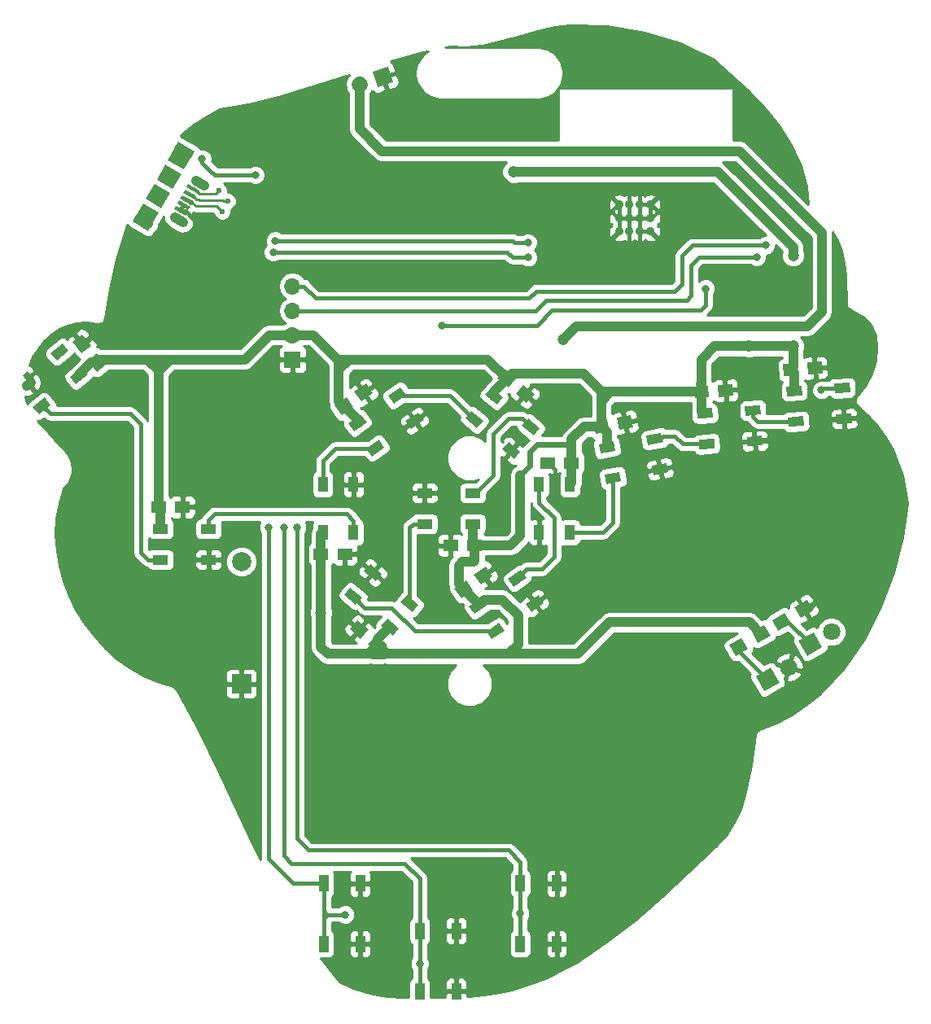
<source format=gtl>
G04 #@! TF.FileFunction,Copper,L1,Top,Signal*
%FSLAX46Y46*%
G04 Gerber Fmt 4.6, Leading zero omitted, Abs format (unit mm)*
G04 Created by KiCad (PCBNEW 4.0.7) date Monday, 12 '12e' March '12e' 2018, 16:25:27*
%MOMM*%
%LPD*%
G01*
G04 APERTURE LIST*
%ADD10C,0.100000*%
%ADD11C,0.900000*%
%ADD12C,1.000000*%
%ADD13R,1.500000X1.250000*%
%ADD14C,1.800000*%
%ADD15C,1.050000*%
%ADD16R,1.700000X1.700000*%
%ADD17O,1.700000X1.700000*%
%ADD18C,1.700000*%
%ADD19R,1.000000X1.700000*%
%ADD20R,1.000000X1.600000*%
%ADD21R,1.600000X1.000000*%
%ADD22R,2.000000X2.000000*%
%ADD23C,2.000000*%
%ADD24C,1.200000*%
%ADD25C,0.800000*%
%ADD26C,0.600000*%
%ADD27C,0.400000*%
%ADD28C,0.600000*%
%ADD29C,0.250000*%
%ADD30C,0.254000*%
G04 APERTURE END LIST*
D10*
D11*
X137990000Y-48390000D03*
X136865000Y-48390000D03*
X135765000Y-48390000D03*
X134740000Y-48390000D03*
X137990000Y-49840000D03*
X135765000Y-49840000D03*
X134740000Y-49840000D03*
X136865000Y-49840000D03*
X137990000Y-51190000D03*
X135765000Y-51190000D03*
X134740000Y-51190000D03*
X136865000Y-51190000D03*
D10*
G36*
X105846241Y-70326094D02*
X105129271Y-69302154D01*
X106357999Y-68441790D01*
X107074969Y-69465730D01*
X105846241Y-70326094D01*
X105846241Y-70326094D01*
G37*
G36*
X107894121Y-68892152D02*
X107177151Y-67868212D01*
X108405879Y-67007848D01*
X109122849Y-68031788D01*
X107894121Y-68892152D01*
X107894121Y-68892152D01*
G37*
G36*
X73238709Y-65741843D02*
X73868029Y-66518989D01*
X73324027Y-66959513D01*
X72694707Y-66182367D01*
X73238709Y-65741843D01*
X73238709Y-65741843D01*
G37*
G36*
X74961105Y-68464706D02*
X75590425Y-69241852D01*
X74346991Y-70248764D01*
X73717671Y-69471618D01*
X74961105Y-68464706D01*
X74961105Y-68464706D01*
G37*
G36*
X76833009Y-62831236D02*
X77462329Y-63608382D01*
X76218895Y-64615294D01*
X75589575Y-63838148D01*
X76833009Y-62831236D01*
X76833009Y-62831236D01*
G37*
G36*
X78846835Y-65318104D02*
X79476155Y-66095250D01*
X78232721Y-67102162D01*
X77603401Y-66325016D01*
X78846835Y-65318104D01*
X78846835Y-65318104D01*
G37*
D12*
X73535981Y-66884383D02*
X73128757Y-67214147D01*
D10*
G36*
X157373032Y-71210859D02*
X157311984Y-70212724D01*
X158909000Y-70115047D01*
X158970048Y-71113182D01*
X157373032Y-71210859D01*
X157373032Y-71210859D01*
G37*
G36*
X157177676Y-68016828D02*
X157116628Y-67018693D01*
X158713644Y-66921016D01*
X158774692Y-67919151D01*
X157177676Y-68016828D01*
X157177676Y-68016828D01*
G37*
G36*
X152382358Y-71516102D02*
X152321310Y-70517967D01*
X153918326Y-70420290D01*
X153979374Y-71418425D01*
X152382358Y-71516102D01*
X152382358Y-71516102D01*
G37*
G36*
X152187002Y-68322071D02*
X152125954Y-67323936D01*
X153722970Y-67226259D01*
X153784018Y-68224394D01*
X152187002Y-68322071D01*
X152187002Y-68322071D01*
G37*
G36*
X151889554Y-66219621D02*
X151813244Y-64971952D01*
X153310446Y-64880379D01*
X153386756Y-66128048D01*
X151889554Y-66219621D01*
X151889554Y-66219621D01*
G37*
G36*
X154384890Y-66066999D02*
X154308580Y-64819330D01*
X155805782Y-64727757D01*
X155882092Y-65975426D01*
X154384890Y-66066999D01*
X154384890Y-66066999D01*
G37*
G36*
X142591886Y-68545932D02*
X142515576Y-67298263D01*
X144012778Y-67206690D01*
X144089088Y-68454359D01*
X142591886Y-68545932D01*
X142591886Y-68545932D01*
G37*
G36*
X145087222Y-68393310D02*
X145010912Y-67145641D01*
X146508114Y-67054068D01*
X146584424Y-68301737D01*
X145087222Y-68393310D01*
X145087222Y-68393310D01*
G37*
G36*
X132268318Y-72256799D02*
X132040524Y-71027730D01*
X133515406Y-70754377D01*
X133743200Y-71983446D01*
X132268318Y-72256799D01*
X132268318Y-72256799D01*
G37*
G36*
X134726456Y-71801211D02*
X134498662Y-70572142D01*
X135973544Y-70298789D01*
X136201338Y-71527858D01*
X134726456Y-71801211D01*
X134726456Y-71801211D01*
G37*
D13*
X129800000Y-75250000D03*
X127300000Y-75250000D03*
D10*
G36*
X118296241Y-89326094D02*
X117579271Y-88302154D01*
X118807999Y-87441790D01*
X119524969Y-88465730D01*
X118296241Y-89326094D01*
X118296241Y-89326094D01*
G37*
G36*
X120344121Y-87892152D02*
X119627151Y-86868212D01*
X120855879Y-86007848D01*
X121572849Y-87031788D01*
X120344121Y-87892152D01*
X120344121Y-87892152D01*
G37*
G36*
X110583832Y-94206798D02*
X109780347Y-95164353D01*
X108631280Y-94200172D01*
X109434765Y-93242617D01*
X110583832Y-94206798D01*
X110583832Y-94206798D01*
G37*
G36*
X108668720Y-92599828D02*
X107865235Y-93557383D01*
X106716168Y-92593202D01*
X107519653Y-91635647D01*
X108668720Y-92599828D01*
X108668720Y-92599828D01*
G37*
D13*
X119700000Y-83850000D03*
X117200000Y-83850000D03*
D10*
G36*
X122066168Y-66493202D02*
X122869653Y-65535647D01*
X124018720Y-66499828D01*
X123215235Y-67457383D01*
X122066168Y-66493202D01*
X122066168Y-66493202D01*
G37*
G36*
X123981280Y-68100172D02*
X124784765Y-67142617D01*
X125933832Y-68106798D01*
X125130347Y-69064353D01*
X123981280Y-68100172D01*
X123981280Y-68100172D01*
G37*
D13*
X103700000Y-84750000D03*
X106200000Y-84750000D03*
X86800000Y-79850000D03*
X89300000Y-79850000D03*
D10*
G36*
X81369357Y-65010966D02*
X80397924Y-65797617D01*
X79453943Y-64631898D01*
X80425376Y-63845247D01*
X81369357Y-65010966D01*
X81369357Y-65010966D01*
G37*
G36*
X79796057Y-63068102D02*
X78824624Y-63854753D01*
X77880643Y-62689034D01*
X78852076Y-61902383D01*
X79796057Y-63068102D01*
X79796057Y-63068102D01*
G37*
G36*
X154300577Y-95329423D02*
X153400577Y-93770577D01*
X154959423Y-92870577D01*
X155859423Y-94429423D01*
X154300577Y-95329423D01*
X154300577Y-95329423D01*
G37*
D14*
X156829705Y-92830000D03*
D12*
X88490816Y-49734817D02*
X89356842Y-50234817D01*
D15*
X84782837Y-49857227D02*
X85692163Y-50382227D01*
X88957837Y-42625914D02*
X89867163Y-43150914D01*
D10*
G36*
X87122724Y-48754423D02*
X85477276Y-47804423D01*
X86377276Y-46245577D01*
X88022724Y-47195577D01*
X87122724Y-48754423D01*
X87122724Y-48754423D01*
G37*
G36*
X89269634Y-47395866D02*
X90438768Y-48070866D01*
X90238768Y-48417276D01*
X89069634Y-47742276D01*
X89269634Y-47395866D01*
X89269634Y-47395866D01*
G37*
G36*
X88944634Y-47958782D02*
X90113768Y-48633782D01*
X89913768Y-48980192D01*
X88744634Y-48305192D01*
X88944634Y-47958782D01*
X88944634Y-47958782D01*
G37*
G36*
X88619634Y-48521699D02*
X89788768Y-49196699D01*
X89588768Y-49543109D01*
X88419634Y-48868109D01*
X88619634Y-48521699D01*
X88619634Y-48521699D01*
G37*
G36*
X85202276Y-48280736D02*
X86847724Y-49230736D01*
X85755224Y-51123002D01*
X84109776Y-50173002D01*
X85202276Y-48280736D01*
X85202276Y-48280736D01*
G37*
G36*
X88272724Y-46762564D02*
X86627276Y-45812564D01*
X87527276Y-44253718D01*
X89172724Y-45203718D01*
X88272724Y-46762564D01*
X88272724Y-46762564D01*
G37*
G36*
X89919634Y-46270032D02*
X91088768Y-46945032D01*
X90888768Y-47291442D01*
X89719634Y-46616442D01*
X89919634Y-46270032D01*
X89919634Y-46270032D01*
G37*
G36*
X89594634Y-46832949D02*
X90763768Y-47507949D01*
X90563768Y-47854359D01*
X89394634Y-47179359D01*
X89594634Y-46832949D01*
X89594634Y-46832949D01*
G37*
G36*
X88894776Y-41885139D02*
X90540224Y-42835139D01*
X89447724Y-44727405D01*
X87802276Y-43777405D01*
X88894776Y-41885139D01*
X88894776Y-41885139D01*
G37*
D12*
X90715816Y-45881004D02*
X91581842Y-46381004D01*
D16*
X100750000Y-64500000D03*
D17*
X100750000Y-61960000D03*
X100750000Y-59420000D03*
X100750000Y-56880000D03*
D10*
G36*
X109068938Y-34594266D02*
X110685734Y-34068938D01*
X111211062Y-35685734D01*
X109594266Y-36211062D01*
X109068938Y-34594266D01*
X109068938Y-34594266D01*
G37*
D18*
X107724316Y-35924903D02*
X107724316Y-35924903D01*
D10*
G36*
X149840577Y-99029423D02*
X148940577Y-97470577D01*
X150499423Y-96570577D01*
X151399423Y-98129423D01*
X149840577Y-99029423D01*
X149840577Y-99029423D01*
G37*
D14*
X152369705Y-96530000D03*
D10*
G36*
X154284519Y-89492083D02*
X154934519Y-90617917D01*
X153635481Y-91367917D01*
X152985481Y-90242083D01*
X154284519Y-89492083D01*
X154284519Y-89492083D01*
G37*
G36*
X151946251Y-90842083D02*
X152596251Y-91967917D01*
X151297213Y-92717917D01*
X150647213Y-91592083D01*
X151946251Y-90842083D01*
X151946251Y-90842083D01*
G37*
G36*
X149813653Y-92107083D02*
X150463653Y-93232917D01*
X149164615Y-93982917D01*
X148514615Y-92857083D01*
X149813653Y-92107083D01*
X149813653Y-92107083D01*
G37*
G36*
X147475385Y-93457083D02*
X148125385Y-94582917D01*
X146826347Y-95332917D01*
X146176347Y-94207083D01*
X147475385Y-93457083D01*
X147475385Y-93457083D01*
G37*
D19*
X113990000Y-130240000D03*
X113990000Y-123940000D03*
X117790000Y-130240000D03*
X117790000Y-123940000D03*
X124440000Y-125290000D03*
X124440000Y-118990000D03*
X128240000Y-125290000D03*
X128240000Y-118990000D03*
X104000000Y-125300000D03*
X104000000Y-119000000D03*
X107800000Y-125300000D03*
X107800000Y-119000000D03*
D10*
G36*
X148075031Y-73542300D02*
X148013983Y-72544165D01*
X149610999Y-72446488D01*
X149672047Y-73444623D01*
X148075031Y-73542300D01*
X148075031Y-73542300D01*
G37*
G36*
X147879675Y-70348269D02*
X147818627Y-69350134D01*
X149415643Y-69252457D01*
X149476691Y-70250592D01*
X147879675Y-70348269D01*
X147879675Y-70348269D01*
G37*
G36*
X143084357Y-73847543D02*
X143023309Y-72849408D01*
X144620325Y-72751731D01*
X144681373Y-73749866D01*
X143084357Y-73847543D01*
X143084357Y-73847543D01*
G37*
G36*
X142889001Y-70653512D02*
X142827953Y-69655377D01*
X144424969Y-69557700D01*
X144486017Y-70555835D01*
X142889001Y-70653512D01*
X142889001Y-70653512D01*
G37*
G36*
X138294228Y-76545035D02*
X138111992Y-75561780D01*
X139685200Y-75270203D01*
X139867436Y-76253458D01*
X138294228Y-76545035D01*
X138294228Y-76545035D01*
G37*
G36*
X137711074Y-73398619D02*
X137528838Y-72415364D01*
X139102046Y-72123787D01*
X139284282Y-73107042D01*
X137711074Y-73398619D01*
X137711074Y-73398619D01*
G37*
G36*
X133377954Y-77456213D02*
X133195718Y-76472958D01*
X134768926Y-76181381D01*
X134951162Y-77164636D01*
X133377954Y-77456213D01*
X133377954Y-77456213D01*
G37*
G36*
X132794800Y-74309797D02*
X132612564Y-73326542D01*
X134185772Y-73034965D01*
X134368008Y-74018220D01*
X132794800Y-74309797D01*
X132794800Y-74309797D01*
G37*
D20*
X126400000Y-82500000D03*
X129600000Y-82500000D03*
X126400000Y-77500000D03*
X129600000Y-77500000D03*
D10*
G36*
X125597069Y-90745139D02*
X125023492Y-89925987D01*
X126334135Y-89008265D01*
X126907712Y-89827417D01*
X125597069Y-90745139D01*
X125597069Y-90745139D01*
G37*
G36*
X123761625Y-88123853D02*
X123188048Y-87304701D01*
X124498691Y-86386979D01*
X125072268Y-87206131D01*
X123761625Y-88123853D01*
X123761625Y-88123853D01*
G37*
G36*
X121501309Y-93613021D02*
X120927732Y-92793869D01*
X122238375Y-91876147D01*
X122811952Y-92695299D01*
X121501309Y-93613021D01*
X121501309Y-93613021D01*
G37*
G36*
X119665865Y-90991735D02*
X119092288Y-90172583D01*
X120402931Y-89254861D01*
X120976508Y-90074013D01*
X119665865Y-90991735D01*
X119665865Y-90991735D01*
G37*
G36*
X110047578Y-86798568D02*
X109404791Y-87564612D01*
X108179120Y-86536152D01*
X108821907Y-85770108D01*
X110047578Y-86798568D01*
X110047578Y-86798568D01*
G37*
G36*
X107990658Y-89249910D02*
X107347871Y-90015954D01*
X106122200Y-88987494D01*
X106764987Y-88221450D01*
X107990658Y-89249910D01*
X107990658Y-89249910D01*
G37*
G36*
X113877800Y-90012506D02*
X113235013Y-90778550D01*
X112009342Y-89750090D01*
X112652129Y-88984046D01*
X113877800Y-90012506D01*
X113877800Y-90012506D01*
G37*
G36*
X111820880Y-92463848D02*
X111178093Y-93229892D01*
X109952422Y-92201432D01*
X110595209Y-91435388D01*
X111820880Y-92463848D01*
X111820880Y-92463848D01*
G37*
D21*
X114500000Y-78400000D03*
X114500000Y-81600000D03*
X119500000Y-78400000D03*
X119500000Y-81600000D03*
D10*
G36*
X122565771Y-73868792D02*
X123208558Y-73102748D01*
X124434229Y-74131208D01*
X123791442Y-74897252D01*
X122565771Y-73868792D01*
X122565771Y-73868792D01*
G37*
G36*
X124622691Y-71417450D02*
X125265478Y-70651406D01*
X126491149Y-71679866D01*
X125848362Y-72445910D01*
X124622691Y-71417450D01*
X124622691Y-71417450D01*
G37*
G36*
X118735549Y-70654854D02*
X119378336Y-69888810D01*
X120604007Y-70917270D01*
X119961220Y-71683314D01*
X118735549Y-70654854D01*
X118735549Y-70654854D01*
G37*
G36*
X120792469Y-68203512D02*
X121435256Y-67437468D01*
X122660927Y-68465928D01*
X122018140Y-69231972D01*
X120792469Y-68203512D01*
X120792469Y-68203512D01*
G37*
G36*
X113097069Y-71745139D02*
X112523492Y-70925987D01*
X113834135Y-70008265D01*
X114407712Y-70827417D01*
X113097069Y-71745139D01*
X113097069Y-71745139D01*
G37*
G36*
X111261625Y-69123853D02*
X110688048Y-68304701D01*
X111998691Y-67386979D01*
X112572268Y-68206131D01*
X111261625Y-69123853D01*
X111261625Y-69123853D01*
G37*
G36*
X109001309Y-74613021D02*
X108427732Y-73793869D01*
X109738375Y-72876147D01*
X110311952Y-73695299D01*
X109001309Y-74613021D01*
X109001309Y-74613021D01*
G37*
G36*
X107165865Y-71991735D02*
X106592288Y-71172583D01*
X107902931Y-70254861D01*
X108476508Y-71074013D01*
X107165865Y-71991735D01*
X107165865Y-71991735D01*
G37*
D20*
X107100000Y-77500000D03*
X103900000Y-77500000D03*
X107100000Y-82500000D03*
X103900000Y-82500000D03*
D21*
X92025000Y-85325000D03*
X92025000Y-82125000D03*
X87025000Y-85325000D03*
X87025000Y-82125000D03*
D22*
X95440000Y-98240000D03*
D23*
X95440000Y-85540000D03*
D24*
X123750000Y-44990000D03*
X152840000Y-53690000D03*
X148240000Y-63140000D03*
X103700000Y-90840000D03*
X152840000Y-63140000D03*
D25*
X147440000Y-74840000D03*
X149040000Y-74740000D03*
X150740000Y-74540000D03*
X150740000Y-72940000D03*
X157740000Y-72240000D03*
X156540000Y-72240000D03*
X156340000Y-70740000D03*
X148740000Y-55740000D03*
X148740000Y-57740000D03*
X146740000Y-57740000D03*
X84290000Y-51680000D03*
X86630000Y-51830000D03*
X88490000Y-51750000D03*
X90720000Y-51040000D03*
X103430000Y-46720000D03*
X101510000Y-46730000D03*
X101510000Y-47930000D03*
X103400000Y-47930000D03*
X77840000Y-61740000D03*
X80090000Y-62040000D03*
X117740000Y-125740000D03*
X116240000Y-123990000D03*
X119240000Y-123990000D03*
X117790000Y-122190000D03*
X89340000Y-81440000D03*
X90840000Y-79840000D03*
X89240000Y-78240000D03*
X92040000Y-83840000D03*
X90240000Y-85340000D03*
X92040000Y-86940000D03*
X111940000Y-125340000D03*
X110740000Y-125340000D03*
X109640000Y-125340000D03*
X112140000Y-118740000D03*
X110940000Y-118740000D03*
X109840000Y-118740000D03*
X91840000Y-49940000D03*
X155440000Y-89540000D03*
X102840000Y-38630000D03*
X98840000Y-38670000D03*
X100360000Y-38660000D03*
X101500000Y-38660000D03*
D24*
X128880000Y-62400000D03*
D25*
X91360000Y-43640000D03*
X96890000Y-45320000D03*
D26*
X93090000Y-46960000D03*
X93440000Y-49140000D03*
X94040000Y-48040000D03*
D25*
X149040000Y-53840000D03*
X149990000Y-52640000D03*
X98240000Y-81940000D03*
X106240000Y-122240000D03*
X143740000Y-57140000D03*
X116290000Y-60960000D03*
X155790000Y-67690000D03*
X99840000Y-81940000D03*
X113990000Y-127340000D03*
X101240000Y-81940000D03*
X124440000Y-122140000D03*
X125240000Y-52340000D03*
X98940000Y-52140000D03*
X125240000Y-53890000D03*
X98740000Y-53340000D03*
D12*
X143700000Y-44990000D02*
X144988528Y-44990000D01*
X144988528Y-44990000D02*
X152840000Y-52841472D01*
X152840000Y-52841472D02*
X152840000Y-53690000D01*
X123750000Y-44990000D02*
X143700000Y-44990000D01*
X152840000Y-52841472D02*
X150408528Y-50410000D01*
X123240000Y-95140000D02*
X130440000Y-95140000D01*
X148284134Y-91840000D02*
X133740000Y-91840000D01*
X149489134Y-93045000D02*
X148284134Y-91840000D01*
X133740000Y-91840000D02*
X130440000Y-95140000D01*
X144670000Y-63140000D02*
X148240000Y-63140000D01*
X148240000Y-63140000D02*
X152840000Y-63140000D01*
X143302332Y-67876311D02*
X143302332Y-64507668D01*
X143302332Y-64507668D02*
X144670000Y-63140000D01*
X143302332Y-67876311D02*
X143302332Y-67150143D01*
X143302332Y-67150143D02*
X143240000Y-67087811D01*
X143302332Y-69140000D02*
X143302332Y-66377678D01*
X105582651Y-65740000D02*
X105582651Y-65557349D01*
X105582651Y-65557349D02*
X106640000Y-64500000D01*
X105582651Y-65740000D02*
X105582651Y-64632651D01*
X105582651Y-64632651D02*
X105450000Y-64500000D01*
X121045929Y-64500000D02*
X109015000Y-64500000D01*
X109015000Y-64500000D02*
X106640000Y-64500000D01*
X102910000Y-61960000D02*
X105450000Y-64500000D01*
X105450000Y-64500000D02*
X109015000Y-64500000D01*
X100750000Y-61960000D02*
X102910000Y-61960000D01*
X123430000Y-83850000D02*
X124440000Y-82840000D01*
X124440000Y-82840000D02*
X124440000Y-81140000D01*
X119700000Y-83850000D02*
X123430000Y-83850000D01*
X98320000Y-61960000D02*
X95780000Y-64500000D01*
X95780000Y-64500000D02*
X86240000Y-64500000D01*
X100750000Y-61960000D02*
X98320000Y-61960000D01*
X100750000Y-61960000D02*
X101952081Y-61960000D01*
D27*
X108671041Y-95140000D02*
X108740000Y-95140000D01*
X108740000Y-95140000D02*
X109040000Y-95440000D01*
X109040000Y-95440000D02*
X110244071Y-95440000D01*
X110244071Y-95440000D02*
X110544071Y-95140000D01*
D12*
X111440000Y-95140000D02*
X110544071Y-95140000D01*
X123240000Y-95140000D02*
X111440000Y-95140000D01*
D27*
X111440000Y-95140000D02*
X108671041Y-95140000D01*
D12*
X103700000Y-94400000D02*
X103700000Y-90840000D01*
X103700000Y-90840000D02*
X103700000Y-84750000D01*
X143302332Y-67876311D02*
X139640000Y-67876311D01*
X139640000Y-67876311D02*
X133840000Y-67876311D01*
X88040000Y-64500000D02*
X86240000Y-64500000D01*
X86800000Y-65740000D02*
X88040000Y-64500000D01*
X86800000Y-65740000D02*
X86800000Y-65060000D01*
X86800000Y-79850000D02*
X86800000Y-65740000D01*
X86240000Y-64500000D02*
X85640000Y-64500000D01*
X85640000Y-64500000D02*
X80733082Y-64500000D01*
X86800000Y-65740000D02*
X86800000Y-65660000D01*
X86800000Y-65660000D02*
X85640000Y-64500000D01*
X86800000Y-65060000D02*
X86240000Y-64500000D01*
X87025000Y-82125000D02*
X87025000Y-80075000D01*
X87025000Y-80075000D02*
X86800000Y-79850000D01*
X80411650Y-64821432D02*
X79817696Y-64821432D01*
X79817696Y-64821432D02*
X78535730Y-66103398D01*
X80733082Y-64500000D02*
X80411650Y-64821432D01*
X105582651Y-68864473D02*
X105582651Y-65740000D01*
X105582651Y-65740000D02*
X105582651Y-65242651D01*
X106102120Y-69383942D02*
X105582651Y-68864473D01*
X107534398Y-71123298D02*
X107534398Y-70816220D01*
X107534398Y-70816220D02*
X106102120Y-69383942D01*
X123042444Y-66496515D02*
X121045929Y-64500000D01*
X103700000Y-84750000D02*
X103700000Y-82700000D01*
X103700000Y-82700000D02*
X103900000Y-82500000D01*
X104440000Y-95140000D02*
X103700000Y-94400000D01*
X109607556Y-94203485D02*
X108671041Y-95140000D01*
X108671041Y-95140000D02*
X104440000Y-95140000D01*
X119500000Y-81600000D02*
X119500000Y-83650000D01*
X119500000Y-83650000D02*
X119700000Y-83850000D01*
D28*
X125842080Y-73724999D02*
X126227079Y-73340000D01*
X126227079Y-73340000D02*
X126640000Y-73340000D01*
D12*
X124440000Y-76540000D02*
X124440000Y-81140000D01*
D28*
X125440000Y-75540000D02*
X124440000Y-76540000D01*
X125440000Y-74114998D02*
X125440000Y-75540000D01*
X125829999Y-73724999D02*
X125440000Y-74114998D01*
D12*
X129800000Y-73340000D02*
X129800000Y-75250000D01*
X129800000Y-72780000D02*
X129800000Y-73340000D01*
D28*
X129800000Y-73340000D02*
X126640000Y-73340000D01*
D12*
X110544071Y-95140000D02*
X109607556Y-94203485D01*
X124240000Y-94140000D02*
X123240000Y-95140000D01*
X124240000Y-91140000D02*
X124240000Y-94140000D01*
X122578177Y-89478177D02*
X124240000Y-91140000D01*
X120034398Y-90123298D02*
X120679519Y-89478177D01*
X120679519Y-89478177D02*
X122578177Y-89478177D01*
X109607556Y-94203485D02*
X109607556Y-93611735D01*
X109607556Y-93611735D02*
X110886651Y-92332640D01*
X118440000Y-85540000D02*
X119635000Y-85540000D01*
X119635000Y-85540000D02*
X119700000Y-85475000D01*
X119700000Y-85475000D02*
X119700000Y-83850000D01*
X118032651Y-85947349D02*
X118440000Y-85540000D01*
X118552120Y-88383942D02*
X118032651Y-87864473D01*
X118032651Y-87864473D02*
X118032651Y-85947349D01*
X120034398Y-90123298D02*
X120034398Y-89866220D01*
X120034398Y-89866220D02*
X118552120Y-88383942D01*
X121726698Y-68334720D02*
X121726698Y-67812261D01*
X121726698Y-67812261D02*
X123042444Y-66496515D01*
X131074412Y-71505588D02*
X129800000Y-72780000D01*
X132891862Y-71505588D02*
X131074412Y-71505588D01*
X129800000Y-75250000D02*
X129800000Y-77300000D01*
X129800000Y-77300000D02*
X129600000Y-77500000D01*
X132891862Y-69340000D02*
X132891862Y-71505588D01*
X132891862Y-67888138D02*
X132891862Y-69340000D01*
X133840000Y-67876311D02*
X132903689Y-67876311D01*
X132891862Y-69340000D02*
X132891862Y-68824449D01*
X132891862Y-68824449D02*
X133840000Y-67876311D01*
X132903689Y-67876311D02*
X131009554Y-65982176D01*
X131009554Y-65982176D02*
X123556783Y-65982176D01*
X123556783Y-65982176D02*
X123042444Y-66496515D01*
X132903689Y-67876311D02*
X132891862Y-67888138D01*
X133490286Y-73672381D02*
X133490286Y-72104012D01*
X133490286Y-72104012D02*
X132891862Y-71505588D01*
X143302332Y-69140000D02*
X143302332Y-69750953D01*
X143302332Y-67876311D02*
X143302332Y-69140000D01*
X143302332Y-69750953D02*
X143656985Y-70105606D01*
X152954986Y-67774165D02*
X152954986Y-65904986D01*
X152954986Y-65904986D02*
X152600000Y-65550000D01*
X152840000Y-63140000D02*
X152840000Y-65310000D01*
X152840000Y-65310000D02*
X152600000Y-65550000D01*
D27*
X150740000Y-74540000D02*
X149240000Y-74540000D01*
X149240000Y-74540000D02*
X149040000Y-74740000D01*
X148843015Y-72994394D02*
X150685606Y-72994394D01*
X150685606Y-72994394D02*
X150740000Y-72940000D01*
X156540000Y-72240000D02*
X157740000Y-72240000D01*
X158141016Y-70662953D02*
X156417047Y-70662953D01*
X156417047Y-70662953D02*
X156340000Y-70740000D01*
X136865000Y-48390000D02*
X136865000Y-46825000D01*
X135765000Y-48390000D02*
X135765000Y-47345000D01*
X135765000Y-51190000D02*
X135765000Y-52365000D01*
X136865000Y-51190000D02*
X136865000Y-52245000D01*
X136865000Y-51190000D02*
X137990000Y-51190000D01*
X136865000Y-49840000D02*
X136865000Y-51190000D01*
X136865000Y-48390000D02*
X136865000Y-49840000D01*
X137990000Y-48390000D02*
X136865000Y-48390000D01*
X137990000Y-49840000D02*
X137990000Y-48390000D01*
X136865000Y-49840000D02*
X137990000Y-49840000D01*
X135765000Y-49840000D02*
X136865000Y-49840000D01*
X134740000Y-49840000D02*
X135765000Y-49840000D01*
X135765000Y-49840000D02*
X135765000Y-51190000D01*
X135765000Y-48390000D02*
X135765000Y-49840000D01*
X134740000Y-49840000D02*
X134740000Y-48390000D01*
X134740000Y-51190000D02*
X134740000Y-49840000D01*
X146740000Y-57740000D02*
X148740000Y-57740000D01*
X88490000Y-51750000D02*
X86710000Y-51750000D01*
X86710000Y-51750000D02*
X86630000Y-51830000D01*
X91840000Y-49940000D02*
X91820000Y-49940000D01*
X91820000Y-49940000D02*
X90720000Y-51040000D01*
X101510000Y-46730000D02*
X103420000Y-46730000D01*
X103420000Y-46730000D02*
X103430000Y-46720000D01*
X103400000Y-47930000D02*
X101510000Y-47930000D01*
X73698882Y-66031118D02*
X74140000Y-65590000D01*
X73281368Y-66350678D02*
X73600928Y-66031118D01*
X73600928Y-66031118D02*
X73698882Y-66031118D01*
X73332369Y-67049265D02*
X73332369Y-66401679D01*
X73332369Y-66401679D02*
X73281368Y-66350678D01*
X78838350Y-62878568D02*
X78838350Y-62738350D01*
X78838350Y-62738350D02*
X77840000Y-61740000D01*
X78838350Y-62878568D02*
X79251432Y-62878568D01*
X79251432Y-62878568D02*
X80090000Y-62040000D01*
X117790000Y-123940000D02*
X117790000Y-125690000D01*
X117790000Y-125690000D02*
X117740000Y-125740000D01*
X116240000Y-123990000D02*
X117740000Y-123990000D01*
X117740000Y-123990000D02*
X117790000Y-123940000D01*
X117790000Y-123940000D02*
X119190000Y-123940000D01*
X119190000Y-123940000D02*
X119240000Y-123990000D01*
X117790000Y-123940000D02*
X117790000Y-122190000D01*
X89300000Y-79850000D02*
X90830000Y-79850000D01*
X90830000Y-79850000D02*
X90840000Y-79840000D01*
X89300000Y-79850000D02*
X89300000Y-78300000D01*
X89300000Y-78300000D02*
X89240000Y-78240000D01*
X90240000Y-85340000D02*
X92010000Y-85340000D01*
X92010000Y-85340000D02*
X92025000Y-85325000D01*
X92040000Y-86940000D02*
X92040000Y-85340000D01*
X92040000Y-85340000D02*
X92025000Y-85325000D01*
X128040000Y-75940000D02*
X128040000Y-77240000D01*
X127350000Y-75250000D02*
X128040000Y-75940000D01*
X127300000Y-75250000D02*
X127350000Y-75250000D01*
X123500000Y-74000000D02*
X123280000Y-74000000D01*
X110740000Y-125340000D02*
X111940000Y-125340000D01*
X107800000Y-125300000D02*
X109600000Y-125300000D01*
X109600000Y-125300000D02*
X109640000Y-125340000D01*
X110940000Y-118740000D02*
X112140000Y-118740000D01*
X107800000Y-119000000D02*
X109580000Y-119000000D01*
X109580000Y-119000000D02*
X109840000Y-118740000D01*
X117790000Y-122190000D02*
X117740000Y-122140000D01*
X108150000Y-67950000D02*
X108430000Y-67950000D01*
X108430000Y-67950000D02*
X109540000Y-66840000D01*
X89604200Y-49032404D02*
X90511796Y-49940000D01*
X90511796Y-49940000D02*
X91840000Y-49940000D01*
X153960000Y-90430000D02*
X154550000Y-90430000D01*
X154550000Y-90430000D02*
X155440000Y-89540000D01*
X102840000Y-38630000D02*
X102840000Y-37770000D01*
X102840000Y-37770000D02*
X102820000Y-37750000D01*
X101500000Y-38660000D02*
X100360000Y-38660000D01*
X89104201Y-49032404D02*
X89604200Y-49032404D01*
X89604200Y-49032404D02*
X89801796Y-49230000D01*
X89104201Y-49032404D02*
X89104201Y-48794487D01*
X89104201Y-48794487D02*
X89429201Y-48469487D01*
D12*
X107724316Y-35924903D02*
X107724316Y-40524316D01*
X155830000Y-59550000D02*
X154330000Y-61050000D01*
X107724316Y-40524316D02*
X110040000Y-42840000D01*
X154880000Y-50440000D02*
X154940000Y-50440000D01*
X110040000Y-42840000D02*
X147280000Y-42840000D01*
X147280000Y-42840000D02*
X154880000Y-50440000D01*
X154940000Y-50440000D02*
X155830000Y-51330000D01*
X155830000Y-51330000D02*
X155830000Y-59550000D01*
X154330000Y-61050000D02*
X130230000Y-61050000D01*
X130230000Y-61050000D02*
X128880000Y-62400000D01*
D27*
X151621732Y-91780000D02*
X152310000Y-91780000D01*
X152310000Y-91780000D02*
X154630000Y-94100000D01*
X92170000Y-44870000D02*
X91360000Y-44060000D01*
X91360000Y-44060000D02*
X91360000Y-43640000D01*
X92190000Y-44870000D02*
X92170000Y-44870000D01*
X92190000Y-44870000D02*
X92640000Y-45320000D01*
X92640000Y-45320000D02*
X96890000Y-45320000D01*
D29*
X92590000Y-47300000D02*
X92750000Y-47300000D01*
X92750000Y-47300000D02*
X93090000Y-46960000D01*
X91050000Y-47300000D02*
X92590000Y-47300000D01*
X90404201Y-46780737D02*
X90530737Y-46780737D01*
X90530737Y-46780737D02*
X91050000Y-47300000D01*
X90690000Y-48530000D02*
X92140000Y-48530000D01*
X93440000Y-49140000D02*
X92830000Y-48530000D01*
X92830000Y-48530000D02*
X92140000Y-48530000D01*
X89754201Y-47906571D02*
X90017638Y-48170008D01*
X90017638Y-48170008D02*
X90330008Y-48170008D01*
X90330008Y-48170008D02*
X90690000Y-48530000D01*
X90147061Y-48250000D02*
X90420000Y-48250000D01*
X89754201Y-47906571D02*
X89803632Y-47906571D01*
X89803632Y-47906571D02*
X90147061Y-48250000D01*
X90750000Y-47820000D02*
X90940000Y-47820000D01*
X93515736Y-47940000D02*
X91060000Y-47940000D01*
X91060000Y-47940000D02*
X90940000Y-47820000D01*
X94040000Y-48040000D02*
X93615736Y-48040000D01*
X93615736Y-48040000D02*
X93515736Y-47940000D01*
X90273654Y-47343654D02*
X90750000Y-47820000D01*
X90079201Y-47343654D02*
X90273654Y-47343654D01*
D27*
X100730000Y-59440000D02*
X100750000Y-59420000D01*
X100750000Y-59420000D02*
X119340000Y-59420000D01*
X119340000Y-59420000D02*
X119860000Y-59420000D01*
X127140000Y-58340000D02*
X126060000Y-59420000D01*
X126060000Y-59420000D02*
X119340000Y-59420000D01*
X141740000Y-58340000D02*
X127140000Y-58340000D01*
X142190000Y-57890000D02*
X141740000Y-58340000D01*
X142190000Y-54740000D02*
X142190000Y-57890000D01*
X143090000Y-53840000D02*
X142190000Y-54740000D01*
X149040000Y-53840000D02*
X145790000Y-53840000D01*
X145790000Y-53840000D02*
X143090000Y-53840000D01*
X147240000Y-52640000D02*
X142340000Y-52640000D01*
X141240000Y-56690000D02*
X140540000Y-57390000D01*
X142340000Y-52640000D02*
X141240000Y-53740000D01*
X141240000Y-53740000D02*
X141240000Y-56690000D01*
X103200000Y-58140000D02*
X101940000Y-56880000D01*
X140540000Y-57390000D02*
X126140000Y-57390000D01*
X126140000Y-57390000D02*
X125390000Y-58140000D01*
X125390000Y-58140000D02*
X103200000Y-58140000D01*
X101940000Y-56880000D02*
X100750000Y-56880000D01*
X147240000Y-52640000D02*
X147640000Y-52640000D01*
X149990000Y-52640000D02*
X147240000Y-52640000D01*
X100800000Y-119000000D02*
X98240000Y-116440000D01*
X98240000Y-116440000D02*
X98240000Y-81940000D01*
X104000000Y-119000000D02*
X100800000Y-119000000D01*
X104000000Y-119000000D02*
X104000000Y-118650000D01*
X104000000Y-122740000D02*
X104000000Y-121840000D01*
X104000000Y-122640000D02*
X104400000Y-122240000D01*
X104000000Y-124950000D02*
X104000000Y-122740000D01*
X104000000Y-122740000D02*
X104000000Y-122640000D01*
X104000000Y-121840000D02*
X104000000Y-119000000D01*
X106240000Y-122240000D02*
X104400000Y-122240000D01*
X104400000Y-122240000D02*
X104000000Y-121840000D01*
X104000000Y-125300000D02*
X104000000Y-124950000D01*
X116290000Y-60960000D02*
X126170000Y-60960000D01*
X143740000Y-58890000D02*
X143740000Y-57140000D01*
X143240000Y-59390000D02*
X143740000Y-58890000D01*
X126170000Y-60960000D02*
X127740000Y-59390000D01*
X127740000Y-59390000D02*
X143240000Y-59390000D01*
X150170000Y-97800000D02*
X147150866Y-94780866D01*
X147150866Y-94780866D02*
X147150866Y-94395000D01*
X157945660Y-67468922D02*
X156011078Y-67468922D01*
X156011078Y-67468922D02*
X155790000Y-67690000D01*
X100640000Y-116940000D02*
X99840000Y-116140000D01*
X99840000Y-116140000D02*
X99840000Y-81940000D01*
X112440000Y-116940000D02*
X100640000Y-116940000D01*
X113990000Y-118490000D02*
X112440000Y-116940000D01*
X113990000Y-127340000D02*
X113990000Y-118490000D01*
X113990000Y-127340000D02*
X113990000Y-130240000D01*
X113990000Y-123940000D02*
X113990000Y-127340000D01*
X102440000Y-115540000D02*
X101240000Y-114340000D01*
X101240000Y-114340000D02*
X101240000Y-81940000D01*
X123240000Y-115540000D02*
X102440000Y-115540000D01*
X124440000Y-116740000D02*
X123240000Y-115540000D01*
X124440000Y-122140000D02*
X124440000Y-116740000D01*
X124440000Y-122140000D02*
X124440000Y-125290000D01*
X124440000Y-122140000D02*
X124440000Y-118990000D01*
X98940000Y-52140000D02*
X123640000Y-52140000D01*
X125240000Y-52340000D02*
X123840000Y-52340000D01*
X123840000Y-52340000D02*
X123640000Y-52140000D01*
X102440000Y-52140000D02*
X102740000Y-52140000D01*
X98940000Y-52140000D02*
X102440000Y-52140000D01*
X102440000Y-52140000D02*
X105190000Y-52140000D01*
X98740000Y-53340000D02*
X123100000Y-53340000D01*
X125240000Y-53890000D02*
X123650000Y-53890000D01*
X123650000Y-53890000D02*
X123100000Y-53340000D01*
X149168196Y-70968196D02*
X148647659Y-70447659D01*
X148647659Y-70447659D02*
X148647659Y-69800363D01*
X153150342Y-70968196D02*
X149168196Y-70968196D01*
X138406560Y-72761203D02*
X139028797Y-72761203D01*
X139028797Y-72761203D02*
X139310000Y-72480000D01*
X139310000Y-72480000D02*
X140530000Y-72480000D01*
X140530000Y-72480000D02*
X141349637Y-73299637D01*
X141349637Y-73299637D02*
X143852341Y-73299637D01*
X134073440Y-81496560D02*
X133070000Y-82500000D01*
X133070000Y-82500000D02*
X129600000Y-82500000D01*
X134073440Y-76818797D02*
X134073440Y-81496560D01*
X124130158Y-87255416D02*
X125095574Y-86290000D01*
X125095574Y-86290000D02*
X126720000Y-86290000D01*
X128000000Y-85010000D02*
X128000000Y-81000000D01*
X126720000Y-86290000D02*
X128000000Y-85010000D01*
X128000000Y-81000000D02*
X126400000Y-79400000D01*
X126400000Y-79400000D02*
X126400000Y-77500000D01*
X121869842Y-92744584D02*
X113474584Y-92744584D01*
X113474584Y-92744584D02*
X111070000Y-90340000D01*
X111070000Y-90340000D02*
X108277727Y-90340000D01*
X108277727Y-90340000D02*
X107056429Y-89118702D01*
X112943571Y-89881298D02*
X112943571Y-81956429D01*
X112943571Y-81956429D02*
X113300000Y-81600000D01*
X113300000Y-81600000D02*
X114500000Y-81600000D01*
X121640000Y-72260000D02*
X123270000Y-70630000D01*
X119500000Y-78400000D02*
X119800000Y-78400000D01*
X119800000Y-78400000D02*
X121640000Y-76560000D01*
X121640000Y-76560000D02*
X121640000Y-72260000D01*
X123270000Y-70630000D02*
X124638262Y-70630000D01*
X124638262Y-70630000D02*
X125556920Y-71548658D01*
X111630158Y-68255416D02*
X117139132Y-68255416D01*
X117139132Y-68255416D02*
X119669778Y-70786062D01*
X105195416Y-73744584D02*
X103900000Y-75040000D01*
X103900000Y-75040000D02*
X103900000Y-77500000D01*
X109369842Y-73744584D02*
X105195416Y-73744584D01*
X92025000Y-82125000D02*
X92025000Y-81225000D01*
X92025000Y-81225000D02*
X92670000Y-80580000D01*
X92670000Y-80580000D02*
X106380000Y-80580000D01*
X106380000Y-80580000D02*
X107100000Y-81300000D01*
X107100000Y-81300000D02*
X107100000Y-82500000D01*
X87025000Y-85325000D02*
X85695000Y-85325000D01*
X85695000Y-85325000D02*
X84940000Y-84570000D01*
X83840000Y-70140000D02*
X75540000Y-70140000D01*
X84940000Y-84570000D02*
X84940000Y-71240000D01*
X84940000Y-71240000D02*
X83840000Y-70140000D01*
X75540000Y-70140000D02*
X74650000Y-69250000D01*
D30*
G36*
X106761673Y-117790302D02*
X106665000Y-118023691D01*
X106665000Y-118714250D01*
X106823750Y-118873000D01*
X107673000Y-118873000D01*
X107673000Y-118853000D01*
X107927000Y-118853000D01*
X107927000Y-118873000D01*
X108776250Y-118873000D01*
X108935000Y-118714250D01*
X108935000Y-118023691D01*
X108838327Y-117790302D01*
X108823025Y-117775000D01*
X112094132Y-117775000D01*
X113155000Y-118835868D01*
X113155000Y-122550982D01*
X113038559Y-122625910D01*
X112893569Y-122838110D01*
X112842560Y-123090000D01*
X112842560Y-124790000D01*
X112886838Y-125025317D01*
X113025910Y-125241441D01*
X113155000Y-125329644D01*
X113155000Y-126711108D01*
X113113081Y-126752954D01*
X112955180Y-127133223D01*
X112954821Y-127544971D01*
X113112058Y-127925515D01*
X113155000Y-127968532D01*
X113155000Y-128850982D01*
X113038559Y-128925910D01*
X112893569Y-129138110D01*
X112842560Y-129390000D01*
X112842560Y-130860074D01*
X112382230Y-130866684D01*
X110549972Y-130738554D01*
X108781373Y-130440015D01*
X107103000Y-129924719D01*
X105610856Y-129185963D01*
X103684359Y-126797440D01*
X104500000Y-126797440D01*
X104735317Y-126753162D01*
X104951441Y-126614090D01*
X105096431Y-126401890D01*
X105147440Y-126150000D01*
X105147440Y-125585750D01*
X106665000Y-125585750D01*
X106665000Y-126276309D01*
X106761673Y-126509698D01*
X106940301Y-126688327D01*
X107173690Y-126785000D01*
X107514250Y-126785000D01*
X107673000Y-126626250D01*
X107673000Y-125427000D01*
X107927000Y-125427000D01*
X107927000Y-126626250D01*
X108085750Y-126785000D01*
X108426310Y-126785000D01*
X108659699Y-126688327D01*
X108838327Y-126509698D01*
X108935000Y-126276309D01*
X108935000Y-125585750D01*
X108776250Y-125427000D01*
X107927000Y-125427000D01*
X107673000Y-125427000D01*
X106823750Y-125427000D01*
X106665000Y-125585750D01*
X105147440Y-125585750D01*
X105147440Y-124450000D01*
X105123674Y-124323691D01*
X106665000Y-124323691D01*
X106665000Y-125014250D01*
X106823750Y-125173000D01*
X107673000Y-125173000D01*
X107673000Y-123973750D01*
X107927000Y-123973750D01*
X107927000Y-125173000D01*
X108776250Y-125173000D01*
X108935000Y-125014250D01*
X108935000Y-124323691D01*
X108838327Y-124090302D01*
X108659699Y-123911673D01*
X108426310Y-123815000D01*
X108085750Y-123815000D01*
X107927000Y-123973750D01*
X107673000Y-123973750D01*
X107514250Y-123815000D01*
X107173690Y-123815000D01*
X106940301Y-123911673D01*
X106761673Y-124090302D01*
X106665000Y-124323691D01*
X105123674Y-124323691D01*
X105103162Y-124214683D01*
X104964090Y-123998559D01*
X104835000Y-123910356D01*
X104835000Y-123075000D01*
X105611108Y-123075000D01*
X105652954Y-123116919D01*
X106033223Y-123274820D01*
X106444971Y-123275179D01*
X106825515Y-123117942D01*
X107116919Y-122827046D01*
X107274820Y-122446777D01*
X107275179Y-122035029D01*
X107117942Y-121654485D01*
X106827046Y-121363081D01*
X106446777Y-121205180D01*
X106035029Y-121204821D01*
X105654485Y-121362058D01*
X105611468Y-121405000D01*
X104835000Y-121405000D01*
X104835000Y-120389018D01*
X104951441Y-120314090D01*
X105096431Y-120101890D01*
X105147440Y-119850000D01*
X105147440Y-119285750D01*
X106665000Y-119285750D01*
X106665000Y-119976309D01*
X106761673Y-120209698D01*
X106940301Y-120388327D01*
X107173690Y-120485000D01*
X107514250Y-120485000D01*
X107673000Y-120326250D01*
X107673000Y-119127000D01*
X107927000Y-119127000D01*
X107927000Y-120326250D01*
X108085750Y-120485000D01*
X108426310Y-120485000D01*
X108659699Y-120388327D01*
X108838327Y-120209698D01*
X108935000Y-119976309D01*
X108935000Y-119285750D01*
X108776250Y-119127000D01*
X107927000Y-119127000D01*
X107673000Y-119127000D01*
X106823750Y-119127000D01*
X106665000Y-119285750D01*
X105147440Y-119285750D01*
X105147440Y-118150000D01*
X105103162Y-117914683D01*
X105013278Y-117775000D01*
X106776975Y-117775000D01*
X106761673Y-117790302D01*
X106761673Y-117790302D01*
G37*
X106761673Y-117790302D02*
X106665000Y-118023691D01*
X106665000Y-118714250D01*
X106823750Y-118873000D01*
X107673000Y-118873000D01*
X107673000Y-118853000D01*
X107927000Y-118853000D01*
X107927000Y-118873000D01*
X108776250Y-118873000D01*
X108935000Y-118714250D01*
X108935000Y-118023691D01*
X108838327Y-117790302D01*
X108823025Y-117775000D01*
X112094132Y-117775000D01*
X113155000Y-118835868D01*
X113155000Y-122550982D01*
X113038559Y-122625910D01*
X112893569Y-122838110D01*
X112842560Y-123090000D01*
X112842560Y-124790000D01*
X112886838Y-125025317D01*
X113025910Y-125241441D01*
X113155000Y-125329644D01*
X113155000Y-126711108D01*
X113113081Y-126752954D01*
X112955180Y-127133223D01*
X112954821Y-127544971D01*
X113112058Y-127925515D01*
X113155000Y-127968532D01*
X113155000Y-128850982D01*
X113038559Y-128925910D01*
X112893569Y-129138110D01*
X112842560Y-129390000D01*
X112842560Y-130860074D01*
X112382230Y-130866684D01*
X110549972Y-130738554D01*
X108781373Y-130440015D01*
X107103000Y-129924719D01*
X105610856Y-129185963D01*
X103684359Y-126797440D01*
X104500000Y-126797440D01*
X104735317Y-126753162D01*
X104951441Y-126614090D01*
X105096431Y-126401890D01*
X105147440Y-126150000D01*
X105147440Y-125585750D01*
X106665000Y-125585750D01*
X106665000Y-126276309D01*
X106761673Y-126509698D01*
X106940301Y-126688327D01*
X107173690Y-126785000D01*
X107514250Y-126785000D01*
X107673000Y-126626250D01*
X107673000Y-125427000D01*
X107927000Y-125427000D01*
X107927000Y-126626250D01*
X108085750Y-126785000D01*
X108426310Y-126785000D01*
X108659699Y-126688327D01*
X108838327Y-126509698D01*
X108935000Y-126276309D01*
X108935000Y-125585750D01*
X108776250Y-125427000D01*
X107927000Y-125427000D01*
X107673000Y-125427000D01*
X106823750Y-125427000D01*
X106665000Y-125585750D01*
X105147440Y-125585750D01*
X105147440Y-124450000D01*
X105123674Y-124323691D01*
X106665000Y-124323691D01*
X106665000Y-125014250D01*
X106823750Y-125173000D01*
X107673000Y-125173000D01*
X107673000Y-123973750D01*
X107927000Y-123973750D01*
X107927000Y-125173000D01*
X108776250Y-125173000D01*
X108935000Y-125014250D01*
X108935000Y-124323691D01*
X108838327Y-124090302D01*
X108659699Y-123911673D01*
X108426310Y-123815000D01*
X108085750Y-123815000D01*
X107927000Y-123973750D01*
X107673000Y-123973750D01*
X107514250Y-123815000D01*
X107173690Y-123815000D01*
X106940301Y-123911673D01*
X106761673Y-124090302D01*
X106665000Y-124323691D01*
X105123674Y-124323691D01*
X105103162Y-124214683D01*
X104964090Y-123998559D01*
X104835000Y-123910356D01*
X104835000Y-123075000D01*
X105611108Y-123075000D01*
X105652954Y-123116919D01*
X106033223Y-123274820D01*
X106444971Y-123275179D01*
X106825515Y-123117942D01*
X107116919Y-122827046D01*
X107274820Y-122446777D01*
X107275179Y-122035029D01*
X107117942Y-121654485D01*
X106827046Y-121363081D01*
X106446777Y-121205180D01*
X106035029Y-121204821D01*
X105654485Y-121362058D01*
X105611468Y-121405000D01*
X104835000Y-121405000D01*
X104835000Y-120389018D01*
X104951441Y-120314090D01*
X105096431Y-120101890D01*
X105147440Y-119850000D01*
X105147440Y-119285750D01*
X106665000Y-119285750D01*
X106665000Y-119976309D01*
X106761673Y-120209698D01*
X106940301Y-120388327D01*
X107173690Y-120485000D01*
X107514250Y-120485000D01*
X107673000Y-120326250D01*
X107673000Y-119127000D01*
X107927000Y-119127000D01*
X107927000Y-120326250D01*
X108085750Y-120485000D01*
X108426310Y-120485000D01*
X108659699Y-120388327D01*
X108838327Y-120209698D01*
X108935000Y-119976309D01*
X108935000Y-119285750D01*
X108776250Y-119127000D01*
X107927000Y-119127000D01*
X107673000Y-119127000D01*
X106823750Y-119127000D01*
X106665000Y-119285750D01*
X105147440Y-119285750D01*
X105147440Y-118150000D01*
X105103162Y-117914683D01*
X105013278Y-117775000D01*
X106776975Y-117775000D01*
X106761673Y-117790302D01*
G36*
X157432833Y-52060118D02*
X157862058Y-53223531D01*
X158135600Y-54504689D01*
X158281967Y-55856626D01*
X158335851Y-58666510D01*
X158356167Y-58759306D01*
X158364408Y-58853932D01*
X158385952Y-58895358D01*
X158395938Y-58940971D01*
X158450213Y-59018921D01*
X158494043Y-59103199D01*
X158529804Y-59133230D01*
X158556482Y-59171545D01*
X158636452Y-59222789D01*
X158709201Y-59283882D01*
X160063840Y-60027753D01*
X160899124Y-60938316D01*
X161381899Y-62030727D01*
X161546405Y-63275061D01*
X161408248Y-64611697D01*
X160990676Y-65960787D01*
X160328516Y-67237819D01*
X159422629Y-68415979D01*
X159367611Y-68527267D01*
X159307504Y-68635899D01*
X159305604Y-68652693D01*
X159298114Y-68667843D01*
X159289871Y-68791724D01*
X159275913Y-68915078D01*
X159280583Y-68931318D01*
X159279461Y-68948184D01*
X159319250Y-69065782D01*
X159353561Y-69185095D01*
X159364093Y-69198315D01*
X159369510Y-69214324D01*
X159451271Y-69307741D01*
X159528632Y-69404845D01*
X160636743Y-70341477D01*
X161603451Y-71389017D01*
X162457195Y-72558473D01*
X163180366Y-73812831D01*
X164254379Y-76582591D01*
X164737904Y-79431747D01*
X164211417Y-82982380D01*
X163277555Y-86638870D01*
X161946076Y-90211937D01*
X160217148Y-93589096D01*
X158092561Y-96659569D01*
X155563222Y-99328294D01*
X154169323Y-100459513D01*
X152665822Y-101458464D01*
X151063577Y-102303617D01*
X149324661Y-102997454D01*
X149244418Y-103049569D01*
X149158248Y-103091117D01*
X149127616Y-103125427D01*
X149089032Y-103150486D01*
X149034842Y-103229340D01*
X148971130Y-103300702D01*
X148955958Y-103344128D01*
X148929904Y-103382040D01*
X148910017Y-103475620D01*
X148878460Y-103565941D01*
X148439913Y-106683038D01*
X147813479Y-109809304D01*
X147345864Y-111273695D01*
X146723177Y-112659545D01*
X145914515Y-113935845D01*
X144861239Y-115109286D01*
X139302483Y-120246140D01*
X136421512Y-122764389D01*
X133441111Y-125103635D01*
X130331822Y-127162930D01*
X127064067Y-128843906D01*
X123590770Y-130056692D01*
X121792217Y-130450837D01*
X119920867Y-130694011D01*
X118925000Y-130725526D01*
X118925000Y-130525750D01*
X118766250Y-130367000D01*
X117917000Y-130367000D01*
X117917000Y-130387000D01*
X117663000Y-130387000D01*
X117663000Y-130367000D01*
X116813750Y-130367000D01*
X116655000Y-130525750D01*
X116655000Y-130797362D01*
X116193854Y-130811955D01*
X115137440Y-130827124D01*
X115137440Y-129390000D01*
X115113674Y-129263691D01*
X116655000Y-129263691D01*
X116655000Y-129954250D01*
X116813750Y-130113000D01*
X117663000Y-130113000D01*
X117663000Y-128913750D01*
X117917000Y-128913750D01*
X117917000Y-130113000D01*
X118766250Y-130113000D01*
X118925000Y-129954250D01*
X118925000Y-129263691D01*
X118828327Y-129030302D01*
X118649699Y-128851673D01*
X118416310Y-128755000D01*
X118075750Y-128755000D01*
X117917000Y-128913750D01*
X117663000Y-128913750D01*
X117504250Y-128755000D01*
X117163690Y-128755000D01*
X116930301Y-128851673D01*
X116751673Y-129030302D01*
X116655000Y-129263691D01*
X115113674Y-129263691D01*
X115093162Y-129154683D01*
X114954090Y-128938559D01*
X114825000Y-128850356D01*
X114825000Y-127968892D01*
X114866919Y-127927046D01*
X115024820Y-127546777D01*
X115025179Y-127135029D01*
X114867942Y-126754485D01*
X114825000Y-126711468D01*
X114825000Y-125329018D01*
X114941441Y-125254090D01*
X115086431Y-125041890D01*
X115137440Y-124790000D01*
X115137440Y-124225750D01*
X116655000Y-124225750D01*
X116655000Y-124916309D01*
X116751673Y-125149698D01*
X116930301Y-125328327D01*
X117163690Y-125425000D01*
X117504250Y-125425000D01*
X117663000Y-125266250D01*
X117663000Y-124067000D01*
X117917000Y-124067000D01*
X117917000Y-125266250D01*
X118075750Y-125425000D01*
X118416310Y-125425000D01*
X118649699Y-125328327D01*
X118828327Y-125149698D01*
X118925000Y-124916309D01*
X118925000Y-124225750D01*
X118766250Y-124067000D01*
X117917000Y-124067000D01*
X117663000Y-124067000D01*
X116813750Y-124067000D01*
X116655000Y-124225750D01*
X115137440Y-124225750D01*
X115137440Y-123090000D01*
X115113674Y-122963691D01*
X116655000Y-122963691D01*
X116655000Y-123654250D01*
X116813750Y-123813000D01*
X117663000Y-123813000D01*
X117663000Y-122613750D01*
X117917000Y-122613750D01*
X117917000Y-123813000D01*
X118766250Y-123813000D01*
X118925000Y-123654250D01*
X118925000Y-122963691D01*
X118828327Y-122730302D01*
X118649699Y-122551673D01*
X118416310Y-122455000D01*
X118075750Y-122455000D01*
X117917000Y-122613750D01*
X117663000Y-122613750D01*
X117504250Y-122455000D01*
X117163690Y-122455000D01*
X116930301Y-122551673D01*
X116751673Y-122730302D01*
X116655000Y-122963691D01*
X115113674Y-122963691D01*
X115093162Y-122854683D01*
X114954090Y-122638559D01*
X114825000Y-122550356D01*
X114825000Y-118490000D01*
X114761439Y-118170459D01*
X114580434Y-117899566D01*
X113055868Y-116375000D01*
X122894132Y-116375000D01*
X123605000Y-117085868D01*
X123605000Y-117600982D01*
X123488559Y-117675910D01*
X123343569Y-117888110D01*
X123292560Y-118140000D01*
X123292560Y-119840000D01*
X123336838Y-120075317D01*
X123475910Y-120291441D01*
X123605000Y-120379644D01*
X123605000Y-121511108D01*
X123563081Y-121552954D01*
X123405180Y-121933223D01*
X123404821Y-122344971D01*
X123562058Y-122725515D01*
X123605000Y-122768532D01*
X123605000Y-123900982D01*
X123488559Y-123975910D01*
X123343569Y-124188110D01*
X123292560Y-124440000D01*
X123292560Y-126140000D01*
X123336838Y-126375317D01*
X123475910Y-126591441D01*
X123688110Y-126736431D01*
X123940000Y-126787440D01*
X124940000Y-126787440D01*
X125175317Y-126743162D01*
X125391441Y-126604090D01*
X125536431Y-126391890D01*
X125587440Y-126140000D01*
X125587440Y-125575750D01*
X127105000Y-125575750D01*
X127105000Y-126266309D01*
X127201673Y-126499698D01*
X127380301Y-126678327D01*
X127613690Y-126775000D01*
X127954250Y-126775000D01*
X128113000Y-126616250D01*
X128113000Y-125417000D01*
X128367000Y-125417000D01*
X128367000Y-126616250D01*
X128525750Y-126775000D01*
X128866310Y-126775000D01*
X129099699Y-126678327D01*
X129278327Y-126499698D01*
X129375000Y-126266309D01*
X129375000Y-125575750D01*
X129216250Y-125417000D01*
X128367000Y-125417000D01*
X128113000Y-125417000D01*
X127263750Y-125417000D01*
X127105000Y-125575750D01*
X125587440Y-125575750D01*
X125587440Y-124440000D01*
X125563674Y-124313691D01*
X127105000Y-124313691D01*
X127105000Y-125004250D01*
X127263750Y-125163000D01*
X128113000Y-125163000D01*
X128113000Y-123963750D01*
X128367000Y-123963750D01*
X128367000Y-125163000D01*
X129216250Y-125163000D01*
X129375000Y-125004250D01*
X129375000Y-124313691D01*
X129278327Y-124080302D01*
X129099699Y-123901673D01*
X128866310Y-123805000D01*
X128525750Y-123805000D01*
X128367000Y-123963750D01*
X128113000Y-123963750D01*
X127954250Y-123805000D01*
X127613690Y-123805000D01*
X127380301Y-123901673D01*
X127201673Y-124080302D01*
X127105000Y-124313691D01*
X125563674Y-124313691D01*
X125543162Y-124204683D01*
X125404090Y-123988559D01*
X125275000Y-123900356D01*
X125275000Y-122768892D01*
X125316919Y-122727046D01*
X125474820Y-122346777D01*
X125475179Y-121935029D01*
X125317942Y-121554485D01*
X125275000Y-121511468D01*
X125275000Y-120379018D01*
X125391441Y-120304090D01*
X125536431Y-120091890D01*
X125587440Y-119840000D01*
X125587440Y-119275750D01*
X127105000Y-119275750D01*
X127105000Y-119966309D01*
X127201673Y-120199698D01*
X127380301Y-120378327D01*
X127613690Y-120475000D01*
X127954250Y-120475000D01*
X128113000Y-120316250D01*
X128113000Y-119117000D01*
X128367000Y-119117000D01*
X128367000Y-120316250D01*
X128525750Y-120475000D01*
X128866310Y-120475000D01*
X129099699Y-120378327D01*
X129278327Y-120199698D01*
X129375000Y-119966309D01*
X129375000Y-119275750D01*
X129216250Y-119117000D01*
X128367000Y-119117000D01*
X128113000Y-119117000D01*
X127263750Y-119117000D01*
X127105000Y-119275750D01*
X125587440Y-119275750D01*
X125587440Y-118140000D01*
X125563674Y-118013691D01*
X127105000Y-118013691D01*
X127105000Y-118704250D01*
X127263750Y-118863000D01*
X128113000Y-118863000D01*
X128113000Y-117663750D01*
X128367000Y-117663750D01*
X128367000Y-118863000D01*
X129216250Y-118863000D01*
X129375000Y-118704250D01*
X129375000Y-118013691D01*
X129278327Y-117780302D01*
X129099699Y-117601673D01*
X128866310Y-117505000D01*
X128525750Y-117505000D01*
X128367000Y-117663750D01*
X128113000Y-117663750D01*
X127954250Y-117505000D01*
X127613690Y-117505000D01*
X127380301Y-117601673D01*
X127201673Y-117780302D01*
X127105000Y-118013691D01*
X125563674Y-118013691D01*
X125543162Y-117904683D01*
X125404090Y-117688559D01*
X125275000Y-117600356D01*
X125275000Y-116740000D01*
X125211439Y-116420459D01*
X125030434Y-116149566D01*
X123830434Y-114949566D01*
X123749948Y-114895787D01*
X123559541Y-114768561D01*
X123240000Y-114705000D01*
X102785868Y-114705000D01*
X102075000Y-113994132D01*
X102075000Y-82568892D01*
X102116919Y-82527046D01*
X102274820Y-82146777D01*
X102275179Y-81735029D01*
X102142946Y-81415000D01*
X102826192Y-81415000D01*
X102803569Y-81448110D01*
X102752560Y-81700000D01*
X102752560Y-82114253D01*
X102651397Y-82265654D01*
X102565000Y-82700000D01*
X102565000Y-83618156D01*
X102498559Y-83660910D01*
X102353569Y-83873110D01*
X102302560Y-84125000D01*
X102302560Y-85375000D01*
X102346838Y-85610317D01*
X102485910Y-85826441D01*
X102565000Y-85880481D01*
X102565000Y-90352957D01*
X102465215Y-90593266D01*
X102464786Y-91084579D01*
X102565000Y-91327114D01*
X102565000Y-94400000D01*
X102651397Y-94834346D01*
X102888104Y-95188603D01*
X102897434Y-95202566D01*
X103637434Y-95942566D01*
X104005654Y-96188603D01*
X104440000Y-96275000D01*
X108671041Y-96275000D01*
X108855521Y-96238305D01*
X109040000Y-96275000D01*
X110244071Y-96275000D01*
X110394071Y-96245163D01*
X110544071Y-96275000D01*
X117756186Y-96275000D01*
X117142874Y-96887242D01*
X116779015Y-97763513D01*
X116778187Y-98712325D01*
X117140516Y-99589229D01*
X117810842Y-100260726D01*
X118687113Y-100624585D01*
X119635925Y-100625413D01*
X120512829Y-100263084D01*
X121184326Y-99592758D01*
X121548185Y-98716487D01*
X121549013Y-97767675D01*
X121186684Y-96890771D01*
X120571987Y-96275000D01*
X130440000Y-96275000D01*
X130874346Y-96188603D01*
X131242566Y-95942566D01*
X134210132Y-92975000D01*
X147015498Y-92975000D01*
X145852627Y-93646384D01*
X145670976Y-93802388D01*
X145553343Y-94030890D01*
X145533877Y-94287155D01*
X145615647Y-94530803D01*
X146265647Y-95656637D01*
X146421652Y-95838288D01*
X146650154Y-95955921D01*
X146906419Y-95975386D01*
X147099664Y-95910532D01*
X148373968Y-97184836D01*
X148317573Y-97294384D01*
X148298108Y-97550649D01*
X148379877Y-97794297D01*
X149279877Y-99353143D01*
X149435882Y-99534794D01*
X149664384Y-99652427D01*
X149920649Y-99671892D01*
X150164297Y-99590123D01*
X151723143Y-98690123D01*
X151904794Y-98534118D01*
X152022427Y-98305616D01*
X152041892Y-98049351D01*
X151997047Y-97915723D01*
X152129882Y-97915723D01*
X152332954Y-98094641D01*
X152934513Y-97989604D01*
X153450086Y-97662355D01*
X153743099Y-97280493D01*
X153689688Y-97015168D01*
X152459508Y-96685543D01*
X152129882Y-97915723D01*
X151997047Y-97915723D01*
X151960123Y-97805703D01*
X151916601Y-97730320D01*
X152124359Y-96954954D01*
X152355564Y-96723749D01*
X152175956Y-96544141D01*
X152124357Y-96595740D01*
X151543864Y-96440197D01*
X152525248Y-96440197D01*
X153755428Y-96769823D01*
X153934346Y-96566751D01*
X153829309Y-95965192D01*
X153502060Y-95449619D01*
X153120198Y-95156606D01*
X152854873Y-95210017D01*
X152525248Y-96440197D01*
X151543864Y-96440197D01*
X151103646Y-96322241D01*
X151060123Y-96246857D01*
X150904118Y-96065206D01*
X150675616Y-95947573D01*
X150419351Y-95928108D01*
X150175703Y-96009877D01*
X149785835Y-96234967D01*
X149330375Y-95779507D01*
X150996311Y-95779507D01*
X151049722Y-96044832D01*
X152279902Y-96374457D01*
X152609528Y-95144277D01*
X152406456Y-94965359D01*
X151804897Y-95070396D01*
X151289324Y-95397645D01*
X150996311Y-95779507D01*
X149330375Y-95779507D01*
X148581114Y-95030246D01*
X148630756Y-94987612D01*
X148748389Y-94759110D01*
X148767855Y-94502845D01*
X148763606Y-94490186D01*
X148988422Y-94605921D01*
X149244687Y-94625386D01*
X149488335Y-94543616D01*
X150787373Y-93793616D01*
X150969024Y-93637612D01*
X151086657Y-93409110D01*
X151092935Y-93326463D01*
X151121020Y-93340921D01*
X151377285Y-93360386D01*
X151620933Y-93278616D01*
X152259228Y-92910096D01*
X152833968Y-93484836D01*
X152777573Y-93594384D01*
X152758108Y-93850649D01*
X152839877Y-94094297D01*
X153739877Y-95653143D01*
X153895882Y-95834794D01*
X154124384Y-95952427D01*
X154380649Y-95971892D01*
X154624297Y-95890123D01*
X156183143Y-94990123D01*
X156364794Y-94834118D01*
X156482427Y-94605616D01*
X156501406Y-94355752D01*
X156523035Y-94364733D01*
X157133696Y-94365265D01*
X157698076Y-94132068D01*
X158130256Y-93700643D01*
X158364438Y-93136670D01*
X158364970Y-92526009D01*
X158131773Y-91961629D01*
X157700348Y-91529449D01*
X157136375Y-91295267D01*
X156525714Y-91294735D01*
X155961334Y-91527932D01*
X155529154Y-91959357D01*
X155361245Y-92363727D01*
X155135616Y-92247573D01*
X154879351Y-92228108D01*
X154635703Y-92309877D01*
X154245835Y-92534967D01*
X153709516Y-91998648D01*
X153843594Y-91980997D01*
X154355033Y-91685718D01*
X154413140Y-91468861D01*
X153913515Y-90603485D01*
X153896194Y-90613485D01*
X153817097Y-90476485D01*
X154133485Y-90476485D01*
X154633110Y-91341861D01*
X154849967Y-91399968D01*
X155361406Y-91104688D01*
X155515190Y-90904272D01*
X155580573Y-90660261D01*
X155547600Y-90409804D01*
X155421291Y-90191030D01*
X155302320Y-89984967D01*
X155085464Y-89926860D01*
X154133485Y-90476485D01*
X153817097Y-90476485D01*
X153769194Y-90393515D01*
X153786515Y-90383515D01*
X153286890Y-89518139D01*
X153070033Y-89460032D01*
X152558594Y-89755312D01*
X152404810Y-89955728D01*
X152339427Y-90199739D01*
X152358639Y-90345670D01*
X152350946Y-90336712D01*
X152122444Y-90219079D01*
X151866179Y-90199614D01*
X151622531Y-90281384D01*
X150323493Y-91031384D01*
X150141842Y-91187388D01*
X150024209Y-91415890D01*
X150017931Y-91498537D01*
X149989846Y-91484079D01*
X149733581Y-91464614D01*
X149569086Y-91519820D01*
X149086700Y-91037434D01*
X149051735Y-91014071D01*
X148718480Y-90791397D01*
X148284134Y-90705000D01*
X133740000Y-90705000D01*
X133305654Y-90791397D01*
X132972399Y-91014071D01*
X132937434Y-91037434D01*
X129969868Y-94005000D01*
X125375000Y-94005000D01*
X125375000Y-91350779D01*
X125611193Y-91392425D01*
X125857823Y-91337749D01*
X126382539Y-90970339D01*
X126421524Y-90749243D01*
X125934414Y-90053579D01*
X125918031Y-90065051D01*
X125807986Y-89907890D01*
X126142479Y-89907890D01*
X126629588Y-90603555D01*
X126850684Y-90642540D01*
X127375399Y-90275131D01*
X127511131Y-90062074D01*
X127554998Y-89813293D01*
X127500322Y-89566663D01*
X127377419Y-89391139D01*
X153506860Y-89391139D01*
X154006485Y-90256515D01*
X154958464Y-89706890D01*
X155016570Y-89490033D01*
X154897600Y-89283970D01*
X154771290Y-89065196D01*
X154570874Y-88911412D01*
X154326863Y-88846030D01*
X154076406Y-88879003D01*
X153564967Y-89174282D01*
X153506860Y-89391139D01*
X127377419Y-89391139D01*
X127355426Y-89359730D01*
X127304985Y-89287693D01*
X127083889Y-89248707D01*
X126142479Y-89907890D01*
X125807986Y-89907890D01*
X125772342Y-89856985D01*
X125788725Y-89845514D01*
X125301616Y-89149849D01*
X125080520Y-89110864D01*
X124555805Y-89478273D01*
X124420073Y-89691330D01*
X124416534Y-89711402D01*
X123709293Y-89004161D01*
X125509680Y-89004161D01*
X125996790Y-89699825D01*
X126938201Y-89040643D01*
X126977186Y-88819547D01*
X126926745Y-88747510D01*
X126781849Y-88540577D01*
X126568792Y-88404845D01*
X126320011Y-88360979D01*
X126073381Y-88415655D01*
X125548665Y-88783065D01*
X125509680Y-89004161D01*
X123709293Y-89004161D01*
X123380743Y-88675611D01*
X123328796Y-88640901D01*
X123012523Y-88429574D01*
X122578177Y-88343177D01*
X120807080Y-88343177D01*
X121088634Y-88146031D01*
X121127619Y-87924935D01*
X120568812Y-87126877D01*
X120552429Y-87138349D01*
X120442384Y-86981188D01*
X120776877Y-86981188D01*
X121335683Y-87779247D01*
X121556779Y-87818232D01*
X122040537Y-87479501D01*
X122176268Y-87266445D01*
X122220136Y-87017664D01*
X122165459Y-86771034D01*
X122020563Y-86564100D01*
X121898425Y-86389669D01*
X121677329Y-86350684D01*
X120776877Y-86981188D01*
X120442384Y-86981188D01*
X120406740Y-86930283D01*
X120423123Y-86918812D01*
X120411651Y-86902429D01*
X120619717Y-86756740D01*
X120631188Y-86773123D01*
X121531641Y-86142620D01*
X121570626Y-85921524D01*
X121448488Y-85747093D01*
X121303592Y-85540160D01*
X121090536Y-85404428D01*
X120841754Y-85360562D01*
X120835000Y-85362059D01*
X120835000Y-84985000D01*
X123430000Y-84985000D01*
X123864346Y-84898603D01*
X124232566Y-84652566D01*
X125242566Y-83642566D01*
X125311712Y-83539082D01*
X125361673Y-83659698D01*
X125540301Y-83838327D01*
X125773690Y-83935000D01*
X126114250Y-83935000D01*
X126273000Y-83776250D01*
X126273000Y-82627000D01*
X126253000Y-82627000D01*
X126253000Y-82373000D01*
X126273000Y-82373000D01*
X126273000Y-81223750D01*
X126114250Y-81065000D01*
X125773690Y-81065000D01*
X125575000Y-81147300D01*
X125575000Y-79450273D01*
X125628561Y-79719541D01*
X125709671Y-79840930D01*
X125809566Y-79990434D01*
X126884132Y-81065000D01*
X126685750Y-81065000D01*
X126527000Y-81223750D01*
X126527000Y-82373000D01*
X126547000Y-82373000D01*
X126547000Y-82627000D01*
X126527000Y-82627000D01*
X126527000Y-83776250D01*
X126685750Y-83935000D01*
X127026310Y-83935000D01*
X127165000Y-83877553D01*
X127165000Y-84664132D01*
X126374132Y-85455000D01*
X125095574Y-85455000D01*
X124776033Y-85518561D01*
X124587492Y-85644540D01*
X124505140Y-85699566D01*
X124451791Y-85752915D01*
X124362929Y-85753933D01*
X124127335Y-85856627D01*
X122816692Y-86774349D01*
X122649328Y-86945592D01*
X122552058Y-87183477D01*
X122555002Y-87440463D01*
X122657696Y-87676058D01*
X123231273Y-88495210D01*
X123402516Y-88662573D01*
X123640401Y-88759843D01*
X123897387Y-88756899D01*
X124132981Y-88654205D01*
X125443624Y-87736483D01*
X125610988Y-87565240D01*
X125708258Y-87327355D01*
X125705940Y-87125000D01*
X126720000Y-87125000D01*
X127039541Y-87061439D01*
X127310434Y-86880434D01*
X128590434Y-85600434D01*
X128630815Y-85540000D01*
X128771439Y-85329541D01*
X128835000Y-85010000D01*
X128835000Y-83887473D01*
X128848110Y-83896431D01*
X129100000Y-83947440D01*
X130100000Y-83947440D01*
X130335317Y-83903162D01*
X130551441Y-83764090D01*
X130696431Y-83551890D01*
X130740352Y-83335000D01*
X133070000Y-83335000D01*
X133389541Y-83271439D01*
X133660434Y-83090434D01*
X134663874Y-82086994D01*
X134735524Y-81979762D01*
X134844879Y-81816101D01*
X134908440Y-81496560D01*
X134908440Y-77831021D01*
X135069149Y-77801235D01*
X135292456Y-77714815D01*
X135479617Y-77538686D01*
X135583509Y-77303617D01*
X135587761Y-77046649D01*
X135477196Y-76450092D01*
X137630817Y-76450092D01*
X137646843Y-76536560D01*
X137692879Y-76784949D01*
X137830465Y-76996813D01*
X138038655Y-77139897D01*
X138285753Y-77192420D01*
X138915586Y-77075687D01*
X139042748Y-76890666D01*
X138887985Y-76055636D01*
X137757979Y-76265070D01*
X137630817Y-76450092D01*
X135477196Y-76450092D01*
X135405525Y-76063394D01*
X135319105Y-75840087D01*
X135142976Y-75652926D01*
X134917572Y-75553305D01*
X137464607Y-75553305D01*
X137510643Y-75801693D01*
X137526669Y-75888162D01*
X137711691Y-76015324D01*
X137743934Y-76009348D01*
X139137731Y-76009348D01*
X139292495Y-76844378D01*
X139477516Y-76971540D01*
X140107349Y-76854807D01*
X140319213Y-76717221D01*
X140462298Y-76509032D01*
X140514821Y-76261933D01*
X140468785Y-76013545D01*
X140452759Y-75927076D01*
X140267737Y-75799914D01*
X139137731Y-76009348D01*
X137743934Y-76009348D01*
X138841697Y-75805890D01*
X138686933Y-74970860D01*
X138619584Y-74924572D01*
X138936680Y-74924572D01*
X139091443Y-75759602D01*
X140221449Y-75550168D01*
X140348611Y-75365146D01*
X140332585Y-75278678D01*
X140286549Y-75030289D01*
X140148963Y-74818425D01*
X139940773Y-74675341D01*
X139693675Y-74622818D01*
X139063842Y-74739551D01*
X138936680Y-74924572D01*
X138619584Y-74924572D01*
X138501912Y-74843698D01*
X137872079Y-74960431D01*
X137660215Y-75098017D01*
X137517130Y-75306206D01*
X137464607Y-75553305D01*
X134917572Y-75553305D01*
X134907908Y-75549034D01*
X134650939Y-75544782D01*
X133077731Y-75836359D01*
X132854424Y-75922779D01*
X132667263Y-76098908D01*
X132563371Y-76333977D01*
X132559119Y-76590945D01*
X132741355Y-77574200D01*
X132827775Y-77797507D01*
X133003904Y-77984668D01*
X133238440Y-78088325D01*
X133238440Y-81150692D01*
X132724132Y-81665000D01*
X130740854Y-81665000D01*
X130703162Y-81464683D01*
X130564090Y-81248559D01*
X130351890Y-81103569D01*
X130100000Y-81052560D01*
X129100000Y-81052560D01*
X128864683Y-81096838D01*
X128835000Y-81115938D01*
X128835000Y-81000000D01*
X128816068Y-80904821D01*
X128771440Y-80680460D01*
X128590434Y-80409566D01*
X127235000Y-79054132D01*
X127235000Y-78839018D01*
X127351441Y-78764090D01*
X127496431Y-78551890D01*
X127547440Y-78300000D01*
X127547440Y-76700000D01*
X127503162Y-76464683D01*
X127435891Y-76360141D01*
X127585750Y-76510000D01*
X128176309Y-76510000D01*
X128409698Y-76413327D01*
X128550936Y-76272090D01*
X128585910Y-76326441D01*
X128586450Y-76326810D01*
X128503569Y-76448110D01*
X128452560Y-76700000D01*
X128452560Y-78300000D01*
X128496838Y-78535317D01*
X128635910Y-78751441D01*
X128848110Y-78896431D01*
X129100000Y-78947440D01*
X130100000Y-78947440D01*
X130335317Y-78903162D01*
X130551441Y-78764090D01*
X130696431Y-78551890D01*
X130747440Y-78300000D01*
X130747440Y-77885747D01*
X130848603Y-77734346D01*
X130935000Y-77300000D01*
X130935000Y-76381844D01*
X131001441Y-76339090D01*
X131146431Y-76126890D01*
X131197440Y-75875000D01*
X131197440Y-74625000D01*
X131153162Y-74389683D01*
X131014090Y-74173559D01*
X130935000Y-74119519D01*
X130935000Y-73250132D01*
X131544544Y-72640588D01*
X131758129Y-72640588D01*
X131894268Y-72785254D01*
X132129336Y-72889146D01*
X132151041Y-72889505D01*
X132084109Y-72952492D01*
X131980217Y-73187561D01*
X131975965Y-73444529D01*
X132158201Y-74427784D01*
X132244621Y-74651091D01*
X132420750Y-74838252D01*
X132655818Y-74942144D01*
X132912787Y-74946396D01*
X134485995Y-74654819D01*
X134709302Y-74568399D01*
X134896463Y-74392270D01*
X135000355Y-74157201D01*
X135004607Y-73900233D01*
X134822371Y-72916978D01*
X134735951Y-72693671D01*
X134625286Y-72576074D01*
X134625286Y-72533351D01*
X136892239Y-72533351D01*
X137074475Y-73516606D01*
X137160895Y-73739913D01*
X137337024Y-73927074D01*
X137572092Y-74030966D01*
X137829061Y-74035218D01*
X139402269Y-73743641D01*
X139625576Y-73657221D01*
X139812737Y-73481092D01*
X139886144Y-73315000D01*
X140184132Y-73315000D01*
X140759203Y-73890071D01*
X141030097Y-74071077D01*
X141349637Y-74134637D01*
X142507978Y-74134637D01*
X142648692Y-74326474D01*
X142869347Y-74458239D01*
X143123882Y-74493775D01*
X144720898Y-74396098D01*
X144953073Y-74337538D01*
X145160304Y-74185531D01*
X145292069Y-73964876D01*
X145327605Y-73710341D01*
X145306619Y-73367216D01*
X147428136Y-73367216D01*
X147433505Y-73454993D01*
X147448927Y-73707140D01*
X147559668Y-73934192D01*
X147748868Y-74101582D01*
X147987724Y-74183827D01*
X148627088Y-74144722D01*
X148775851Y-73976576D01*
X148724005Y-73128910D01*
X147576899Y-73199070D01*
X147428136Y-73367216D01*
X145306619Y-73367216D01*
X145291096Y-73113404D01*
X148977531Y-73113404D01*
X149029377Y-73961070D01*
X149197522Y-74109832D01*
X149836886Y-74070727D01*
X150063938Y-73959986D01*
X150231329Y-73770787D01*
X150313574Y-73531931D01*
X150298152Y-73279783D01*
X150292783Y-73192006D01*
X150124638Y-73043244D01*
X148977531Y-73113404D01*
X145291096Y-73113404D01*
X145266557Y-72712206D01*
X145207996Y-72480031D01*
X145190998Y-72456857D01*
X147372456Y-72456857D01*
X147387878Y-72709005D01*
X147393247Y-72796782D01*
X147561392Y-72945544D01*
X148708499Y-72875384D01*
X148656653Y-72027718D01*
X148639127Y-72012212D01*
X148910179Y-72012212D01*
X148962025Y-72859878D01*
X150109131Y-72789718D01*
X150257894Y-72621572D01*
X150252525Y-72533795D01*
X150237103Y-72281648D01*
X150126362Y-72054596D01*
X149937162Y-71887206D01*
X149698306Y-71804961D01*
X149058942Y-71844066D01*
X148910179Y-72012212D01*
X148639127Y-72012212D01*
X148488508Y-71878956D01*
X147849144Y-71918061D01*
X147622092Y-72028802D01*
X147454701Y-72218001D01*
X147372456Y-72456857D01*
X145190998Y-72456857D01*
X145055990Y-72272800D01*
X144835335Y-72141035D01*
X144580800Y-72105499D01*
X142983784Y-72203176D01*
X142751609Y-72261736D01*
X142544378Y-72413743D01*
X142513986Y-72464637D01*
X141695505Y-72464637D01*
X141120434Y-71889566D01*
X141104555Y-71878956D01*
X140849541Y-71708561D01*
X140530000Y-71645000D01*
X139522836Y-71645000D01*
X139476096Y-71595332D01*
X139241028Y-71491440D01*
X138984059Y-71487188D01*
X137410851Y-71778765D01*
X137187544Y-71865185D01*
X137000383Y-72041314D01*
X136896491Y-72276383D01*
X136892239Y-72533351D01*
X134625286Y-72533351D01*
X134625286Y-72428893D01*
X134717982Y-72448596D01*
X135298652Y-72340975D01*
X135425813Y-72155953D01*
X135248271Y-71198017D01*
X135228606Y-71201662D01*
X135219352Y-71151729D01*
X135498017Y-71151729D01*
X135675560Y-72109666D01*
X135860582Y-72236827D01*
X136441252Y-72129207D01*
X136653116Y-71991621D01*
X136796201Y-71783431D01*
X136848723Y-71536333D01*
X136802687Y-71287944D01*
X136763882Y-71078569D01*
X136578860Y-70951407D01*
X135498017Y-71151729D01*
X135219352Y-71151729D01*
X135182318Y-70951916D01*
X135201983Y-70948271D01*
X135024440Y-69990334D01*
X134957092Y-69944047D01*
X135274187Y-69944047D01*
X135451729Y-70901983D01*
X136532572Y-70701660D01*
X136659734Y-70516639D01*
X136620929Y-70307263D01*
X136574893Y-70058875D01*
X136437307Y-69847011D01*
X136229116Y-69703927D01*
X135982018Y-69651404D01*
X135401348Y-69759025D01*
X135274187Y-69944047D01*
X134957092Y-69944047D01*
X134839418Y-69863173D01*
X134258748Y-69970793D01*
X134046884Y-70108379D01*
X134026862Y-70137511D01*
X134026862Y-69294581D01*
X134310132Y-69011311D01*
X142146280Y-69011311D01*
X142156221Y-69024863D01*
X142167332Y-69031498D01*
X142167332Y-69750953D01*
X142193060Y-69880297D01*
X142242769Y-70693037D01*
X142301330Y-70925212D01*
X142453336Y-71132443D01*
X142673991Y-71264208D01*
X142928526Y-71299744D01*
X144525542Y-71202067D01*
X144757717Y-71143507D01*
X144964948Y-70991500D01*
X145096713Y-70770845D01*
X145132249Y-70516310D01*
X145071201Y-69518175D01*
X145038786Y-69389659D01*
X147172395Y-69389659D01*
X147233443Y-70387794D01*
X147292004Y-70619969D01*
X147444010Y-70827200D01*
X147664665Y-70958965D01*
X147919200Y-70994501D01*
X148023822Y-70988102D01*
X148057225Y-71038093D01*
X148577761Y-71558630D01*
X148703342Y-71642540D01*
X148848655Y-71739635D01*
X149168196Y-71803196D01*
X151805979Y-71803196D01*
X151946693Y-71995033D01*
X152167348Y-72126798D01*
X152421883Y-72162334D01*
X154018899Y-72064657D01*
X154251074Y-72006097D01*
X154458305Y-71854090D01*
X154590070Y-71633435D01*
X154625606Y-71378900D01*
X154604620Y-71035775D01*
X156726137Y-71035775D01*
X156731506Y-71123552D01*
X156746928Y-71375699D01*
X156857669Y-71602751D01*
X157046869Y-71770141D01*
X157285725Y-71852386D01*
X157925089Y-71813281D01*
X158073852Y-71645135D01*
X158022006Y-70797469D01*
X156874900Y-70867629D01*
X156726137Y-71035775D01*
X154604620Y-71035775D01*
X154589097Y-70781963D01*
X158275532Y-70781963D01*
X158327378Y-71629629D01*
X158495523Y-71778391D01*
X159134887Y-71739286D01*
X159361939Y-71628545D01*
X159529330Y-71439346D01*
X159611575Y-71200490D01*
X159596153Y-70948342D01*
X159590784Y-70860565D01*
X159422639Y-70711803D01*
X158275532Y-70781963D01*
X154589097Y-70781963D01*
X154564558Y-70380765D01*
X154505997Y-70148590D01*
X154488999Y-70125416D01*
X156670457Y-70125416D01*
X156685879Y-70377564D01*
X156691248Y-70465341D01*
X156859393Y-70614103D01*
X158006500Y-70543943D01*
X157954654Y-69696277D01*
X157937128Y-69680771D01*
X158208180Y-69680771D01*
X158260026Y-70528437D01*
X159407132Y-70458277D01*
X159555895Y-70290131D01*
X159550526Y-70202354D01*
X159535104Y-69950207D01*
X159424363Y-69723155D01*
X159235163Y-69555765D01*
X158996307Y-69473520D01*
X158356943Y-69512625D01*
X158208180Y-69680771D01*
X157937128Y-69680771D01*
X157786509Y-69547515D01*
X157147145Y-69586620D01*
X156920093Y-69697361D01*
X156752702Y-69886560D01*
X156670457Y-70125416D01*
X154488999Y-70125416D01*
X154353991Y-69941359D01*
X154133336Y-69809594D01*
X153878801Y-69774058D01*
X152281785Y-69871735D01*
X152049610Y-69930295D01*
X151842379Y-70082302D01*
X151811987Y-70133196D01*
X150118160Y-70133196D01*
X150061875Y-69212932D01*
X150003314Y-68980757D01*
X149851308Y-68773526D01*
X149630653Y-68641761D01*
X149376118Y-68606225D01*
X147779102Y-68703902D01*
X147546927Y-68762462D01*
X147339696Y-68914469D01*
X147207931Y-69135124D01*
X147172395Y-69389659D01*
X145038786Y-69389659D01*
X145012640Y-69286000D01*
X144860634Y-69078769D01*
X144639979Y-68947004D01*
X144514266Y-68929453D01*
X144568019Y-68890024D01*
X144610303Y-68819215D01*
X144761059Y-68952592D01*
X144999915Y-69034836D01*
X145589372Y-68998783D01*
X145738135Y-68830638D01*
X145678658Y-67858205D01*
X145658695Y-67859426D01*
X145657672Y-67842699D01*
X145932184Y-67842699D01*
X145991661Y-68815132D01*
X146159806Y-68963894D01*
X146749264Y-68927841D01*
X146976316Y-68817101D01*
X147143706Y-68627901D01*
X147225951Y-68389045D01*
X147210529Y-68136898D01*
X147197529Y-67924354D01*
X147029384Y-67775591D01*
X145932184Y-67842699D01*
X145657672Y-67842699D01*
X145643189Y-67605900D01*
X145663152Y-67604679D01*
X145603675Y-66632246D01*
X145586149Y-66616740D01*
X145857201Y-66616740D01*
X145916678Y-67589173D01*
X147013878Y-67522065D01*
X147162640Y-67353920D01*
X147149640Y-67141376D01*
X147134218Y-66889228D01*
X147023478Y-66662176D01*
X146834277Y-66494786D01*
X146595421Y-66412542D01*
X146005964Y-66448595D01*
X145857201Y-66616740D01*
X145586149Y-66616740D01*
X145435530Y-66483484D01*
X144846072Y-66519537D01*
X144619020Y-66630277D01*
X144486669Y-66779873D01*
X144448443Y-66727759D01*
X144437332Y-66721124D01*
X144437332Y-64977800D01*
X145140132Y-64275000D01*
X147752957Y-64275000D01*
X147993266Y-64374785D01*
X148484579Y-64375214D01*
X148727114Y-64275000D01*
X151705000Y-64275000D01*
X151705000Y-64343053D01*
X151541544Y-64384280D01*
X151334313Y-64536287D01*
X151202548Y-64756942D01*
X151167012Y-65011477D01*
X151243322Y-66259146D01*
X151301883Y-66491321D01*
X151453889Y-66698552D01*
X151674545Y-66830317D01*
X151717799Y-66836356D01*
X151647023Y-66888271D01*
X151515258Y-67108926D01*
X151479722Y-67363461D01*
X151540770Y-68361596D01*
X151599331Y-68593771D01*
X151751337Y-68801002D01*
X151971992Y-68932767D01*
X152226527Y-68968303D01*
X153823543Y-68870626D01*
X154055718Y-68812066D01*
X154262949Y-68660059D01*
X154394714Y-68439404D01*
X154430250Y-68184869D01*
X154412520Y-67894971D01*
X154754821Y-67894971D01*
X154912058Y-68275515D01*
X155202954Y-68566919D01*
X155583223Y-68724820D01*
X155994971Y-68725179D01*
X156375515Y-68567942D01*
X156617655Y-68326224D01*
X156742011Y-68495759D01*
X156962666Y-68627524D01*
X157217201Y-68663060D01*
X158814217Y-68565383D01*
X159046392Y-68506823D01*
X159253623Y-68354816D01*
X159385388Y-68134161D01*
X159420924Y-67879626D01*
X159359876Y-66881491D01*
X159301315Y-66649316D01*
X159149309Y-66442085D01*
X158928654Y-66310320D01*
X158674119Y-66274784D01*
X157077103Y-66372461D01*
X156844928Y-66431021D01*
X156637697Y-66583028D01*
X156607305Y-66633922D01*
X156011078Y-66633922D01*
X155904610Y-66655100D01*
X155585029Y-66654821D01*
X155204485Y-66812058D01*
X154913081Y-67102954D01*
X154755180Y-67483223D01*
X154754821Y-67894971D01*
X154412520Y-67894971D01*
X154369202Y-67186734D01*
X154310641Y-66954559D01*
X154158635Y-66747328D01*
X154089986Y-66706334D01*
X154089986Y-66637044D01*
X154297583Y-66708525D01*
X154887040Y-66672472D01*
X155035803Y-66504327D01*
X154976326Y-65531894D01*
X154956363Y-65533115D01*
X154955340Y-65516388D01*
X155229852Y-65516388D01*
X155289329Y-66488821D01*
X155457474Y-66637583D01*
X156046932Y-66601530D01*
X156273984Y-66490790D01*
X156441374Y-66301590D01*
X156523619Y-66062734D01*
X156508197Y-65810587D01*
X156495197Y-65598043D01*
X156327052Y-65449280D01*
X155229852Y-65516388D01*
X154955340Y-65516388D01*
X154940857Y-65279589D01*
X154960820Y-65278368D01*
X154901343Y-64305935D01*
X154883817Y-64290429D01*
X155154869Y-64290429D01*
X155214346Y-65262862D01*
X156311546Y-65195754D01*
X156460308Y-65027609D01*
X156447308Y-64815065D01*
X156431886Y-64562917D01*
X156321146Y-64335865D01*
X156131945Y-64168475D01*
X155893089Y-64086231D01*
X155303632Y-64122284D01*
X155154869Y-64290429D01*
X154883817Y-64290429D01*
X154733198Y-64157173D01*
X154143740Y-64193226D01*
X153975000Y-64275526D01*
X153975000Y-63627043D01*
X154074785Y-63386734D01*
X154075214Y-62895421D01*
X153887592Y-62441343D01*
X153631696Y-62185000D01*
X154330000Y-62185000D01*
X154764346Y-62098603D01*
X155132566Y-61852566D01*
X156632566Y-60352566D01*
X156878603Y-59984346D01*
X156893811Y-59907888D01*
X156965000Y-59550000D01*
X156965000Y-51330000D01*
X156951274Y-51260995D01*
X157432833Y-52060118D01*
X157432833Y-52060118D01*
G37*
X157432833Y-52060118D02*
X157862058Y-53223531D01*
X158135600Y-54504689D01*
X158281967Y-55856626D01*
X158335851Y-58666510D01*
X158356167Y-58759306D01*
X158364408Y-58853932D01*
X158385952Y-58895358D01*
X158395938Y-58940971D01*
X158450213Y-59018921D01*
X158494043Y-59103199D01*
X158529804Y-59133230D01*
X158556482Y-59171545D01*
X158636452Y-59222789D01*
X158709201Y-59283882D01*
X160063840Y-60027753D01*
X160899124Y-60938316D01*
X161381899Y-62030727D01*
X161546405Y-63275061D01*
X161408248Y-64611697D01*
X160990676Y-65960787D01*
X160328516Y-67237819D01*
X159422629Y-68415979D01*
X159367611Y-68527267D01*
X159307504Y-68635899D01*
X159305604Y-68652693D01*
X159298114Y-68667843D01*
X159289871Y-68791724D01*
X159275913Y-68915078D01*
X159280583Y-68931318D01*
X159279461Y-68948184D01*
X159319250Y-69065782D01*
X159353561Y-69185095D01*
X159364093Y-69198315D01*
X159369510Y-69214324D01*
X159451271Y-69307741D01*
X159528632Y-69404845D01*
X160636743Y-70341477D01*
X161603451Y-71389017D01*
X162457195Y-72558473D01*
X163180366Y-73812831D01*
X164254379Y-76582591D01*
X164737904Y-79431747D01*
X164211417Y-82982380D01*
X163277555Y-86638870D01*
X161946076Y-90211937D01*
X160217148Y-93589096D01*
X158092561Y-96659569D01*
X155563222Y-99328294D01*
X154169323Y-100459513D01*
X152665822Y-101458464D01*
X151063577Y-102303617D01*
X149324661Y-102997454D01*
X149244418Y-103049569D01*
X149158248Y-103091117D01*
X149127616Y-103125427D01*
X149089032Y-103150486D01*
X149034842Y-103229340D01*
X148971130Y-103300702D01*
X148955958Y-103344128D01*
X148929904Y-103382040D01*
X148910017Y-103475620D01*
X148878460Y-103565941D01*
X148439913Y-106683038D01*
X147813479Y-109809304D01*
X147345864Y-111273695D01*
X146723177Y-112659545D01*
X145914515Y-113935845D01*
X144861239Y-115109286D01*
X139302483Y-120246140D01*
X136421512Y-122764389D01*
X133441111Y-125103635D01*
X130331822Y-127162930D01*
X127064067Y-128843906D01*
X123590770Y-130056692D01*
X121792217Y-130450837D01*
X119920867Y-130694011D01*
X118925000Y-130725526D01*
X118925000Y-130525750D01*
X118766250Y-130367000D01*
X117917000Y-130367000D01*
X117917000Y-130387000D01*
X117663000Y-130387000D01*
X117663000Y-130367000D01*
X116813750Y-130367000D01*
X116655000Y-130525750D01*
X116655000Y-130797362D01*
X116193854Y-130811955D01*
X115137440Y-130827124D01*
X115137440Y-129390000D01*
X115113674Y-129263691D01*
X116655000Y-129263691D01*
X116655000Y-129954250D01*
X116813750Y-130113000D01*
X117663000Y-130113000D01*
X117663000Y-128913750D01*
X117917000Y-128913750D01*
X117917000Y-130113000D01*
X118766250Y-130113000D01*
X118925000Y-129954250D01*
X118925000Y-129263691D01*
X118828327Y-129030302D01*
X118649699Y-128851673D01*
X118416310Y-128755000D01*
X118075750Y-128755000D01*
X117917000Y-128913750D01*
X117663000Y-128913750D01*
X117504250Y-128755000D01*
X117163690Y-128755000D01*
X116930301Y-128851673D01*
X116751673Y-129030302D01*
X116655000Y-129263691D01*
X115113674Y-129263691D01*
X115093162Y-129154683D01*
X114954090Y-128938559D01*
X114825000Y-128850356D01*
X114825000Y-127968892D01*
X114866919Y-127927046D01*
X115024820Y-127546777D01*
X115025179Y-127135029D01*
X114867942Y-126754485D01*
X114825000Y-126711468D01*
X114825000Y-125329018D01*
X114941441Y-125254090D01*
X115086431Y-125041890D01*
X115137440Y-124790000D01*
X115137440Y-124225750D01*
X116655000Y-124225750D01*
X116655000Y-124916309D01*
X116751673Y-125149698D01*
X116930301Y-125328327D01*
X117163690Y-125425000D01*
X117504250Y-125425000D01*
X117663000Y-125266250D01*
X117663000Y-124067000D01*
X117917000Y-124067000D01*
X117917000Y-125266250D01*
X118075750Y-125425000D01*
X118416310Y-125425000D01*
X118649699Y-125328327D01*
X118828327Y-125149698D01*
X118925000Y-124916309D01*
X118925000Y-124225750D01*
X118766250Y-124067000D01*
X117917000Y-124067000D01*
X117663000Y-124067000D01*
X116813750Y-124067000D01*
X116655000Y-124225750D01*
X115137440Y-124225750D01*
X115137440Y-123090000D01*
X115113674Y-122963691D01*
X116655000Y-122963691D01*
X116655000Y-123654250D01*
X116813750Y-123813000D01*
X117663000Y-123813000D01*
X117663000Y-122613750D01*
X117917000Y-122613750D01*
X117917000Y-123813000D01*
X118766250Y-123813000D01*
X118925000Y-123654250D01*
X118925000Y-122963691D01*
X118828327Y-122730302D01*
X118649699Y-122551673D01*
X118416310Y-122455000D01*
X118075750Y-122455000D01*
X117917000Y-122613750D01*
X117663000Y-122613750D01*
X117504250Y-122455000D01*
X117163690Y-122455000D01*
X116930301Y-122551673D01*
X116751673Y-122730302D01*
X116655000Y-122963691D01*
X115113674Y-122963691D01*
X115093162Y-122854683D01*
X114954090Y-122638559D01*
X114825000Y-122550356D01*
X114825000Y-118490000D01*
X114761439Y-118170459D01*
X114580434Y-117899566D01*
X113055868Y-116375000D01*
X122894132Y-116375000D01*
X123605000Y-117085868D01*
X123605000Y-117600982D01*
X123488559Y-117675910D01*
X123343569Y-117888110D01*
X123292560Y-118140000D01*
X123292560Y-119840000D01*
X123336838Y-120075317D01*
X123475910Y-120291441D01*
X123605000Y-120379644D01*
X123605000Y-121511108D01*
X123563081Y-121552954D01*
X123405180Y-121933223D01*
X123404821Y-122344971D01*
X123562058Y-122725515D01*
X123605000Y-122768532D01*
X123605000Y-123900982D01*
X123488559Y-123975910D01*
X123343569Y-124188110D01*
X123292560Y-124440000D01*
X123292560Y-126140000D01*
X123336838Y-126375317D01*
X123475910Y-126591441D01*
X123688110Y-126736431D01*
X123940000Y-126787440D01*
X124940000Y-126787440D01*
X125175317Y-126743162D01*
X125391441Y-126604090D01*
X125536431Y-126391890D01*
X125587440Y-126140000D01*
X125587440Y-125575750D01*
X127105000Y-125575750D01*
X127105000Y-126266309D01*
X127201673Y-126499698D01*
X127380301Y-126678327D01*
X127613690Y-126775000D01*
X127954250Y-126775000D01*
X128113000Y-126616250D01*
X128113000Y-125417000D01*
X128367000Y-125417000D01*
X128367000Y-126616250D01*
X128525750Y-126775000D01*
X128866310Y-126775000D01*
X129099699Y-126678327D01*
X129278327Y-126499698D01*
X129375000Y-126266309D01*
X129375000Y-125575750D01*
X129216250Y-125417000D01*
X128367000Y-125417000D01*
X128113000Y-125417000D01*
X127263750Y-125417000D01*
X127105000Y-125575750D01*
X125587440Y-125575750D01*
X125587440Y-124440000D01*
X125563674Y-124313691D01*
X127105000Y-124313691D01*
X127105000Y-125004250D01*
X127263750Y-125163000D01*
X128113000Y-125163000D01*
X128113000Y-123963750D01*
X128367000Y-123963750D01*
X128367000Y-125163000D01*
X129216250Y-125163000D01*
X129375000Y-125004250D01*
X129375000Y-124313691D01*
X129278327Y-124080302D01*
X129099699Y-123901673D01*
X128866310Y-123805000D01*
X128525750Y-123805000D01*
X128367000Y-123963750D01*
X128113000Y-123963750D01*
X127954250Y-123805000D01*
X127613690Y-123805000D01*
X127380301Y-123901673D01*
X127201673Y-124080302D01*
X127105000Y-124313691D01*
X125563674Y-124313691D01*
X125543162Y-124204683D01*
X125404090Y-123988559D01*
X125275000Y-123900356D01*
X125275000Y-122768892D01*
X125316919Y-122727046D01*
X125474820Y-122346777D01*
X125475179Y-121935029D01*
X125317942Y-121554485D01*
X125275000Y-121511468D01*
X125275000Y-120379018D01*
X125391441Y-120304090D01*
X125536431Y-120091890D01*
X125587440Y-119840000D01*
X125587440Y-119275750D01*
X127105000Y-119275750D01*
X127105000Y-119966309D01*
X127201673Y-120199698D01*
X127380301Y-120378327D01*
X127613690Y-120475000D01*
X127954250Y-120475000D01*
X128113000Y-120316250D01*
X128113000Y-119117000D01*
X128367000Y-119117000D01*
X128367000Y-120316250D01*
X128525750Y-120475000D01*
X128866310Y-120475000D01*
X129099699Y-120378327D01*
X129278327Y-120199698D01*
X129375000Y-119966309D01*
X129375000Y-119275750D01*
X129216250Y-119117000D01*
X128367000Y-119117000D01*
X128113000Y-119117000D01*
X127263750Y-119117000D01*
X127105000Y-119275750D01*
X125587440Y-119275750D01*
X125587440Y-118140000D01*
X125563674Y-118013691D01*
X127105000Y-118013691D01*
X127105000Y-118704250D01*
X127263750Y-118863000D01*
X128113000Y-118863000D01*
X128113000Y-117663750D01*
X128367000Y-117663750D01*
X128367000Y-118863000D01*
X129216250Y-118863000D01*
X129375000Y-118704250D01*
X129375000Y-118013691D01*
X129278327Y-117780302D01*
X129099699Y-117601673D01*
X128866310Y-117505000D01*
X128525750Y-117505000D01*
X128367000Y-117663750D01*
X128113000Y-117663750D01*
X127954250Y-117505000D01*
X127613690Y-117505000D01*
X127380301Y-117601673D01*
X127201673Y-117780302D01*
X127105000Y-118013691D01*
X125563674Y-118013691D01*
X125543162Y-117904683D01*
X125404090Y-117688559D01*
X125275000Y-117600356D01*
X125275000Y-116740000D01*
X125211439Y-116420459D01*
X125030434Y-116149566D01*
X123830434Y-114949566D01*
X123749948Y-114895787D01*
X123559541Y-114768561D01*
X123240000Y-114705000D01*
X102785868Y-114705000D01*
X102075000Y-113994132D01*
X102075000Y-82568892D01*
X102116919Y-82527046D01*
X102274820Y-82146777D01*
X102275179Y-81735029D01*
X102142946Y-81415000D01*
X102826192Y-81415000D01*
X102803569Y-81448110D01*
X102752560Y-81700000D01*
X102752560Y-82114253D01*
X102651397Y-82265654D01*
X102565000Y-82700000D01*
X102565000Y-83618156D01*
X102498559Y-83660910D01*
X102353569Y-83873110D01*
X102302560Y-84125000D01*
X102302560Y-85375000D01*
X102346838Y-85610317D01*
X102485910Y-85826441D01*
X102565000Y-85880481D01*
X102565000Y-90352957D01*
X102465215Y-90593266D01*
X102464786Y-91084579D01*
X102565000Y-91327114D01*
X102565000Y-94400000D01*
X102651397Y-94834346D01*
X102888104Y-95188603D01*
X102897434Y-95202566D01*
X103637434Y-95942566D01*
X104005654Y-96188603D01*
X104440000Y-96275000D01*
X108671041Y-96275000D01*
X108855521Y-96238305D01*
X109040000Y-96275000D01*
X110244071Y-96275000D01*
X110394071Y-96245163D01*
X110544071Y-96275000D01*
X117756186Y-96275000D01*
X117142874Y-96887242D01*
X116779015Y-97763513D01*
X116778187Y-98712325D01*
X117140516Y-99589229D01*
X117810842Y-100260726D01*
X118687113Y-100624585D01*
X119635925Y-100625413D01*
X120512829Y-100263084D01*
X121184326Y-99592758D01*
X121548185Y-98716487D01*
X121549013Y-97767675D01*
X121186684Y-96890771D01*
X120571987Y-96275000D01*
X130440000Y-96275000D01*
X130874346Y-96188603D01*
X131242566Y-95942566D01*
X134210132Y-92975000D01*
X147015498Y-92975000D01*
X145852627Y-93646384D01*
X145670976Y-93802388D01*
X145553343Y-94030890D01*
X145533877Y-94287155D01*
X145615647Y-94530803D01*
X146265647Y-95656637D01*
X146421652Y-95838288D01*
X146650154Y-95955921D01*
X146906419Y-95975386D01*
X147099664Y-95910532D01*
X148373968Y-97184836D01*
X148317573Y-97294384D01*
X148298108Y-97550649D01*
X148379877Y-97794297D01*
X149279877Y-99353143D01*
X149435882Y-99534794D01*
X149664384Y-99652427D01*
X149920649Y-99671892D01*
X150164297Y-99590123D01*
X151723143Y-98690123D01*
X151904794Y-98534118D01*
X152022427Y-98305616D01*
X152041892Y-98049351D01*
X151997047Y-97915723D01*
X152129882Y-97915723D01*
X152332954Y-98094641D01*
X152934513Y-97989604D01*
X153450086Y-97662355D01*
X153743099Y-97280493D01*
X153689688Y-97015168D01*
X152459508Y-96685543D01*
X152129882Y-97915723D01*
X151997047Y-97915723D01*
X151960123Y-97805703D01*
X151916601Y-97730320D01*
X152124359Y-96954954D01*
X152355564Y-96723749D01*
X152175956Y-96544141D01*
X152124357Y-96595740D01*
X151543864Y-96440197D01*
X152525248Y-96440197D01*
X153755428Y-96769823D01*
X153934346Y-96566751D01*
X153829309Y-95965192D01*
X153502060Y-95449619D01*
X153120198Y-95156606D01*
X152854873Y-95210017D01*
X152525248Y-96440197D01*
X151543864Y-96440197D01*
X151103646Y-96322241D01*
X151060123Y-96246857D01*
X150904118Y-96065206D01*
X150675616Y-95947573D01*
X150419351Y-95928108D01*
X150175703Y-96009877D01*
X149785835Y-96234967D01*
X149330375Y-95779507D01*
X150996311Y-95779507D01*
X151049722Y-96044832D01*
X152279902Y-96374457D01*
X152609528Y-95144277D01*
X152406456Y-94965359D01*
X151804897Y-95070396D01*
X151289324Y-95397645D01*
X150996311Y-95779507D01*
X149330375Y-95779507D01*
X148581114Y-95030246D01*
X148630756Y-94987612D01*
X148748389Y-94759110D01*
X148767855Y-94502845D01*
X148763606Y-94490186D01*
X148988422Y-94605921D01*
X149244687Y-94625386D01*
X149488335Y-94543616D01*
X150787373Y-93793616D01*
X150969024Y-93637612D01*
X151086657Y-93409110D01*
X151092935Y-93326463D01*
X151121020Y-93340921D01*
X151377285Y-93360386D01*
X151620933Y-93278616D01*
X152259228Y-92910096D01*
X152833968Y-93484836D01*
X152777573Y-93594384D01*
X152758108Y-93850649D01*
X152839877Y-94094297D01*
X153739877Y-95653143D01*
X153895882Y-95834794D01*
X154124384Y-95952427D01*
X154380649Y-95971892D01*
X154624297Y-95890123D01*
X156183143Y-94990123D01*
X156364794Y-94834118D01*
X156482427Y-94605616D01*
X156501406Y-94355752D01*
X156523035Y-94364733D01*
X157133696Y-94365265D01*
X157698076Y-94132068D01*
X158130256Y-93700643D01*
X158364438Y-93136670D01*
X158364970Y-92526009D01*
X158131773Y-91961629D01*
X157700348Y-91529449D01*
X157136375Y-91295267D01*
X156525714Y-91294735D01*
X155961334Y-91527932D01*
X155529154Y-91959357D01*
X155361245Y-92363727D01*
X155135616Y-92247573D01*
X154879351Y-92228108D01*
X154635703Y-92309877D01*
X154245835Y-92534967D01*
X153709516Y-91998648D01*
X153843594Y-91980997D01*
X154355033Y-91685718D01*
X154413140Y-91468861D01*
X153913515Y-90603485D01*
X153896194Y-90613485D01*
X153817097Y-90476485D01*
X154133485Y-90476485D01*
X154633110Y-91341861D01*
X154849967Y-91399968D01*
X155361406Y-91104688D01*
X155515190Y-90904272D01*
X155580573Y-90660261D01*
X155547600Y-90409804D01*
X155421291Y-90191030D01*
X155302320Y-89984967D01*
X155085464Y-89926860D01*
X154133485Y-90476485D01*
X153817097Y-90476485D01*
X153769194Y-90393515D01*
X153786515Y-90383515D01*
X153286890Y-89518139D01*
X153070033Y-89460032D01*
X152558594Y-89755312D01*
X152404810Y-89955728D01*
X152339427Y-90199739D01*
X152358639Y-90345670D01*
X152350946Y-90336712D01*
X152122444Y-90219079D01*
X151866179Y-90199614D01*
X151622531Y-90281384D01*
X150323493Y-91031384D01*
X150141842Y-91187388D01*
X150024209Y-91415890D01*
X150017931Y-91498537D01*
X149989846Y-91484079D01*
X149733581Y-91464614D01*
X149569086Y-91519820D01*
X149086700Y-91037434D01*
X149051735Y-91014071D01*
X148718480Y-90791397D01*
X148284134Y-90705000D01*
X133740000Y-90705000D01*
X133305654Y-90791397D01*
X132972399Y-91014071D01*
X132937434Y-91037434D01*
X129969868Y-94005000D01*
X125375000Y-94005000D01*
X125375000Y-91350779D01*
X125611193Y-91392425D01*
X125857823Y-91337749D01*
X126382539Y-90970339D01*
X126421524Y-90749243D01*
X125934414Y-90053579D01*
X125918031Y-90065051D01*
X125807986Y-89907890D01*
X126142479Y-89907890D01*
X126629588Y-90603555D01*
X126850684Y-90642540D01*
X127375399Y-90275131D01*
X127511131Y-90062074D01*
X127554998Y-89813293D01*
X127500322Y-89566663D01*
X127377419Y-89391139D01*
X153506860Y-89391139D01*
X154006485Y-90256515D01*
X154958464Y-89706890D01*
X155016570Y-89490033D01*
X154897600Y-89283970D01*
X154771290Y-89065196D01*
X154570874Y-88911412D01*
X154326863Y-88846030D01*
X154076406Y-88879003D01*
X153564967Y-89174282D01*
X153506860Y-89391139D01*
X127377419Y-89391139D01*
X127355426Y-89359730D01*
X127304985Y-89287693D01*
X127083889Y-89248707D01*
X126142479Y-89907890D01*
X125807986Y-89907890D01*
X125772342Y-89856985D01*
X125788725Y-89845514D01*
X125301616Y-89149849D01*
X125080520Y-89110864D01*
X124555805Y-89478273D01*
X124420073Y-89691330D01*
X124416534Y-89711402D01*
X123709293Y-89004161D01*
X125509680Y-89004161D01*
X125996790Y-89699825D01*
X126938201Y-89040643D01*
X126977186Y-88819547D01*
X126926745Y-88747510D01*
X126781849Y-88540577D01*
X126568792Y-88404845D01*
X126320011Y-88360979D01*
X126073381Y-88415655D01*
X125548665Y-88783065D01*
X125509680Y-89004161D01*
X123709293Y-89004161D01*
X123380743Y-88675611D01*
X123328796Y-88640901D01*
X123012523Y-88429574D01*
X122578177Y-88343177D01*
X120807080Y-88343177D01*
X121088634Y-88146031D01*
X121127619Y-87924935D01*
X120568812Y-87126877D01*
X120552429Y-87138349D01*
X120442384Y-86981188D01*
X120776877Y-86981188D01*
X121335683Y-87779247D01*
X121556779Y-87818232D01*
X122040537Y-87479501D01*
X122176268Y-87266445D01*
X122220136Y-87017664D01*
X122165459Y-86771034D01*
X122020563Y-86564100D01*
X121898425Y-86389669D01*
X121677329Y-86350684D01*
X120776877Y-86981188D01*
X120442384Y-86981188D01*
X120406740Y-86930283D01*
X120423123Y-86918812D01*
X120411651Y-86902429D01*
X120619717Y-86756740D01*
X120631188Y-86773123D01*
X121531641Y-86142620D01*
X121570626Y-85921524D01*
X121448488Y-85747093D01*
X121303592Y-85540160D01*
X121090536Y-85404428D01*
X120841754Y-85360562D01*
X120835000Y-85362059D01*
X120835000Y-84985000D01*
X123430000Y-84985000D01*
X123864346Y-84898603D01*
X124232566Y-84652566D01*
X125242566Y-83642566D01*
X125311712Y-83539082D01*
X125361673Y-83659698D01*
X125540301Y-83838327D01*
X125773690Y-83935000D01*
X126114250Y-83935000D01*
X126273000Y-83776250D01*
X126273000Y-82627000D01*
X126253000Y-82627000D01*
X126253000Y-82373000D01*
X126273000Y-82373000D01*
X126273000Y-81223750D01*
X126114250Y-81065000D01*
X125773690Y-81065000D01*
X125575000Y-81147300D01*
X125575000Y-79450273D01*
X125628561Y-79719541D01*
X125709671Y-79840930D01*
X125809566Y-79990434D01*
X126884132Y-81065000D01*
X126685750Y-81065000D01*
X126527000Y-81223750D01*
X126527000Y-82373000D01*
X126547000Y-82373000D01*
X126547000Y-82627000D01*
X126527000Y-82627000D01*
X126527000Y-83776250D01*
X126685750Y-83935000D01*
X127026310Y-83935000D01*
X127165000Y-83877553D01*
X127165000Y-84664132D01*
X126374132Y-85455000D01*
X125095574Y-85455000D01*
X124776033Y-85518561D01*
X124587492Y-85644540D01*
X124505140Y-85699566D01*
X124451791Y-85752915D01*
X124362929Y-85753933D01*
X124127335Y-85856627D01*
X122816692Y-86774349D01*
X122649328Y-86945592D01*
X122552058Y-87183477D01*
X122555002Y-87440463D01*
X122657696Y-87676058D01*
X123231273Y-88495210D01*
X123402516Y-88662573D01*
X123640401Y-88759843D01*
X123897387Y-88756899D01*
X124132981Y-88654205D01*
X125443624Y-87736483D01*
X125610988Y-87565240D01*
X125708258Y-87327355D01*
X125705940Y-87125000D01*
X126720000Y-87125000D01*
X127039541Y-87061439D01*
X127310434Y-86880434D01*
X128590434Y-85600434D01*
X128630815Y-85540000D01*
X128771439Y-85329541D01*
X128835000Y-85010000D01*
X128835000Y-83887473D01*
X128848110Y-83896431D01*
X129100000Y-83947440D01*
X130100000Y-83947440D01*
X130335317Y-83903162D01*
X130551441Y-83764090D01*
X130696431Y-83551890D01*
X130740352Y-83335000D01*
X133070000Y-83335000D01*
X133389541Y-83271439D01*
X133660434Y-83090434D01*
X134663874Y-82086994D01*
X134735524Y-81979762D01*
X134844879Y-81816101D01*
X134908440Y-81496560D01*
X134908440Y-77831021D01*
X135069149Y-77801235D01*
X135292456Y-77714815D01*
X135479617Y-77538686D01*
X135583509Y-77303617D01*
X135587761Y-77046649D01*
X135477196Y-76450092D01*
X137630817Y-76450092D01*
X137646843Y-76536560D01*
X137692879Y-76784949D01*
X137830465Y-76996813D01*
X138038655Y-77139897D01*
X138285753Y-77192420D01*
X138915586Y-77075687D01*
X139042748Y-76890666D01*
X138887985Y-76055636D01*
X137757979Y-76265070D01*
X137630817Y-76450092D01*
X135477196Y-76450092D01*
X135405525Y-76063394D01*
X135319105Y-75840087D01*
X135142976Y-75652926D01*
X134917572Y-75553305D01*
X137464607Y-75553305D01*
X137510643Y-75801693D01*
X137526669Y-75888162D01*
X137711691Y-76015324D01*
X137743934Y-76009348D01*
X139137731Y-76009348D01*
X139292495Y-76844378D01*
X139477516Y-76971540D01*
X140107349Y-76854807D01*
X140319213Y-76717221D01*
X140462298Y-76509032D01*
X140514821Y-76261933D01*
X140468785Y-76013545D01*
X140452759Y-75927076D01*
X140267737Y-75799914D01*
X139137731Y-76009348D01*
X137743934Y-76009348D01*
X138841697Y-75805890D01*
X138686933Y-74970860D01*
X138619584Y-74924572D01*
X138936680Y-74924572D01*
X139091443Y-75759602D01*
X140221449Y-75550168D01*
X140348611Y-75365146D01*
X140332585Y-75278678D01*
X140286549Y-75030289D01*
X140148963Y-74818425D01*
X139940773Y-74675341D01*
X139693675Y-74622818D01*
X139063842Y-74739551D01*
X138936680Y-74924572D01*
X138619584Y-74924572D01*
X138501912Y-74843698D01*
X137872079Y-74960431D01*
X137660215Y-75098017D01*
X137517130Y-75306206D01*
X137464607Y-75553305D01*
X134917572Y-75553305D01*
X134907908Y-75549034D01*
X134650939Y-75544782D01*
X133077731Y-75836359D01*
X132854424Y-75922779D01*
X132667263Y-76098908D01*
X132563371Y-76333977D01*
X132559119Y-76590945D01*
X132741355Y-77574200D01*
X132827775Y-77797507D01*
X133003904Y-77984668D01*
X133238440Y-78088325D01*
X133238440Y-81150692D01*
X132724132Y-81665000D01*
X130740854Y-81665000D01*
X130703162Y-81464683D01*
X130564090Y-81248559D01*
X130351890Y-81103569D01*
X130100000Y-81052560D01*
X129100000Y-81052560D01*
X128864683Y-81096838D01*
X128835000Y-81115938D01*
X128835000Y-81000000D01*
X128816068Y-80904821D01*
X128771440Y-80680460D01*
X128590434Y-80409566D01*
X127235000Y-79054132D01*
X127235000Y-78839018D01*
X127351441Y-78764090D01*
X127496431Y-78551890D01*
X127547440Y-78300000D01*
X127547440Y-76700000D01*
X127503162Y-76464683D01*
X127435891Y-76360141D01*
X127585750Y-76510000D01*
X128176309Y-76510000D01*
X128409698Y-76413327D01*
X128550936Y-76272090D01*
X128585910Y-76326441D01*
X128586450Y-76326810D01*
X128503569Y-76448110D01*
X128452560Y-76700000D01*
X128452560Y-78300000D01*
X128496838Y-78535317D01*
X128635910Y-78751441D01*
X128848110Y-78896431D01*
X129100000Y-78947440D01*
X130100000Y-78947440D01*
X130335317Y-78903162D01*
X130551441Y-78764090D01*
X130696431Y-78551890D01*
X130747440Y-78300000D01*
X130747440Y-77885747D01*
X130848603Y-77734346D01*
X130935000Y-77300000D01*
X130935000Y-76381844D01*
X131001441Y-76339090D01*
X131146431Y-76126890D01*
X131197440Y-75875000D01*
X131197440Y-74625000D01*
X131153162Y-74389683D01*
X131014090Y-74173559D01*
X130935000Y-74119519D01*
X130935000Y-73250132D01*
X131544544Y-72640588D01*
X131758129Y-72640588D01*
X131894268Y-72785254D01*
X132129336Y-72889146D01*
X132151041Y-72889505D01*
X132084109Y-72952492D01*
X131980217Y-73187561D01*
X131975965Y-73444529D01*
X132158201Y-74427784D01*
X132244621Y-74651091D01*
X132420750Y-74838252D01*
X132655818Y-74942144D01*
X132912787Y-74946396D01*
X134485995Y-74654819D01*
X134709302Y-74568399D01*
X134896463Y-74392270D01*
X135000355Y-74157201D01*
X135004607Y-73900233D01*
X134822371Y-72916978D01*
X134735951Y-72693671D01*
X134625286Y-72576074D01*
X134625286Y-72533351D01*
X136892239Y-72533351D01*
X137074475Y-73516606D01*
X137160895Y-73739913D01*
X137337024Y-73927074D01*
X137572092Y-74030966D01*
X137829061Y-74035218D01*
X139402269Y-73743641D01*
X139625576Y-73657221D01*
X139812737Y-73481092D01*
X139886144Y-73315000D01*
X140184132Y-73315000D01*
X140759203Y-73890071D01*
X141030097Y-74071077D01*
X141349637Y-74134637D01*
X142507978Y-74134637D01*
X142648692Y-74326474D01*
X142869347Y-74458239D01*
X143123882Y-74493775D01*
X144720898Y-74396098D01*
X144953073Y-74337538D01*
X145160304Y-74185531D01*
X145292069Y-73964876D01*
X145327605Y-73710341D01*
X145306619Y-73367216D01*
X147428136Y-73367216D01*
X147433505Y-73454993D01*
X147448927Y-73707140D01*
X147559668Y-73934192D01*
X147748868Y-74101582D01*
X147987724Y-74183827D01*
X148627088Y-74144722D01*
X148775851Y-73976576D01*
X148724005Y-73128910D01*
X147576899Y-73199070D01*
X147428136Y-73367216D01*
X145306619Y-73367216D01*
X145291096Y-73113404D01*
X148977531Y-73113404D01*
X149029377Y-73961070D01*
X149197522Y-74109832D01*
X149836886Y-74070727D01*
X150063938Y-73959986D01*
X150231329Y-73770787D01*
X150313574Y-73531931D01*
X150298152Y-73279783D01*
X150292783Y-73192006D01*
X150124638Y-73043244D01*
X148977531Y-73113404D01*
X145291096Y-73113404D01*
X145266557Y-72712206D01*
X145207996Y-72480031D01*
X145190998Y-72456857D01*
X147372456Y-72456857D01*
X147387878Y-72709005D01*
X147393247Y-72796782D01*
X147561392Y-72945544D01*
X148708499Y-72875384D01*
X148656653Y-72027718D01*
X148639127Y-72012212D01*
X148910179Y-72012212D01*
X148962025Y-72859878D01*
X150109131Y-72789718D01*
X150257894Y-72621572D01*
X150252525Y-72533795D01*
X150237103Y-72281648D01*
X150126362Y-72054596D01*
X149937162Y-71887206D01*
X149698306Y-71804961D01*
X149058942Y-71844066D01*
X148910179Y-72012212D01*
X148639127Y-72012212D01*
X148488508Y-71878956D01*
X147849144Y-71918061D01*
X147622092Y-72028802D01*
X147454701Y-72218001D01*
X147372456Y-72456857D01*
X145190998Y-72456857D01*
X145055990Y-72272800D01*
X144835335Y-72141035D01*
X144580800Y-72105499D01*
X142983784Y-72203176D01*
X142751609Y-72261736D01*
X142544378Y-72413743D01*
X142513986Y-72464637D01*
X141695505Y-72464637D01*
X141120434Y-71889566D01*
X141104555Y-71878956D01*
X140849541Y-71708561D01*
X140530000Y-71645000D01*
X139522836Y-71645000D01*
X139476096Y-71595332D01*
X139241028Y-71491440D01*
X138984059Y-71487188D01*
X137410851Y-71778765D01*
X137187544Y-71865185D01*
X137000383Y-72041314D01*
X136896491Y-72276383D01*
X136892239Y-72533351D01*
X134625286Y-72533351D01*
X134625286Y-72428893D01*
X134717982Y-72448596D01*
X135298652Y-72340975D01*
X135425813Y-72155953D01*
X135248271Y-71198017D01*
X135228606Y-71201662D01*
X135219352Y-71151729D01*
X135498017Y-71151729D01*
X135675560Y-72109666D01*
X135860582Y-72236827D01*
X136441252Y-72129207D01*
X136653116Y-71991621D01*
X136796201Y-71783431D01*
X136848723Y-71536333D01*
X136802687Y-71287944D01*
X136763882Y-71078569D01*
X136578860Y-70951407D01*
X135498017Y-71151729D01*
X135219352Y-71151729D01*
X135182318Y-70951916D01*
X135201983Y-70948271D01*
X135024440Y-69990334D01*
X134957092Y-69944047D01*
X135274187Y-69944047D01*
X135451729Y-70901983D01*
X136532572Y-70701660D01*
X136659734Y-70516639D01*
X136620929Y-70307263D01*
X136574893Y-70058875D01*
X136437307Y-69847011D01*
X136229116Y-69703927D01*
X135982018Y-69651404D01*
X135401348Y-69759025D01*
X135274187Y-69944047D01*
X134957092Y-69944047D01*
X134839418Y-69863173D01*
X134258748Y-69970793D01*
X134046884Y-70108379D01*
X134026862Y-70137511D01*
X134026862Y-69294581D01*
X134310132Y-69011311D01*
X142146280Y-69011311D01*
X142156221Y-69024863D01*
X142167332Y-69031498D01*
X142167332Y-69750953D01*
X142193060Y-69880297D01*
X142242769Y-70693037D01*
X142301330Y-70925212D01*
X142453336Y-71132443D01*
X142673991Y-71264208D01*
X142928526Y-71299744D01*
X144525542Y-71202067D01*
X144757717Y-71143507D01*
X144964948Y-70991500D01*
X145096713Y-70770845D01*
X145132249Y-70516310D01*
X145071201Y-69518175D01*
X145038786Y-69389659D01*
X147172395Y-69389659D01*
X147233443Y-70387794D01*
X147292004Y-70619969D01*
X147444010Y-70827200D01*
X147664665Y-70958965D01*
X147919200Y-70994501D01*
X148023822Y-70988102D01*
X148057225Y-71038093D01*
X148577761Y-71558630D01*
X148703342Y-71642540D01*
X148848655Y-71739635D01*
X149168196Y-71803196D01*
X151805979Y-71803196D01*
X151946693Y-71995033D01*
X152167348Y-72126798D01*
X152421883Y-72162334D01*
X154018899Y-72064657D01*
X154251074Y-72006097D01*
X154458305Y-71854090D01*
X154590070Y-71633435D01*
X154625606Y-71378900D01*
X154604620Y-71035775D01*
X156726137Y-71035775D01*
X156731506Y-71123552D01*
X156746928Y-71375699D01*
X156857669Y-71602751D01*
X157046869Y-71770141D01*
X157285725Y-71852386D01*
X157925089Y-71813281D01*
X158073852Y-71645135D01*
X158022006Y-70797469D01*
X156874900Y-70867629D01*
X156726137Y-71035775D01*
X154604620Y-71035775D01*
X154589097Y-70781963D01*
X158275532Y-70781963D01*
X158327378Y-71629629D01*
X158495523Y-71778391D01*
X159134887Y-71739286D01*
X159361939Y-71628545D01*
X159529330Y-71439346D01*
X159611575Y-71200490D01*
X159596153Y-70948342D01*
X159590784Y-70860565D01*
X159422639Y-70711803D01*
X158275532Y-70781963D01*
X154589097Y-70781963D01*
X154564558Y-70380765D01*
X154505997Y-70148590D01*
X154488999Y-70125416D01*
X156670457Y-70125416D01*
X156685879Y-70377564D01*
X156691248Y-70465341D01*
X156859393Y-70614103D01*
X158006500Y-70543943D01*
X157954654Y-69696277D01*
X157937128Y-69680771D01*
X158208180Y-69680771D01*
X158260026Y-70528437D01*
X159407132Y-70458277D01*
X159555895Y-70290131D01*
X159550526Y-70202354D01*
X159535104Y-69950207D01*
X159424363Y-69723155D01*
X159235163Y-69555765D01*
X158996307Y-69473520D01*
X158356943Y-69512625D01*
X158208180Y-69680771D01*
X157937128Y-69680771D01*
X157786509Y-69547515D01*
X157147145Y-69586620D01*
X156920093Y-69697361D01*
X156752702Y-69886560D01*
X156670457Y-70125416D01*
X154488999Y-70125416D01*
X154353991Y-69941359D01*
X154133336Y-69809594D01*
X153878801Y-69774058D01*
X152281785Y-69871735D01*
X152049610Y-69930295D01*
X151842379Y-70082302D01*
X151811987Y-70133196D01*
X150118160Y-70133196D01*
X150061875Y-69212932D01*
X150003314Y-68980757D01*
X149851308Y-68773526D01*
X149630653Y-68641761D01*
X149376118Y-68606225D01*
X147779102Y-68703902D01*
X147546927Y-68762462D01*
X147339696Y-68914469D01*
X147207931Y-69135124D01*
X147172395Y-69389659D01*
X145038786Y-69389659D01*
X145012640Y-69286000D01*
X144860634Y-69078769D01*
X144639979Y-68947004D01*
X144514266Y-68929453D01*
X144568019Y-68890024D01*
X144610303Y-68819215D01*
X144761059Y-68952592D01*
X144999915Y-69034836D01*
X145589372Y-68998783D01*
X145738135Y-68830638D01*
X145678658Y-67858205D01*
X145658695Y-67859426D01*
X145657672Y-67842699D01*
X145932184Y-67842699D01*
X145991661Y-68815132D01*
X146159806Y-68963894D01*
X146749264Y-68927841D01*
X146976316Y-68817101D01*
X147143706Y-68627901D01*
X147225951Y-68389045D01*
X147210529Y-68136898D01*
X147197529Y-67924354D01*
X147029384Y-67775591D01*
X145932184Y-67842699D01*
X145657672Y-67842699D01*
X145643189Y-67605900D01*
X145663152Y-67604679D01*
X145603675Y-66632246D01*
X145586149Y-66616740D01*
X145857201Y-66616740D01*
X145916678Y-67589173D01*
X147013878Y-67522065D01*
X147162640Y-67353920D01*
X147149640Y-67141376D01*
X147134218Y-66889228D01*
X147023478Y-66662176D01*
X146834277Y-66494786D01*
X146595421Y-66412542D01*
X146005964Y-66448595D01*
X145857201Y-66616740D01*
X145586149Y-66616740D01*
X145435530Y-66483484D01*
X144846072Y-66519537D01*
X144619020Y-66630277D01*
X144486669Y-66779873D01*
X144448443Y-66727759D01*
X144437332Y-66721124D01*
X144437332Y-64977800D01*
X145140132Y-64275000D01*
X147752957Y-64275000D01*
X147993266Y-64374785D01*
X148484579Y-64375214D01*
X148727114Y-64275000D01*
X151705000Y-64275000D01*
X151705000Y-64343053D01*
X151541544Y-64384280D01*
X151334313Y-64536287D01*
X151202548Y-64756942D01*
X151167012Y-65011477D01*
X151243322Y-66259146D01*
X151301883Y-66491321D01*
X151453889Y-66698552D01*
X151674545Y-66830317D01*
X151717799Y-66836356D01*
X151647023Y-66888271D01*
X151515258Y-67108926D01*
X151479722Y-67363461D01*
X151540770Y-68361596D01*
X151599331Y-68593771D01*
X151751337Y-68801002D01*
X151971992Y-68932767D01*
X152226527Y-68968303D01*
X153823543Y-68870626D01*
X154055718Y-68812066D01*
X154262949Y-68660059D01*
X154394714Y-68439404D01*
X154430250Y-68184869D01*
X154412520Y-67894971D01*
X154754821Y-67894971D01*
X154912058Y-68275515D01*
X155202954Y-68566919D01*
X155583223Y-68724820D01*
X155994971Y-68725179D01*
X156375515Y-68567942D01*
X156617655Y-68326224D01*
X156742011Y-68495759D01*
X156962666Y-68627524D01*
X157217201Y-68663060D01*
X158814217Y-68565383D01*
X159046392Y-68506823D01*
X159253623Y-68354816D01*
X159385388Y-68134161D01*
X159420924Y-67879626D01*
X159359876Y-66881491D01*
X159301315Y-66649316D01*
X159149309Y-66442085D01*
X158928654Y-66310320D01*
X158674119Y-66274784D01*
X157077103Y-66372461D01*
X156844928Y-66431021D01*
X156637697Y-66583028D01*
X156607305Y-66633922D01*
X156011078Y-66633922D01*
X155904610Y-66655100D01*
X155585029Y-66654821D01*
X155204485Y-66812058D01*
X154913081Y-67102954D01*
X154755180Y-67483223D01*
X154754821Y-67894971D01*
X154412520Y-67894971D01*
X154369202Y-67186734D01*
X154310641Y-66954559D01*
X154158635Y-66747328D01*
X154089986Y-66706334D01*
X154089986Y-66637044D01*
X154297583Y-66708525D01*
X154887040Y-66672472D01*
X155035803Y-66504327D01*
X154976326Y-65531894D01*
X154956363Y-65533115D01*
X154955340Y-65516388D01*
X155229852Y-65516388D01*
X155289329Y-66488821D01*
X155457474Y-66637583D01*
X156046932Y-66601530D01*
X156273984Y-66490790D01*
X156441374Y-66301590D01*
X156523619Y-66062734D01*
X156508197Y-65810587D01*
X156495197Y-65598043D01*
X156327052Y-65449280D01*
X155229852Y-65516388D01*
X154955340Y-65516388D01*
X154940857Y-65279589D01*
X154960820Y-65278368D01*
X154901343Y-64305935D01*
X154883817Y-64290429D01*
X155154869Y-64290429D01*
X155214346Y-65262862D01*
X156311546Y-65195754D01*
X156460308Y-65027609D01*
X156447308Y-64815065D01*
X156431886Y-64562917D01*
X156321146Y-64335865D01*
X156131945Y-64168475D01*
X155893089Y-64086231D01*
X155303632Y-64122284D01*
X155154869Y-64290429D01*
X154883817Y-64290429D01*
X154733198Y-64157173D01*
X154143740Y-64193226D01*
X153975000Y-64275526D01*
X153975000Y-63627043D01*
X154074785Y-63386734D01*
X154075214Y-62895421D01*
X153887592Y-62441343D01*
X153631696Y-62185000D01*
X154330000Y-62185000D01*
X154764346Y-62098603D01*
X155132566Y-61852566D01*
X156632566Y-60352566D01*
X156878603Y-59984346D01*
X156893811Y-59907888D01*
X156965000Y-59550000D01*
X156965000Y-51330000D01*
X156951274Y-51260995D01*
X157432833Y-52060118D01*
G36*
X99540302Y-63111673D02*
X99361673Y-63290301D01*
X99265000Y-63523690D01*
X99265000Y-64214250D01*
X99423750Y-64373000D01*
X100623000Y-64373000D01*
X100623000Y-64353000D01*
X100877000Y-64353000D01*
X100877000Y-64373000D01*
X102076250Y-64373000D01*
X102235000Y-64214250D01*
X102235000Y-63523690D01*
X102138327Y-63290301D01*
X101959698Y-63111673D01*
X101919446Y-63095000D01*
X102439868Y-63095000D01*
X104447651Y-65102784D01*
X104447651Y-68864473D01*
X104504931Y-69152438D01*
X104493281Y-69180929D01*
X104496225Y-69437916D01*
X104598919Y-69673510D01*
X105315889Y-70697450D01*
X105487132Y-70864814D01*
X105725016Y-70962084D01*
X105982003Y-70959140D01*
X105996609Y-70952773D01*
X105956298Y-71051359D01*
X105959242Y-71308345D01*
X106061936Y-71543940D01*
X106635513Y-72363092D01*
X106806756Y-72530455D01*
X107044641Y-72627725D01*
X107301627Y-72624781D01*
X107537221Y-72522087D01*
X108377300Y-71933857D01*
X112454018Y-71933857D01*
X112504459Y-72005894D01*
X112649355Y-72212827D01*
X112862412Y-72348559D01*
X113111193Y-72392425D01*
X113357823Y-72337749D01*
X113882539Y-71970339D01*
X113921524Y-71749243D01*
X113434414Y-71053579D01*
X112493003Y-71712761D01*
X112454018Y-71933857D01*
X108377300Y-71933857D01*
X108847864Y-71604365D01*
X109015228Y-71433122D01*
X109112498Y-71195237D01*
X109109576Y-70940111D01*
X111876206Y-70940111D01*
X111930882Y-71186741D01*
X112075778Y-71393674D01*
X112126219Y-71465711D01*
X112347315Y-71504697D01*
X113199642Y-70907890D01*
X113642479Y-70907890D01*
X114129588Y-71603555D01*
X114350684Y-71642540D01*
X114875399Y-71275131D01*
X115011131Y-71062074D01*
X115054998Y-70813293D01*
X115000322Y-70566663D01*
X114855426Y-70359730D01*
X114804985Y-70287693D01*
X114583889Y-70248707D01*
X113642479Y-70907890D01*
X113199642Y-70907890D01*
X113288725Y-70845514D01*
X112801616Y-70149849D01*
X112580520Y-70110864D01*
X112055805Y-70478273D01*
X111920073Y-70691330D01*
X111876206Y-70940111D01*
X109109576Y-70940111D01*
X109109554Y-70938251D01*
X109006860Y-70702656D01*
X108517769Y-70004161D01*
X113009680Y-70004161D01*
X113496790Y-70699825D01*
X114438201Y-70040643D01*
X114477186Y-69819547D01*
X114426745Y-69747510D01*
X114281849Y-69540577D01*
X114068792Y-69404845D01*
X113820011Y-69360979D01*
X113573381Y-69415655D01*
X113048665Y-69783065D01*
X113009680Y-70004161D01*
X108517769Y-70004161D01*
X108433283Y-69883504D01*
X108262040Y-69716141D01*
X108024155Y-69618871D01*
X107943109Y-69619799D01*
X107853008Y-69529698D01*
X107908246Y-69539438D01*
X108154876Y-69484762D01*
X108638634Y-69146031D01*
X108677619Y-68924935D01*
X108118812Y-68126877D01*
X108102429Y-68138349D01*
X107992384Y-67981188D01*
X108326877Y-67981188D01*
X108885683Y-68779247D01*
X109106779Y-68818232D01*
X109590537Y-68479501D01*
X109726268Y-68266445D01*
X109740897Y-68183477D01*
X110052058Y-68183477D01*
X110055002Y-68440463D01*
X110157696Y-68676058D01*
X110731273Y-69495210D01*
X110902516Y-69662573D01*
X111140401Y-69759843D01*
X111397387Y-69756899D01*
X111632981Y-69654205D01*
X112438155Y-69090416D01*
X116793264Y-69090416D01*
X118132324Y-70429476D01*
X118122241Y-70447412D01*
X118089855Y-70702367D01*
X118159211Y-70949835D01*
X118319383Y-71150822D01*
X119545054Y-72179282D01*
X119753778Y-72296622D01*
X120008733Y-72329008D01*
X120256201Y-72259652D01*
X120457188Y-72099480D01*
X121099975Y-71333436D01*
X121217315Y-71124712D01*
X121249701Y-70869757D01*
X121180345Y-70622289D01*
X121020173Y-70421302D01*
X119794502Y-69392842D01*
X119585778Y-69275502D01*
X119330823Y-69243116D01*
X119312762Y-69248178D01*
X117729566Y-67664982D01*
X117679479Y-67631515D01*
X117458673Y-67483977D01*
X117139132Y-67420416D01*
X112812483Y-67420416D01*
X112529043Y-67015622D01*
X112357800Y-66848259D01*
X112119915Y-66750989D01*
X111862929Y-66753933D01*
X111627335Y-66856627D01*
X110316692Y-67774349D01*
X110149328Y-67945592D01*
X110052058Y-68183477D01*
X109740897Y-68183477D01*
X109770136Y-68017664D01*
X109715459Y-67771034D01*
X109570563Y-67564100D01*
X109448425Y-67389669D01*
X109227329Y-67350684D01*
X108326877Y-67981188D01*
X107992384Y-67981188D01*
X107956740Y-67930283D01*
X107973123Y-67918812D01*
X107414317Y-67120753D01*
X107193221Y-67081768D01*
X106717651Y-67414766D01*
X106717651Y-66975065D01*
X107622381Y-66975065D01*
X108181188Y-67773123D01*
X109081641Y-67142620D01*
X109120626Y-66921524D01*
X108998488Y-66747093D01*
X108853592Y-66540160D01*
X108640536Y-66404428D01*
X108391754Y-66360562D01*
X108145124Y-66415238D01*
X107661366Y-66753969D01*
X107622381Y-66975065D01*
X106717651Y-66975065D01*
X106717651Y-66027481D01*
X107110132Y-65635000D01*
X120575797Y-65635000D01*
X121427354Y-66486557D01*
X121424455Y-66509372D01*
X120924132Y-67009695D01*
X120826808Y-67155350D01*
X120296501Y-67787346D01*
X120179161Y-67996070D01*
X120146775Y-68251025D01*
X120216131Y-68498493D01*
X120376303Y-68699480D01*
X121601974Y-69727940D01*
X121810698Y-69845280D01*
X122065653Y-69877666D01*
X122313121Y-69808310D01*
X122514108Y-69648138D01*
X123033857Y-69028725D01*
X124346974Y-69028725D01*
X124366541Y-69252378D01*
X124818935Y-69631982D01*
X125059862Y-69707945D01*
X125311519Y-69685929D01*
X125535595Y-69569283D01*
X125697975Y-69375765D01*
X125834851Y-69212643D01*
X125815284Y-68988991D01*
X124973210Y-68282407D01*
X124346974Y-69028725D01*
X123033857Y-69028725D01*
X123156895Y-68882094D01*
X123274235Y-68673370D01*
X123306621Y-68418415D01*
X123237265Y-68170947D01*
X123174215Y-68091831D01*
X123262747Y-68103077D01*
X123342162Y-68080820D01*
X123359706Y-68281345D01*
X123476352Y-68505420D01*
X123928746Y-68885024D01*
X124152399Y-68865457D01*
X124778634Y-68119139D01*
X124763313Y-68106283D01*
X124778796Y-68087831D01*
X125136478Y-68087831D01*
X125978552Y-68794416D01*
X126202204Y-68774849D01*
X126339080Y-68611726D01*
X126501460Y-68418209D01*
X126577424Y-68177282D01*
X126555406Y-67925625D01*
X126438760Y-67701550D01*
X125986366Y-67321946D01*
X125762713Y-67341513D01*
X125136478Y-68087831D01*
X124778796Y-68087831D01*
X124926582Y-67911708D01*
X124941902Y-67924563D01*
X125568138Y-67178245D01*
X125562795Y-67117176D01*
X130539422Y-67117176D01*
X131756862Y-68334616D01*
X131756862Y-70370588D01*
X131074412Y-70370588D01*
X130640066Y-70456985D01*
X130341904Y-70656211D01*
X130271846Y-70703022D01*
X128997434Y-71977434D01*
X128751397Y-72345654D01*
X128739592Y-72405000D01*
X126727862Y-72405000D01*
X126987117Y-72096032D01*
X127104457Y-71887308D01*
X127136843Y-71632353D01*
X127067487Y-71384885D01*
X126907315Y-71183898D01*
X125681644Y-70155438D01*
X125472920Y-70038098D01*
X125217965Y-70005712D01*
X125189831Y-70013597D01*
X125175709Y-70004161D01*
X124957803Y-69858561D01*
X124638262Y-69795000D01*
X123270000Y-69795000D01*
X122950459Y-69858561D01*
X122732553Y-70004161D01*
X122679566Y-70039566D01*
X121049566Y-71669566D01*
X120868561Y-71940459D01*
X120805000Y-72260000D01*
X120805000Y-73013420D01*
X120516358Y-72724274D01*
X119640087Y-72360415D01*
X118691275Y-72359587D01*
X117814371Y-72721916D01*
X117142874Y-73392242D01*
X116779015Y-74268513D01*
X116778187Y-75217325D01*
X117140516Y-76094229D01*
X117810842Y-76765726D01*
X118687113Y-77129585D01*
X119635925Y-77130413D01*
X120066719Y-76952413D01*
X119766572Y-77252560D01*
X118700000Y-77252560D01*
X118464683Y-77296838D01*
X118248559Y-77435910D01*
X118103569Y-77648110D01*
X118052560Y-77900000D01*
X118052560Y-78900000D01*
X118096838Y-79135317D01*
X118235910Y-79351441D01*
X118448110Y-79496431D01*
X118700000Y-79547440D01*
X120300000Y-79547440D01*
X120535317Y-79503162D01*
X120751441Y-79364090D01*
X120896431Y-79151890D01*
X120947440Y-78900000D01*
X120947440Y-78433428D01*
X122230434Y-77150434D01*
X122280378Y-77075687D01*
X122411439Y-76879541D01*
X122475000Y-76560000D01*
X122475000Y-74621560D01*
X122551539Y-74685784D01*
X122775191Y-74666217D01*
X123321078Y-74015654D01*
X123305757Y-74002798D01*
X123469026Y-73808223D01*
X123484346Y-73821078D01*
X124030234Y-73170515D01*
X124010667Y-72946863D01*
X123519970Y-72535120D01*
X123279044Y-72459156D01*
X123027386Y-72481172D01*
X122803311Y-72597818D01*
X122640930Y-72791336D01*
X122584403Y-72858703D01*
X122603970Y-73082352D01*
X122482362Y-72980311D01*
X122475000Y-72989085D01*
X122475000Y-72605868D01*
X123615868Y-71465000D01*
X123977007Y-71465000D01*
X124046353Y-71712431D01*
X124206525Y-71913418D01*
X125361898Y-72882891D01*
X125205262Y-73039527D01*
X125168854Y-73063854D01*
X124778855Y-73453853D01*
X124719945Y-73542018D01*
X124448461Y-73314216D01*
X124224809Y-73333783D01*
X123678922Y-73984346D01*
X123694243Y-73997202D01*
X123530974Y-74191777D01*
X123515654Y-74178922D01*
X122969766Y-74829485D01*
X122989333Y-75053137D01*
X123480030Y-75464880D01*
X123720956Y-75540844D01*
X123963393Y-75519635D01*
X123637434Y-75737434D01*
X123391397Y-76105654D01*
X123305000Y-76540000D01*
X123305000Y-82369868D01*
X122959868Y-82715000D01*
X120828386Y-82715000D01*
X120701890Y-82628569D01*
X120663362Y-82620767D01*
X120751441Y-82564090D01*
X120896431Y-82351890D01*
X120947440Y-82100000D01*
X120947440Y-81100000D01*
X120903162Y-80864683D01*
X120764090Y-80648559D01*
X120551890Y-80503569D01*
X120300000Y-80452560D01*
X118700000Y-80452560D01*
X118464683Y-80496838D01*
X118248559Y-80635910D01*
X118103569Y-80848110D01*
X118052560Y-81100000D01*
X118052560Y-82100000D01*
X118096838Y-82335317D01*
X118235910Y-82551441D01*
X118365000Y-82639644D01*
X118365000Y-82741975D01*
X118309698Y-82686673D01*
X118076309Y-82590000D01*
X117485750Y-82590000D01*
X117327000Y-82748750D01*
X117327000Y-83723000D01*
X117347000Y-83723000D01*
X117347000Y-83977000D01*
X117327000Y-83977000D01*
X117327000Y-84951250D01*
X117375309Y-84999559D01*
X117230085Y-85144783D01*
X116984048Y-85513003D01*
X116897651Y-85947349D01*
X116897651Y-87864473D01*
X116954931Y-88152438D01*
X116943281Y-88180929D01*
X116946225Y-88437916D01*
X117048919Y-88673510D01*
X117765889Y-89697450D01*
X117937132Y-89864814D01*
X118175016Y-89962084D01*
X118432003Y-89959140D01*
X118494809Y-89931763D01*
X118502184Y-89939138D01*
X118456298Y-90051359D01*
X118459242Y-90308345D01*
X118561936Y-90543940D01*
X119135513Y-91363092D01*
X119306756Y-91530455D01*
X119544641Y-91627725D01*
X119801627Y-91624781D01*
X120037221Y-91522087D01*
X121335279Y-90613177D01*
X122108045Y-90613177D01*
X123105000Y-91610132D01*
X123105000Y-91985037D01*
X122768727Y-91504790D01*
X122597484Y-91337427D01*
X122359599Y-91240157D01*
X122102613Y-91243101D01*
X121867019Y-91345795D01*
X121061845Y-91909584D01*
X113820452Y-91909584D01*
X113323600Y-91412732D01*
X113529994Y-91354888D01*
X113730981Y-91194716D01*
X114373768Y-90428672D01*
X114491108Y-90219948D01*
X114523494Y-89964993D01*
X114454138Y-89717525D01*
X114293966Y-89516538D01*
X113778571Y-89084070D01*
X113778571Y-84135750D01*
X115815000Y-84135750D01*
X115815000Y-84601310D01*
X115911673Y-84834699D01*
X116090302Y-85013327D01*
X116323691Y-85110000D01*
X116914250Y-85110000D01*
X117073000Y-84951250D01*
X117073000Y-83977000D01*
X115973750Y-83977000D01*
X115815000Y-84135750D01*
X113778571Y-84135750D01*
X113778571Y-83098690D01*
X115815000Y-83098690D01*
X115815000Y-83564250D01*
X115973750Y-83723000D01*
X117073000Y-83723000D01*
X117073000Y-82748750D01*
X116914250Y-82590000D01*
X116323691Y-82590000D01*
X116090302Y-82686673D01*
X115911673Y-82865301D01*
X115815000Y-83098690D01*
X113778571Y-83098690D01*
X113778571Y-82747440D01*
X115300000Y-82747440D01*
X115535317Y-82703162D01*
X115751441Y-82564090D01*
X115896431Y-82351890D01*
X115947440Y-82100000D01*
X115947440Y-81100000D01*
X115903162Y-80864683D01*
X115764090Y-80648559D01*
X115551890Y-80503569D01*
X115300000Y-80452560D01*
X113700000Y-80452560D01*
X113464683Y-80496838D01*
X113248559Y-80635910D01*
X113138391Y-80797146D01*
X112980460Y-80828560D01*
X112709566Y-81009566D01*
X112353137Y-81365995D01*
X112172132Y-81636888D01*
X112108571Y-81956429D01*
X112108571Y-88624596D01*
X111513374Y-89333924D01*
X111396034Y-89542648D01*
X111392492Y-89570533D01*
X111389541Y-89568561D01*
X111070000Y-89505000D01*
X108623595Y-89505000D01*
X108593883Y-89475288D01*
X108603966Y-89457352D01*
X108636352Y-89202397D01*
X108566996Y-88954929D01*
X108406824Y-88753942D01*
X107181153Y-87725482D01*
X106972429Y-87608142D01*
X106717474Y-87575756D01*
X106470006Y-87645112D01*
X106269019Y-87805284D01*
X105626232Y-88571328D01*
X105508892Y-88780052D01*
X105476506Y-89035007D01*
X105545862Y-89282475D01*
X105706034Y-89483462D01*
X106931705Y-90511922D01*
X107140429Y-90629262D01*
X107395384Y-90661648D01*
X107413445Y-90656586D01*
X107687293Y-90930434D01*
X107958186Y-91111439D01*
X108277727Y-91175000D01*
X109968528Y-91175000D01*
X109456454Y-91785266D01*
X109339114Y-91993990D01*
X109306728Y-92248945D01*
X109319531Y-92294628D01*
X109257842Y-92356316D01*
X109173648Y-92194580D01*
X108721254Y-91814976D01*
X108497601Y-91834543D01*
X107871366Y-92580861D01*
X107886687Y-92593717D01*
X107723418Y-92788292D01*
X107708098Y-92775437D01*
X107081862Y-93521755D01*
X107101429Y-93745408D01*
X107410798Y-94005000D01*
X104910132Y-94005000D01*
X104835000Y-93929868D01*
X104835000Y-92522718D01*
X106072576Y-92522718D01*
X106094594Y-92774375D01*
X106211240Y-92998450D01*
X106663634Y-93378054D01*
X106887287Y-93358487D01*
X107513522Y-92612169D01*
X106671448Y-91905584D01*
X106447796Y-91925151D01*
X106310920Y-92088274D01*
X106148540Y-92281791D01*
X106072576Y-92522718D01*
X104835000Y-92522718D01*
X104835000Y-91487357D01*
X106815149Y-91487357D01*
X106834716Y-91711009D01*
X107676790Y-92417593D01*
X108303026Y-91671275D01*
X108283459Y-91447622D01*
X107831065Y-91068018D01*
X107590138Y-90992055D01*
X107338481Y-91014071D01*
X107114405Y-91130717D01*
X106952025Y-91324235D01*
X106815149Y-91487357D01*
X104835000Y-91487357D01*
X104835000Y-91327043D01*
X104934785Y-91086734D01*
X104935214Y-90595421D01*
X104835000Y-90352886D01*
X104835000Y-87496845D01*
X108583115Y-87496845D01*
X108602682Y-87720497D01*
X109093379Y-88132240D01*
X109334305Y-88208204D01*
X109585963Y-88186188D01*
X109810038Y-88069542D01*
X109972419Y-87876024D01*
X110028946Y-87808657D01*
X110009379Y-87585005D01*
X109129003Y-86846282D01*
X108583115Y-87496845D01*
X104835000Y-87496845D01*
X104835000Y-86465668D01*
X107535527Y-86465668D01*
X107557545Y-86717325D01*
X107674191Y-86941400D01*
X108164888Y-87353144D01*
X108388540Y-87333577D01*
X108934427Y-86683014D01*
X108897116Y-86651706D01*
X109292271Y-86651706D01*
X110172647Y-87390430D01*
X110396299Y-87370863D01*
X110452827Y-87303496D01*
X110615207Y-87109979D01*
X110691171Y-86869052D01*
X110669153Y-86617395D01*
X110552507Y-86393320D01*
X110061810Y-85981576D01*
X109838158Y-86001143D01*
X109292271Y-86651706D01*
X108897116Y-86651706D01*
X108054051Y-85944290D01*
X107830399Y-85963857D01*
X107773871Y-86031224D01*
X107611491Y-86224741D01*
X107535527Y-86465668D01*
X104835000Y-86465668D01*
X104835000Y-85881844D01*
X104901441Y-85839090D01*
X104947969Y-85770994D01*
X105090302Y-85913327D01*
X105323691Y-86010000D01*
X105914250Y-86010000D01*
X106073000Y-85851250D01*
X106073000Y-84877000D01*
X106327000Y-84877000D01*
X106327000Y-85851250D01*
X106485750Y-86010000D01*
X107076309Y-86010000D01*
X107309698Y-85913327D01*
X107488327Y-85734699D01*
X107574746Y-85526063D01*
X108197752Y-85526063D01*
X108217319Y-85749715D01*
X109097695Y-86488438D01*
X109643583Y-85837875D01*
X109624016Y-85614223D01*
X109133319Y-85202480D01*
X108892393Y-85126516D01*
X108640735Y-85148532D01*
X108416660Y-85265178D01*
X108254279Y-85458696D01*
X108197752Y-85526063D01*
X107574746Y-85526063D01*
X107585000Y-85501310D01*
X107585000Y-85035750D01*
X107426250Y-84877000D01*
X106327000Y-84877000D01*
X106073000Y-84877000D01*
X106053000Y-84877000D01*
X106053000Y-84623000D01*
X106073000Y-84623000D01*
X106073000Y-84603000D01*
X106327000Y-84603000D01*
X106327000Y-84623000D01*
X107426250Y-84623000D01*
X107585000Y-84464250D01*
X107585000Y-83998690D01*
X107563772Y-83947440D01*
X107600000Y-83947440D01*
X107835317Y-83903162D01*
X108051441Y-83764090D01*
X108196431Y-83551890D01*
X108247440Y-83300000D01*
X108247440Y-81700000D01*
X108203162Y-81464683D01*
X108064090Y-81248559D01*
X107902854Y-81138391D01*
X107871440Y-80980460D01*
X107690434Y-80709566D01*
X106970434Y-79989566D01*
X106863774Y-79918298D01*
X106699541Y-79808561D01*
X106380000Y-79745000D01*
X92670000Y-79745000D01*
X92350460Y-79808560D01*
X92079566Y-79989566D01*
X91434566Y-80634566D01*
X91253561Y-80905459D01*
X91239219Y-80977560D01*
X91225000Y-80977560D01*
X90989683Y-81021838D01*
X90773559Y-81160910D01*
X90628569Y-81373110D01*
X90577560Y-81625000D01*
X90577560Y-82625000D01*
X90621838Y-82860317D01*
X90760910Y-83076441D01*
X90973110Y-83221431D01*
X91225000Y-83272440D01*
X92825000Y-83272440D01*
X93060317Y-83228162D01*
X93276441Y-83089090D01*
X93421431Y-82876890D01*
X93472440Y-82625000D01*
X93472440Y-81625000D01*
X93432926Y-81415000D01*
X97337317Y-81415000D01*
X97205180Y-81733223D01*
X97204821Y-82144971D01*
X97362058Y-82525515D01*
X97405000Y-82568532D01*
X97405000Y-116440000D01*
X97418316Y-116506942D01*
X96486619Y-114663162D01*
X92735449Y-106679863D01*
X92732352Y-106675664D01*
X92731024Y-106670616D01*
X90804155Y-102717048D01*
X90795647Y-102705853D01*
X90791551Y-102692401D01*
X88727579Y-98840891D01*
X88637945Y-98731909D01*
X88549581Y-98624285D01*
X88549306Y-98624138D01*
X88549106Y-98623895D01*
X88425304Y-98557892D01*
X88365140Y-98525750D01*
X93805000Y-98525750D01*
X93805000Y-99366310D01*
X93901673Y-99599699D01*
X94080302Y-99778327D01*
X94313691Y-99875000D01*
X95154250Y-99875000D01*
X95313000Y-99716250D01*
X95313000Y-98367000D01*
X95567000Y-98367000D01*
X95567000Y-99716250D01*
X95725750Y-99875000D01*
X96566309Y-99875000D01*
X96799698Y-99778327D01*
X96978327Y-99599699D01*
X97075000Y-99366310D01*
X97075000Y-98525750D01*
X96916250Y-98367000D01*
X95567000Y-98367000D01*
X95313000Y-98367000D01*
X93963750Y-98367000D01*
X93805000Y-98525750D01*
X88365140Y-98525750D01*
X88301766Y-98491894D01*
X86692786Y-98004196D01*
X85196641Y-97354237D01*
X84776859Y-97113690D01*
X93805000Y-97113690D01*
X93805000Y-97954250D01*
X93963750Y-98113000D01*
X95313000Y-98113000D01*
X95313000Y-96763750D01*
X95567000Y-96763750D01*
X95567000Y-98113000D01*
X96916250Y-98113000D01*
X97075000Y-97954250D01*
X97075000Y-97113690D01*
X96978327Y-96880301D01*
X96799698Y-96701673D01*
X96566309Y-96605000D01*
X95725750Y-96605000D01*
X95567000Y-96763750D01*
X95313000Y-96763750D01*
X95154250Y-96605000D01*
X94313691Y-96605000D01*
X94080302Y-96701673D01*
X93901673Y-96880301D01*
X93805000Y-97113690D01*
X84776859Y-97113690D01*
X83780639Y-96542828D01*
X82454075Y-95583574D01*
X81226563Y-94490461D01*
X80107836Y-93277798D01*
X79107661Y-91960294D01*
X78235631Y-90552843D01*
X77501187Y-89070600D01*
X76913479Y-87528722D01*
X76481391Y-85942398D01*
X76213506Y-84326704D01*
X76118141Y-82696394D01*
X76203443Y-81065759D01*
X76477578Y-79448497D01*
X76922212Y-77948085D01*
X77491936Y-77227924D01*
X77552782Y-77109007D01*
X77615948Y-76991281D01*
X77847460Y-76232410D01*
X77849487Y-76212155D01*
X77858099Y-76193705D01*
X77863413Y-76073023D01*
X77875441Y-75952846D01*
X77869562Y-75933356D01*
X77870458Y-75913015D01*
X77762262Y-75208322D01*
X77719828Y-75091600D01*
X77682826Y-74973062D01*
X77319622Y-74306502D01*
X77265826Y-74242015D01*
X77222964Y-74169793D01*
X76073595Y-72890500D01*
X74920621Y-71571270D01*
X74898586Y-71554302D01*
X74882922Y-71531318D01*
X74211754Y-70872326D01*
X74270426Y-70891661D01*
X74526581Y-70870798D01*
X74754438Y-70751920D01*
X74874129Y-70654997D01*
X74949566Y-70730434D01*
X75220459Y-70911439D01*
X75540000Y-70975000D01*
X83494132Y-70975000D01*
X84105000Y-71585868D01*
X84105000Y-84570000D01*
X84168561Y-84889541D01*
X84312963Y-85105654D01*
X84349566Y-85160434D01*
X85104566Y-85915434D01*
X85375459Y-86096439D01*
X85684659Y-86157943D01*
X85760910Y-86276441D01*
X85973110Y-86421431D01*
X86225000Y-86472440D01*
X87825000Y-86472440D01*
X88060317Y-86428162D01*
X88276441Y-86289090D01*
X88421431Y-86076890D01*
X88472440Y-85825000D01*
X88472440Y-85610750D01*
X90590000Y-85610750D01*
X90590000Y-85951310D01*
X90686673Y-86184699D01*
X90865302Y-86363327D01*
X91098691Y-86460000D01*
X91739250Y-86460000D01*
X91898000Y-86301250D01*
X91898000Y-85452000D01*
X92152000Y-85452000D01*
X92152000Y-86301250D01*
X92310750Y-86460000D01*
X92951309Y-86460000D01*
X93184698Y-86363327D01*
X93363327Y-86184699D01*
X93460000Y-85951310D01*
X93460000Y-85863795D01*
X93804716Y-85863795D01*
X94053106Y-86464943D01*
X94512637Y-86925278D01*
X95113352Y-87174716D01*
X95763795Y-87175284D01*
X96364943Y-86926894D01*
X96825278Y-86467363D01*
X97074716Y-85866648D01*
X97075284Y-85216205D01*
X96826894Y-84615057D01*
X96367363Y-84154722D01*
X95766648Y-83905284D01*
X95116205Y-83904716D01*
X94515057Y-84153106D01*
X94054722Y-84612637D01*
X93805284Y-85213352D01*
X93804716Y-85863795D01*
X93460000Y-85863795D01*
X93460000Y-85610750D01*
X93301250Y-85452000D01*
X92152000Y-85452000D01*
X91898000Y-85452000D01*
X90748750Y-85452000D01*
X90590000Y-85610750D01*
X88472440Y-85610750D01*
X88472440Y-84825000D01*
X88448674Y-84698690D01*
X90590000Y-84698690D01*
X90590000Y-85039250D01*
X90748750Y-85198000D01*
X91898000Y-85198000D01*
X91898000Y-84348750D01*
X92152000Y-84348750D01*
X92152000Y-85198000D01*
X93301250Y-85198000D01*
X93460000Y-85039250D01*
X93460000Y-84698690D01*
X93363327Y-84465301D01*
X93184698Y-84286673D01*
X92951309Y-84190000D01*
X92310750Y-84190000D01*
X92152000Y-84348750D01*
X91898000Y-84348750D01*
X91739250Y-84190000D01*
X91098691Y-84190000D01*
X90865302Y-84286673D01*
X90686673Y-84465301D01*
X90590000Y-84698690D01*
X88448674Y-84698690D01*
X88428162Y-84589683D01*
X88289090Y-84373559D01*
X88076890Y-84228569D01*
X87825000Y-84177560D01*
X86225000Y-84177560D01*
X85989683Y-84221838D01*
X85857660Y-84306792D01*
X85775000Y-84224132D01*
X85775000Y-83086068D01*
X85973110Y-83221431D01*
X86225000Y-83272440D01*
X87825000Y-83272440D01*
X88060317Y-83228162D01*
X88276441Y-83089090D01*
X88421431Y-82876890D01*
X88472440Y-82625000D01*
X88472440Y-81625000D01*
X88428162Y-81389683D01*
X88289090Y-81173559D01*
X88160000Y-81085356D01*
X88160000Y-80983025D01*
X88190302Y-81013327D01*
X88423691Y-81110000D01*
X89014250Y-81110000D01*
X89173000Y-80951250D01*
X89173000Y-79977000D01*
X89427000Y-79977000D01*
X89427000Y-80951250D01*
X89585750Y-81110000D01*
X90176309Y-81110000D01*
X90409698Y-81013327D01*
X90588327Y-80834699D01*
X90685000Y-80601310D01*
X90685000Y-80135750D01*
X90526250Y-79977000D01*
X89427000Y-79977000D01*
X89173000Y-79977000D01*
X89153000Y-79977000D01*
X89153000Y-79723000D01*
X89173000Y-79723000D01*
X89173000Y-78748750D01*
X89427000Y-78748750D01*
X89427000Y-79723000D01*
X90526250Y-79723000D01*
X90685000Y-79564250D01*
X90685000Y-79098690D01*
X90588327Y-78865301D01*
X90409698Y-78686673D01*
X90176309Y-78590000D01*
X89585750Y-78590000D01*
X89427000Y-78748750D01*
X89173000Y-78748750D01*
X89014250Y-78590000D01*
X88423691Y-78590000D01*
X88190302Y-78686673D01*
X88049064Y-78827910D01*
X88014090Y-78773559D01*
X87935000Y-78719519D01*
X87935000Y-76700000D01*
X102752560Y-76700000D01*
X102752560Y-78300000D01*
X102796838Y-78535317D01*
X102935910Y-78751441D01*
X103148110Y-78896431D01*
X103400000Y-78947440D01*
X104400000Y-78947440D01*
X104635317Y-78903162D01*
X104851441Y-78764090D01*
X104996431Y-78551890D01*
X105047440Y-78300000D01*
X105047440Y-77785750D01*
X105965000Y-77785750D01*
X105965000Y-78426309D01*
X106061673Y-78659698D01*
X106240301Y-78838327D01*
X106473690Y-78935000D01*
X106814250Y-78935000D01*
X106973000Y-78776250D01*
X106973000Y-77627000D01*
X107227000Y-77627000D01*
X107227000Y-78776250D01*
X107385750Y-78935000D01*
X107726310Y-78935000D01*
X107959699Y-78838327D01*
X108112275Y-78685750D01*
X113065000Y-78685750D01*
X113065000Y-79026310D01*
X113161673Y-79259699D01*
X113340302Y-79438327D01*
X113573691Y-79535000D01*
X114214250Y-79535000D01*
X114373000Y-79376250D01*
X114373000Y-78527000D01*
X114627000Y-78527000D01*
X114627000Y-79376250D01*
X114785750Y-79535000D01*
X115426309Y-79535000D01*
X115659698Y-79438327D01*
X115838327Y-79259699D01*
X115935000Y-79026310D01*
X115935000Y-78685750D01*
X115776250Y-78527000D01*
X114627000Y-78527000D01*
X114373000Y-78527000D01*
X113223750Y-78527000D01*
X113065000Y-78685750D01*
X108112275Y-78685750D01*
X108138327Y-78659698D01*
X108235000Y-78426309D01*
X108235000Y-77785750D01*
X108222940Y-77773690D01*
X113065000Y-77773690D01*
X113065000Y-78114250D01*
X113223750Y-78273000D01*
X114373000Y-78273000D01*
X114373000Y-77423750D01*
X114627000Y-77423750D01*
X114627000Y-78273000D01*
X115776250Y-78273000D01*
X115935000Y-78114250D01*
X115935000Y-77773690D01*
X115838327Y-77540301D01*
X115659698Y-77361673D01*
X115426309Y-77265000D01*
X114785750Y-77265000D01*
X114627000Y-77423750D01*
X114373000Y-77423750D01*
X114214250Y-77265000D01*
X113573691Y-77265000D01*
X113340302Y-77361673D01*
X113161673Y-77540301D01*
X113065000Y-77773690D01*
X108222940Y-77773690D01*
X108076250Y-77627000D01*
X107227000Y-77627000D01*
X106973000Y-77627000D01*
X106123750Y-77627000D01*
X105965000Y-77785750D01*
X105047440Y-77785750D01*
X105047440Y-76700000D01*
X105023674Y-76573691D01*
X105965000Y-76573691D01*
X105965000Y-77214250D01*
X106123750Y-77373000D01*
X106973000Y-77373000D01*
X106973000Y-76223750D01*
X107227000Y-76223750D01*
X107227000Y-77373000D01*
X108076250Y-77373000D01*
X108235000Y-77214250D01*
X108235000Y-76573691D01*
X108138327Y-76340302D01*
X107959699Y-76161673D01*
X107726310Y-76065000D01*
X107385750Y-76065000D01*
X107227000Y-76223750D01*
X106973000Y-76223750D01*
X106814250Y-76065000D01*
X106473690Y-76065000D01*
X106240301Y-76161673D01*
X106061673Y-76340302D01*
X105965000Y-76573691D01*
X105023674Y-76573691D01*
X105003162Y-76464683D01*
X104864090Y-76248559D01*
X104735000Y-76160356D01*
X104735000Y-75385868D01*
X105541284Y-74579584D01*
X108187517Y-74579584D01*
X108470957Y-74984378D01*
X108642200Y-75151741D01*
X108880085Y-75249011D01*
X109137071Y-75246067D01*
X109372665Y-75143373D01*
X110683308Y-74225651D01*
X110850672Y-74054408D01*
X110947942Y-73816523D01*
X110944998Y-73559537D01*
X110842304Y-73323942D01*
X110268727Y-72504790D01*
X110097484Y-72337427D01*
X109859599Y-72240157D01*
X109602613Y-72243101D01*
X109367019Y-72345795D01*
X108561845Y-72909584D01*
X105195416Y-72909584D01*
X104875875Y-72973145D01*
X104665963Y-73113404D01*
X104604982Y-73154150D01*
X103309566Y-74449566D01*
X103128561Y-74720459D01*
X103065000Y-75040000D01*
X103065000Y-76160982D01*
X102948559Y-76235910D01*
X102803569Y-76448110D01*
X102752560Y-76700000D01*
X87935000Y-76700000D01*
X87935000Y-66210132D01*
X88510132Y-65635000D01*
X95780000Y-65635000D01*
X96214346Y-65548603D01*
X96582566Y-65302566D01*
X97099382Y-64785750D01*
X99265000Y-64785750D01*
X99265000Y-65476310D01*
X99361673Y-65709699D01*
X99540302Y-65888327D01*
X99773691Y-65985000D01*
X100464250Y-65985000D01*
X100623000Y-65826250D01*
X100623000Y-64627000D01*
X100877000Y-64627000D01*
X100877000Y-65826250D01*
X101035750Y-65985000D01*
X101726309Y-65985000D01*
X101959698Y-65888327D01*
X102138327Y-65709699D01*
X102235000Y-65476310D01*
X102235000Y-64785750D01*
X102076250Y-64627000D01*
X100877000Y-64627000D01*
X100623000Y-64627000D01*
X99423750Y-64627000D01*
X99265000Y-64785750D01*
X97099382Y-64785750D01*
X98790133Y-63095000D01*
X99580554Y-63095000D01*
X99540302Y-63111673D01*
X99540302Y-63111673D01*
G37*
X99540302Y-63111673D02*
X99361673Y-63290301D01*
X99265000Y-63523690D01*
X99265000Y-64214250D01*
X99423750Y-64373000D01*
X100623000Y-64373000D01*
X100623000Y-64353000D01*
X100877000Y-64353000D01*
X100877000Y-64373000D01*
X102076250Y-64373000D01*
X102235000Y-64214250D01*
X102235000Y-63523690D01*
X102138327Y-63290301D01*
X101959698Y-63111673D01*
X101919446Y-63095000D01*
X102439868Y-63095000D01*
X104447651Y-65102784D01*
X104447651Y-68864473D01*
X104504931Y-69152438D01*
X104493281Y-69180929D01*
X104496225Y-69437916D01*
X104598919Y-69673510D01*
X105315889Y-70697450D01*
X105487132Y-70864814D01*
X105725016Y-70962084D01*
X105982003Y-70959140D01*
X105996609Y-70952773D01*
X105956298Y-71051359D01*
X105959242Y-71308345D01*
X106061936Y-71543940D01*
X106635513Y-72363092D01*
X106806756Y-72530455D01*
X107044641Y-72627725D01*
X107301627Y-72624781D01*
X107537221Y-72522087D01*
X108377300Y-71933857D01*
X112454018Y-71933857D01*
X112504459Y-72005894D01*
X112649355Y-72212827D01*
X112862412Y-72348559D01*
X113111193Y-72392425D01*
X113357823Y-72337749D01*
X113882539Y-71970339D01*
X113921524Y-71749243D01*
X113434414Y-71053579D01*
X112493003Y-71712761D01*
X112454018Y-71933857D01*
X108377300Y-71933857D01*
X108847864Y-71604365D01*
X109015228Y-71433122D01*
X109112498Y-71195237D01*
X109109576Y-70940111D01*
X111876206Y-70940111D01*
X111930882Y-71186741D01*
X112075778Y-71393674D01*
X112126219Y-71465711D01*
X112347315Y-71504697D01*
X113199642Y-70907890D01*
X113642479Y-70907890D01*
X114129588Y-71603555D01*
X114350684Y-71642540D01*
X114875399Y-71275131D01*
X115011131Y-71062074D01*
X115054998Y-70813293D01*
X115000322Y-70566663D01*
X114855426Y-70359730D01*
X114804985Y-70287693D01*
X114583889Y-70248707D01*
X113642479Y-70907890D01*
X113199642Y-70907890D01*
X113288725Y-70845514D01*
X112801616Y-70149849D01*
X112580520Y-70110864D01*
X112055805Y-70478273D01*
X111920073Y-70691330D01*
X111876206Y-70940111D01*
X109109576Y-70940111D01*
X109109554Y-70938251D01*
X109006860Y-70702656D01*
X108517769Y-70004161D01*
X113009680Y-70004161D01*
X113496790Y-70699825D01*
X114438201Y-70040643D01*
X114477186Y-69819547D01*
X114426745Y-69747510D01*
X114281849Y-69540577D01*
X114068792Y-69404845D01*
X113820011Y-69360979D01*
X113573381Y-69415655D01*
X113048665Y-69783065D01*
X113009680Y-70004161D01*
X108517769Y-70004161D01*
X108433283Y-69883504D01*
X108262040Y-69716141D01*
X108024155Y-69618871D01*
X107943109Y-69619799D01*
X107853008Y-69529698D01*
X107908246Y-69539438D01*
X108154876Y-69484762D01*
X108638634Y-69146031D01*
X108677619Y-68924935D01*
X108118812Y-68126877D01*
X108102429Y-68138349D01*
X107992384Y-67981188D01*
X108326877Y-67981188D01*
X108885683Y-68779247D01*
X109106779Y-68818232D01*
X109590537Y-68479501D01*
X109726268Y-68266445D01*
X109740897Y-68183477D01*
X110052058Y-68183477D01*
X110055002Y-68440463D01*
X110157696Y-68676058D01*
X110731273Y-69495210D01*
X110902516Y-69662573D01*
X111140401Y-69759843D01*
X111397387Y-69756899D01*
X111632981Y-69654205D01*
X112438155Y-69090416D01*
X116793264Y-69090416D01*
X118132324Y-70429476D01*
X118122241Y-70447412D01*
X118089855Y-70702367D01*
X118159211Y-70949835D01*
X118319383Y-71150822D01*
X119545054Y-72179282D01*
X119753778Y-72296622D01*
X120008733Y-72329008D01*
X120256201Y-72259652D01*
X120457188Y-72099480D01*
X121099975Y-71333436D01*
X121217315Y-71124712D01*
X121249701Y-70869757D01*
X121180345Y-70622289D01*
X121020173Y-70421302D01*
X119794502Y-69392842D01*
X119585778Y-69275502D01*
X119330823Y-69243116D01*
X119312762Y-69248178D01*
X117729566Y-67664982D01*
X117679479Y-67631515D01*
X117458673Y-67483977D01*
X117139132Y-67420416D01*
X112812483Y-67420416D01*
X112529043Y-67015622D01*
X112357800Y-66848259D01*
X112119915Y-66750989D01*
X111862929Y-66753933D01*
X111627335Y-66856627D01*
X110316692Y-67774349D01*
X110149328Y-67945592D01*
X110052058Y-68183477D01*
X109740897Y-68183477D01*
X109770136Y-68017664D01*
X109715459Y-67771034D01*
X109570563Y-67564100D01*
X109448425Y-67389669D01*
X109227329Y-67350684D01*
X108326877Y-67981188D01*
X107992384Y-67981188D01*
X107956740Y-67930283D01*
X107973123Y-67918812D01*
X107414317Y-67120753D01*
X107193221Y-67081768D01*
X106717651Y-67414766D01*
X106717651Y-66975065D01*
X107622381Y-66975065D01*
X108181188Y-67773123D01*
X109081641Y-67142620D01*
X109120626Y-66921524D01*
X108998488Y-66747093D01*
X108853592Y-66540160D01*
X108640536Y-66404428D01*
X108391754Y-66360562D01*
X108145124Y-66415238D01*
X107661366Y-66753969D01*
X107622381Y-66975065D01*
X106717651Y-66975065D01*
X106717651Y-66027481D01*
X107110132Y-65635000D01*
X120575797Y-65635000D01*
X121427354Y-66486557D01*
X121424455Y-66509372D01*
X120924132Y-67009695D01*
X120826808Y-67155350D01*
X120296501Y-67787346D01*
X120179161Y-67996070D01*
X120146775Y-68251025D01*
X120216131Y-68498493D01*
X120376303Y-68699480D01*
X121601974Y-69727940D01*
X121810698Y-69845280D01*
X122065653Y-69877666D01*
X122313121Y-69808310D01*
X122514108Y-69648138D01*
X123033857Y-69028725D01*
X124346974Y-69028725D01*
X124366541Y-69252378D01*
X124818935Y-69631982D01*
X125059862Y-69707945D01*
X125311519Y-69685929D01*
X125535595Y-69569283D01*
X125697975Y-69375765D01*
X125834851Y-69212643D01*
X125815284Y-68988991D01*
X124973210Y-68282407D01*
X124346974Y-69028725D01*
X123033857Y-69028725D01*
X123156895Y-68882094D01*
X123274235Y-68673370D01*
X123306621Y-68418415D01*
X123237265Y-68170947D01*
X123174215Y-68091831D01*
X123262747Y-68103077D01*
X123342162Y-68080820D01*
X123359706Y-68281345D01*
X123476352Y-68505420D01*
X123928746Y-68885024D01*
X124152399Y-68865457D01*
X124778634Y-68119139D01*
X124763313Y-68106283D01*
X124778796Y-68087831D01*
X125136478Y-68087831D01*
X125978552Y-68794416D01*
X126202204Y-68774849D01*
X126339080Y-68611726D01*
X126501460Y-68418209D01*
X126577424Y-68177282D01*
X126555406Y-67925625D01*
X126438760Y-67701550D01*
X125986366Y-67321946D01*
X125762713Y-67341513D01*
X125136478Y-68087831D01*
X124778796Y-68087831D01*
X124926582Y-67911708D01*
X124941902Y-67924563D01*
X125568138Y-67178245D01*
X125562795Y-67117176D01*
X130539422Y-67117176D01*
X131756862Y-68334616D01*
X131756862Y-70370588D01*
X131074412Y-70370588D01*
X130640066Y-70456985D01*
X130341904Y-70656211D01*
X130271846Y-70703022D01*
X128997434Y-71977434D01*
X128751397Y-72345654D01*
X128739592Y-72405000D01*
X126727862Y-72405000D01*
X126987117Y-72096032D01*
X127104457Y-71887308D01*
X127136843Y-71632353D01*
X127067487Y-71384885D01*
X126907315Y-71183898D01*
X125681644Y-70155438D01*
X125472920Y-70038098D01*
X125217965Y-70005712D01*
X125189831Y-70013597D01*
X125175709Y-70004161D01*
X124957803Y-69858561D01*
X124638262Y-69795000D01*
X123270000Y-69795000D01*
X122950459Y-69858561D01*
X122732553Y-70004161D01*
X122679566Y-70039566D01*
X121049566Y-71669566D01*
X120868561Y-71940459D01*
X120805000Y-72260000D01*
X120805000Y-73013420D01*
X120516358Y-72724274D01*
X119640087Y-72360415D01*
X118691275Y-72359587D01*
X117814371Y-72721916D01*
X117142874Y-73392242D01*
X116779015Y-74268513D01*
X116778187Y-75217325D01*
X117140516Y-76094229D01*
X117810842Y-76765726D01*
X118687113Y-77129585D01*
X119635925Y-77130413D01*
X120066719Y-76952413D01*
X119766572Y-77252560D01*
X118700000Y-77252560D01*
X118464683Y-77296838D01*
X118248559Y-77435910D01*
X118103569Y-77648110D01*
X118052560Y-77900000D01*
X118052560Y-78900000D01*
X118096838Y-79135317D01*
X118235910Y-79351441D01*
X118448110Y-79496431D01*
X118700000Y-79547440D01*
X120300000Y-79547440D01*
X120535317Y-79503162D01*
X120751441Y-79364090D01*
X120896431Y-79151890D01*
X120947440Y-78900000D01*
X120947440Y-78433428D01*
X122230434Y-77150434D01*
X122280378Y-77075687D01*
X122411439Y-76879541D01*
X122475000Y-76560000D01*
X122475000Y-74621560D01*
X122551539Y-74685784D01*
X122775191Y-74666217D01*
X123321078Y-74015654D01*
X123305757Y-74002798D01*
X123469026Y-73808223D01*
X123484346Y-73821078D01*
X124030234Y-73170515D01*
X124010667Y-72946863D01*
X123519970Y-72535120D01*
X123279044Y-72459156D01*
X123027386Y-72481172D01*
X122803311Y-72597818D01*
X122640930Y-72791336D01*
X122584403Y-72858703D01*
X122603970Y-73082352D01*
X122482362Y-72980311D01*
X122475000Y-72989085D01*
X122475000Y-72605868D01*
X123615868Y-71465000D01*
X123977007Y-71465000D01*
X124046353Y-71712431D01*
X124206525Y-71913418D01*
X125361898Y-72882891D01*
X125205262Y-73039527D01*
X125168854Y-73063854D01*
X124778855Y-73453853D01*
X124719945Y-73542018D01*
X124448461Y-73314216D01*
X124224809Y-73333783D01*
X123678922Y-73984346D01*
X123694243Y-73997202D01*
X123530974Y-74191777D01*
X123515654Y-74178922D01*
X122969766Y-74829485D01*
X122989333Y-75053137D01*
X123480030Y-75464880D01*
X123720956Y-75540844D01*
X123963393Y-75519635D01*
X123637434Y-75737434D01*
X123391397Y-76105654D01*
X123305000Y-76540000D01*
X123305000Y-82369868D01*
X122959868Y-82715000D01*
X120828386Y-82715000D01*
X120701890Y-82628569D01*
X120663362Y-82620767D01*
X120751441Y-82564090D01*
X120896431Y-82351890D01*
X120947440Y-82100000D01*
X120947440Y-81100000D01*
X120903162Y-80864683D01*
X120764090Y-80648559D01*
X120551890Y-80503569D01*
X120300000Y-80452560D01*
X118700000Y-80452560D01*
X118464683Y-80496838D01*
X118248559Y-80635910D01*
X118103569Y-80848110D01*
X118052560Y-81100000D01*
X118052560Y-82100000D01*
X118096838Y-82335317D01*
X118235910Y-82551441D01*
X118365000Y-82639644D01*
X118365000Y-82741975D01*
X118309698Y-82686673D01*
X118076309Y-82590000D01*
X117485750Y-82590000D01*
X117327000Y-82748750D01*
X117327000Y-83723000D01*
X117347000Y-83723000D01*
X117347000Y-83977000D01*
X117327000Y-83977000D01*
X117327000Y-84951250D01*
X117375309Y-84999559D01*
X117230085Y-85144783D01*
X116984048Y-85513003D01*
X116897651Y-85947349D01*
X116897651Y-87864473D01*
X116954931Y-88152438D01*
X116943281Y-88180929D01*
X116946225Y-88437916D01*
X117048919Y-88673510D01*
X117765889Y-89697450D01*
X117937132Y-89864814D01*
X118175016Y-89962084D01*
X118432003Y-89959140D01*
X118494809Y-89931763D01*
X118502184Y-89939138D01*
X118456298Y-90051359D01*
X118459242Y-90308345D01*
X118561936Y-90543940D01*
X119135513Y-91363092D01*
X119306756Y-91530455D01*
X119544641Y-91627725D01*
X119801627Y-91624781D01*
X120037221Y-91522087D01*
X121335279Y-90613177D01*
X122108045Y-90613177D01*
X123105000Y-91610132D01*
X123105000Y-91985037D01*
X122768727Y-91504790D01*
X122597484Y-91337427D01*
X122359599Y-91240157D01*
X122102613Y-91243101D01*
X121867019Y-91345795D01*
X121061845Y-91909584D01*
X113820452Y-91909584D01*
X113323600Y-91412732D01*
X113529994Y-91354888D01*
X113730981Y-91194716D01*
X114373768Y-90428672D01*
X114491108Y-90219948D01*
X114523494Y-89964993D01*
X114454138Y-89717525D01*
X114293966Y-89516538D01*
X113778571Y-89084070D01*
X113778571Y-84135750D01*
X115815000Y-84135750D01*
X115815000Y-84601310D01*
X115911673Y-84834699D01*
X116090302Y-85013327D01*
X116323691Y-85110000D01*
X116914250Y-85110000D01*
X117073000Y-84951250D01*
X117073000Y-83977000D01*
X115973750Y-83977000D01*
X115815000Y-84135750D01*
X113778571Y-84135750D01*
X113778571Y-83098690D01*
X115815000Y-83098690D01*
X115815000Y-83564250D01*
X115973750Y-83723000D01*
X117073000Y-83723000D01*
X117073000Y-82748750D01*
X116914250Y-82590000D01*
X116323691Y-82590000D01*
X116090302Y-82686673D01*
X115911673Y-82865301D01*
X115815000Y-83098690D01*
X113778571Y-83098690D01*
X113778571Y-82747440D01*
X115300000Y-82747440D01*
X115535317Y-82703162D01*
X115751441Y-82564090D01*
X115896431Y-82351890D01*
X115947440Y-82100000D01*
X115947440Y-81100000D01*
X115903162Y-80864683D01*
X115764090Y-80648559D01*
X115551890Y-80503569D01*
X115300000Y-80452560D01*
X113700000Y-80452560D01*
X113464683Y-80496838D01*
X113248559Y-80635910D01*
X113138391Y-80797146D01*
X112980460Y-80828560D01*
X112709566Y-81009566D01*
X112353137Y-81365995D01*
X112172132Y-81636888D01*
X112108571Y-81956429D01*
X112108571Y-88624596D01*
X111513374Y-89333924D01*
X111396034Y-89542648D01*
X111392492Y-89570533D01*
X111389541Y-89568561D01*
X111070000Y-89505000D01*
X108623595Y-89505000D01*
X108593883Y-89475288D01*
X108603966Y-89457352D01*
X108636352Y-89202397D01*
X108566996Y-88954929D01*
X108406824Y-88753942D01*
X107181153Y-87725482D01*
X106972429Y-87608142D01*
X106717474Y-87575756D01*
X106470006Y-87645112D01*
X106269019Y-87805284D01*
X105626232Y-88571328D01*
X105508892Y-88780052D01*
X105476506Y-89035007D01*
X105545862Y-89282475D01*
X105706034Y-89483462D01*
X106931705Y-90511922D01*
X107140429Y-90629262D01*
X107395384Y-90661648D01*
X107413445Y-90656586D01*
X107687293Y-90930434D01*
X107958186Y-91111439D01*
X108277727Y-91175000D01*
X109968528Y-91175000D01*
X109456454Y-91785266D01*
X109339114Y-91993990D01*
X109306728Y-92248945D01*
X109319531Y-92294628D01*
X109257842Y-92356316D01*
X109173648Y-92194580D01*
X108721254Y-91814976D01*
X108497601Y-91834543D01*
X107871366Y-92580861D01*
X107886687Y-92593717D01*
X107723418Y-92788292D01*
X107708098Y-92775437D01*
X107081862Y-93521755D01*
X107101429Y-93745408D01*
X107410798Y-94005000D01*
X104910132Y-94005000D01*
X104835000Y-93929868D01*
X104835000Y-92522718D01*
X106072576Y-92522718D01*
X106094594Y-92774375D01*
X106211240Y-92998450D01*
X106663634Y-93378054D01*
X106887287Y-93358487D01*
X107513522Y-92612169D01*
X106671448Y-91905584D01*
X106447796Y-91925151D01*
X106310920Y-92088274D01*
X106148540Y-92281791D01*
X106072576Y-92522718D01*
X104835000Y-92522718D01*
X104835000Y-91487357D01*
X106815149Y-91487357D01*
X106834716Y-91711009D01*
X107676790Y-92417593D01*
X108303026Y-91671275D01*
X108283459Y-91447622D01*
X107831065Y-91068018D01*
X107590138Y-90992055D01*
X107338481Y-91014071D01*
X107114405Y-91130717D01*
X106952025Y-91324235D01*
X106815149Y-91487357D01*
X104835000Y-91487357D01*
X104835000Y-91327043D01*
X104934785Y-91086734D01*
X104935214Y-90595421D01*
X104835000Y-90352886D01*
X104835000Y-87496845D01*
X108583115Y-87496845D01*
X108602682Y-87720497D01*
X109093379Y-88132240D01*
X109334305Y-88208204D01*
X109585963Y-88186188D01*
X109810038Y-88069542D01*
X109972419Y-87876024D01*
X110028946Y-87808657D01*
X110009379Y-87585005D01*
X109129003Y-86846282D01*
X108583115Y-87496845D01*
X104835000Y-87496845D01*
X104835000Y-86465668D01*
X107535527Y-86465668D01*
X107557545Y-86717325D01*
X107674191Y-86941400D01*
X108164888Y-87353144D01*
X108388540Y-87333577D01*
X108934427Y-86683014D01*
X108897116Y-86651706D01*
X109292271Y-86651706D01*
X110172647Y-87390430D01*
X110396299Y-87370863D01*
X110452827Y-87303496D01*
X110615207Y-87109979D01*
X110691171Y-86869052D01*
X110669153Y-86617395D01*
X110552507Y-86393320D01*
X110061810Y-85981576D01*
X109838158Y-86001143D01*
X109292271Y-86651706D01*
X108897116Y-86651706D01*
X108054051Y-85944290D01*
X107830399Y-85963857D01*
X107773871Y-86031224D01*
X107611491Y-86224741D01*
X107535527Y-86465668D01*
X104835000Y-86465668D01*
X104835000Y-85881844D01*
X104901441Y-85839090D01*
X104947969Y-85770994D01*
X105090302Y-85913327D01*
X105323691Y-86010000D01*
X105914250Y-86010000D01*
X106073000Y-85851250D01*
X106073000Y-84877000D01*
X106327000Y-84877000D01*
X106327000Y-85851250D01*
X106485750Y-86010000D01*
X107076309Y-86010000D01*
X107309698Y-85913327D01*
X107488327Y-85734699D01*
X107574746Y-85526063D01*
X108197752Y-85526063D01*
X108217319Y-85749715D01*
X109097695Y-86488438D01*
X109643583Y-85837875D01*
X109624016Y-85614223D01*
X109133319Y-85202480D01*
X108892393Y-85126516D01*
X108640735Y-85148532D01*
X108416660Y-85265178D01*
X108254279Y-85458696D01*
X108197752Y-85526063D01*
X107574746Y-85526063D01*
X107585000Y-85501310D01*
X107585000Y-85035750D01*
X107426250Y-84877000D01*
X106327000Y-84877000D01*
X106073000Y-84877000D01*
X106053000Y-84877000D01*
X106053000Y-84623000D01*
X106073000Y-84623000D01*
X106073000Y-84603000D01*
X106327000Y-84603000D01*
X106327000Y-84623000D01*
X107426250Y-84623000D01*
X107585000Y-84464250D01*
X107585000Y-83998690D01*
X107563772Y-83947440D01*
X107600000Y-83947440D01*
X107835317Y-83903162D01*
X108051441Y-83764090D01*
X108196431Y-83551890D01*
X108247440Y-83300000D01*
X108247440Y-81700000D01*
X108203162Y-81464683D01*
X108064090Y-81248559D01*
X107902854Y-81138391D01*
X107871440Y-80980460D01*
X107690434Y-80709566D01*
X106970434Y-79989566D01*
X106863774Y-79918298D01*
X106699541Y-79808561D01*
X106380000Y-79745000D01*
X92670000Y-79745000D01*
X92350460Y-79808560D01*
X92079566Y-79989566D01*
X91434566Y-80634566D01*
X91253561Y-80905459D01*
X91239219Y-80977560D01*
X91225000Y-80977560D01*
X90989683Y-81021838D01*
X90773559Y-81160910D01*
X90628569Y-81373110D01*
X90577560Y-81625000D01*
X90577560Y-82625000D01*
X90621838Y-82860317D01*
X90760910Y-83076441D01*
X90973110Y-83221431D01*
X91225000Y-83272440D01*
X92825000Y-83272440D01*
X93060317Y-83228162D01*
X93276441Y-83089090D01*
X93421431Y-82876890D01*
X93472440Y-82625000D01*
X93472440Y-81625000D01*
X93432926Y-81415000D01*
X97337317Y-81415000D01*
X97205180Y-81733223D01*
X97204821Y-82144971D01*
X97362058Y-82525515D01*
X97405000Y-82568532D01*
X97405000Y-116440000D01*
X97418316Y-116506942D01*
X96486619Y-114663162D01*
X92735449Y-106679863D01*
X92732352Y-106675664D01*
X92731024Y-106670616D01*
X90804155Y-102717048D01*
X90795647Y-102705853D01*
X90791551Y-102692401D01*
X88727579Y-98840891D01*
X88637945Y-98731909D01*
X88549581Y-98624285D01*
X88549306Y-98624138D01*
X88549106Y-98623895D01*
X88425304Y-98557892D01*
X88365140Y-98525750D01*
X93805000Y-98525750D01*
X93805000Y-99366310D01*
X93901673Y-99599699D01*
X94080302Y-99778327D01*
X94313691Y-99875000D01*
X95154250Y-99875000D01*
X95313000Y-99716250D01*
X95313000Y-98367000D01*
X95567000Y-98367000D01*
X95567000Y-99716250D01*
X95725750Y-99875000D01*
X96566309Y-99875000D01*
X96799698Y-99778327D01*
X96978327Y-99599699D01*
X97075000Y-99366310D01*
X97075000Y-98525750D01*
X96916250Y-98367000D01*
X95567000Y-98367000D01*
X95313000Y-98367000D01*
X93963750Y-98367000D01*
X93805000Y-98525750D01*
X88365140Y-98525750D01*
X88301766Y-98491894D01*
X86692786Y-98004196D01*
X85196641Y-97354237D01*
X84776859Y-97113690D01*
X93805000Y-97113690D01*
X93805000Y-97954250D01*
X93963750Y-98113000D01*
X95313000Y-98113000D01*
X95313000Y-96763750D01*
X95567000Y-96763750D01*
X95567000Y-98113000D01*
X96916250Y-98113000D01*
X97075000Y-97954250D01*
X97075000Y-97113690D01*
X96978327Y-96880301D01*
X96799698Y-96701673D01*
X96566309Y-96605000D01*
X95725750Y-96605000D01*
X95567000Y-96763750D01*
X95313000Y-96763750D01*
X95154250Y-96605000D01*
X94313691Y-96605000D01*
X94080302Y-96701673D01*
X93901673Y-96880301D01*
X93805000Y-97113690D01*
X84776859Y-97113690D01*
X83780639Y-96542828D01*
X82454075Y-95583574D01*
X81226563Y-94490461D01*
X80107836Y-93277798D01*
X79107661Y-91960294D01*
X78235631Y-90552843D01*
X77501187Y-89070600D01*
X76913479Y-87528722D01*
X76481391Y-85942398D01*
X76213506Y-84326704D01*
X76118141Y-82696394D01*
X76203443Y-81065759D01*
X76477578Y-79448497D01*
X76922212Y-77948085D01*
X77491936Y-77227924D01*
X77552782Y-77109007D01*
X77615948Y-76991281D01*
X77847460Y-76232410D01*
X77849487Y-76212155D01*
X77858099Y-76193705D01*
X77863413Y-76073023D01*
X77875441Y-75952846D01*
X77869562Y-75933356D01*
X77870458Y-75913015D01*
X77762262Y-75208322D01*
X77719828Y-75091600D01*
X77682826Y-74973062D01*
X77319622Y-74306502D01*
X77265826Y-74242015D01*
X77222964Y-74169793D01*
X76073595Y-72890500D01*
X74920621Y-71571270D01*
X74898586Y-71554302D01*
X74882922Y-71531318D01*
X74211754Y-70872326D01*
X74270426Y-70891661D01*
X74526581Y-70870798D01*
X74754438Y-70751920D01*
X74874129Y-70654997D01*
X74949566Y-70730434D01*
X75220459Y-70911439D01*
X75540000Y-70975000D01*
X83494132Y-70975000D01*
X84105000Y-71585868D01*
X84105000Y-84570000D01*
X84168561Y-84889541D01*
X84312963Y-85105654D01*
X84349566Y-85160434D01*
X85104566Y-85915434D01*
X85375459Y-86096439D01*
X85684659Y-86157943D01*
X85760910Y-86276441D01*
X85973110Y-86421431D01*
X86225000Y-86472440D01*
X87825000Y-86472440D01*
X88060317Y-86428162D01*
X88276441Y-86289090D01*
X88421431Y-86076890D01*
X88472440Y-85825000D01*
X88472440Y-85610750D01*
X90590000Y-85610750D01*
X90590000Y-85951310D01*
X90686673Y-86184699D01*
X90865302Y-86363327D01*
X91098691Y-86460000D01*
X91739250Y-86460000D01*
X91898000Y-86301250D01*
X91898000Y-85452000D01*
X92152000Y-85452000D01*
X92152000Y-86301250D01*
X92310750Y-86460000D01*
X92951309Y-86460000D01*
X93184698Y-86363327D01*
X93363327Y-86184699D01*
X93460000Y-85951310D01*
X93460000Y-85863795D01*
X93804716Y-85863795D01*
X94053106Y-86464943D01*
X94512637Y-86925278D01*
X95113352Y-87174716D01*
X95763795Y-87175284D01*
X96364943Y-86926894D01*
X96825278Y-86467363D01*
X97074716Y-85866648D01*
X97075284Y-85216205D01*
X96826894Y-84615057D01*
X96367363Y-84154722D01*
X95766648Y-83905284D01*
X95116205Y-83904716D01*
X94515057Y-84153106D01*
X94054722Y-84612637D01*
X93805284Y-85213352D01*
X93804716Y-85863795D01*
X93460000Y-85863795D01*
X93460000Y-85610750D01*
X93301250Y-85452000D01*
X92152000Y-85452000D01*
X91898000Y-85452000D01*
X90748750Y-85452000D01*
X90590000Y-85610750D01*
X88472440Y-85610750D01*
X88472440Y-84825000D01*
X88448674Y-84698690D01*
X90590000Y-84698690D01*
X90590000Y-85039250D01*
X90748750Y-85198000D01*
X91898000Y-85198000D01*
X91898000Y-84348750D01*
X92152000Y-84348750D01*
X92152000Y-85198000D01*
X93301250Y-85198000D01*
X93460000Y-85039250D01*
X93460000Y-84698690D01*
X93363327Y-84465301D01*
X93184698Y-84286673D01*
X92951309Y-84190000D01*
X92310750Y-84190000D01*
X92152000Y-84348750D01*
X91898000Y-84348750D01*
X91739250Y-84190000D01*
X91098691Y-84190000D01*
X90865302Y-84286673D01*
X90686673Y-84465301D01*
X90590000Y-84698690D01*
X88448674Y-84698690D01*
X88428162Y-84589683D01*
X88289090Y-84373559D01*
X88076890Y-84228569D01*
X87825000Y-84177560D01*
X86225000Y-84177560D01*
X85989683Y-84221838D01*
X85857660Y-84306792D01*
X85775000Y-84224132D01*
X85775000Y-83086068D01*
X85973110Y-83221431D01*
X86225000Y-83272440D01*
X87825000Y-83272440D01*
X88060317Y-83228162D01*
X88276441Y-83089090D01*
X88421431Y-82876890D01*
X88472440Y-82625000D01*
X88472440Y-81625000D01*
X88428162Y-81389683D01*
X88289090Y-81173559D01*
X88160000Y-81085356D01*
X88160000Y-80983025D01*
X88190302Y-81013327D01*
X88423691Y-81110000D01*
X89014250Y-81110000D01*
X89173000Y-80951250D01*
X89173000Y-79977000D01*
X89427000Y-79977000D01*
X89427000Y-80951250D01*
X89585750Y-81110000D01*
X90176309Y-81110000D01*
X90409698Y-81013327D01*
X90588327Y-80834699D01*
X90685000Y-80601310D01*
X90685000Y-80135750D01*
X90526250Y-79977000D01*
X89427000Y-79977000D01*
X89173000Y-79977000D01*
X89153000Y-79977000D01*
X89153000Y-79723000D01*
X89173000Y-79723000D01*
X89173000Y-78748750D01*
X89427000Y-78748750D01*
X89427000Y-79723000D01*
X90526250Y-79723000D01*
X90685000Y-79564250D01*
X90685000Y-79098690D01*
X90588327Y-78865301D01*
X90409698Y-78686673D01*
X90176309Y-78590000D01*
X89585750Y-78590000D01*
X89427000Y-78748750D01*
X89173000Y-78748750D01*
X89014250Y-78590000D01*
X88423691Y-78590000D01*
X88190302Y-78686673D01*
X88049064Y-78827910D01*
X88014090Y-78773559D01*
X87935000Y-78719519D01*
X87935000Y-76700000D01*
X102752560Y-76700000D01*
X102752560Y-78300000D01*
X102796838Y-78535317D01*
X102935910Y-78751441D01*
X103148110Y-78896431D01*
X103400000Y-78947440D01*
X104400000Y-78947440D01*
X104635317Y-78903162D01*
X104851441Y-78764090D01*
X104996431Y-78551890D01*
X105047440Y-78300000D01*
X105047440Y-77785750D01*
X105965000Y-77785750D01*
X105965000Y-78426309D01*
X106061673Y-78659698D01*
X106240301Y-78838327D01*
X106473690Y-78935000D01*
X106814250Y-78935000D01*
X106973000Y-78776250D01*
X106973000Y-77627000D01*
X107227000Y-77627000D01*
X107227000Y-78776250D01*
X107385750Y-78935000D01*
X107726310Y-78935000D01*
X107959699Y-78838327D01*
X108112275Y-78685750D01*
X113065000Y-78685750D01*
X113065000Y-79026310D01*
X113161673Y-79259699D01*
X113340302Y-79438327D01*
X113573691Y-79535000D01*
X114214250Y-79535000D01*
X114373000Y-79376250D01*
X114373000Y-78527000D01*
X114627000Y-78527000D01*
X114627000Y-79376250D01*
X114785750Y-79535000D01*
X115426309Y-79535000D01*
X115659698Y-79438327D01*
X115838327Y-79259699D01*
X115935000Y-79026310D01*
X115935000Y-78685750D01*
X115776250Y-78527000D01*
X114627000Y-78527000D01*
X114373000Y-78527000D01*
X113223750Y-78527000D01*
X113065000Y-78685750D01*
X108112275Y-78685750D01*
X108138327Y-78659698D01*
X108235000Y-78426309D01*
X108235000Y-77785750D01*
X108222940Y-77773690D01*
X113065000Y-77773690D01*
X113065000Y-78114250D01*
X113223750Y-78273000D01*
X114373000Y-78273000D01*
X114373000Y-77423750D01*
X114627000Y-77423750D01*
X114627000Y-78273000D01*
X115776250Y-78273000D01*
X115935000Y-78114250D01*
X115935000Y-77773690D01*
X115838327Y-77540301D01*
X115659698Y-77361673D01*
X115426309Y-77265000D01*
X114785750Y-77265000D01*
X114627000Y-77423750D01*
X114373000Y-77423750D01*
X114214250Y-77265000D01*
X113573691Y-77265000D01*
X113340302Y-77361673D01*
X113161673Y-77540301D01*
X113065000Y-77773690D01*
X108222940Y-77773690D01*
X108076250Y-77627000D01*
X107227000Y-77627000D01*
X106973000Y-77627000D01*
X106123750Y-77627000D01*
X105965000Y-77785750D01*
X105047440Y-77785750D01*
X105047440Y-76700000D01*
X105023674Y-76573691D01*
X105965000Y-76573691D01*
X105965000Y-77214250D01*
X106123750Y-77373000D01*
X106973000Y-77373000D01*
X106973000Y-76223750D01*
X107227000Y-76223750D01*
X107227000Y-77373000D01*
X108076250Y-77373000D01*
X108235000Y-77214250D01*
X108235000Y-76573691D01*
X108138327Y-76340302D01*
X107959699Y-76161673D01*
X107726310Y-76065000D01*
X107385750Y-76065000D01*
X107227000Y-76223750D01*
X106973000Y-76223750D01*
X106814250Y-76065000D01*
X106473690Y-76065000D01*
X106240301Y-76161673D01*
X106061673Y-76340302D01*
X105965000Y-76573691D01*
X105023674Y-76573691D01*
X105003162Y-76464683D01*
X104864090Y-76248559D01*
X104735000Y-76160356D01*
X104735000Y-75385868D01*
X105541284Y-74579584D01*
X108187517Y-74579584D01*
X108470957Y-74984378D01*
X108642200Y-75151741D01*
X108880085Y-75249011D01*
X109137071Y-75246067D01*
X109372665Y-75143373D01*
X110683308Y-74225651D01*
X110850672Y-74054408D01*
X110947942Y-73816523D01*
X110944998Y-73559537D01*
X110842304Y-73323942D01*
X110268727Y-72504790D01*
X110097484Y-72337427D01*
X109859599Y-72240157D01*
X109602613Y-72243101D01*
X109367019Y-72345795D01*
X108561845Y-72909584D01*
X105195416Y-72909584D01*
X104875875Y-72973145D01*
X104665963Y-73113404D01*
X104604982Y-73154150D01*
X103309566Y-74449566D01*
X103128561Y-74720459D01*
X103065000Y-75040000D01*
X103065000Y-76160982D01*
X102948559Y-76235910D01*
X102803569Y-76448110D01*
X102752560Y-76700000D01*
X87935000Y-76700000D01*
X87935000Y-66210132D01*
X88510132Y-65635000D01*
X95780000Y-65635000D01*
X96214346Y-65548603D01*
X96582566Y-65302566D01*
X97099382Y-64785750D01*
X99265000Y-64785750D01*
X99265000Y-65476310D01*
X99361673Y-65709699D01*
X99540302Y-65888327D01*
X99773691Y-65985000D01*
X100464250Y-65985000D01*
X100623000Y-65826250D01*
X100623000Y-64627000D01*
X100877000Y-64627000D01*
X100877000Y-65826250D01*
X101035750Y-65985000D01*
X101726309Y-65985000D01*
X101959698Y-65888327D01*
X102138327Y-65709699D01*
X102235000Y-65476310D01*
X102235000Y-64785750D01*
X102076250Y-64627000D01*
X100877000Y-64627000D01*
X100623000Y-64627000D01*
X99423750Y-64627000D01*
X99265000Y-64785750D01*
X97099382Y-64785750D01*
X98790133Y-63095000D01*
X99580554Y-63095000D01*
X99540302Y-63111673D01*
G36*
X127427000Y-75123000D02*
X127447000Y-75123000D01*
X127447000Y-75377000D01*
X127427000Y-75377000D01*
X127427000Y-75397000D01*
X127173000Y-75397000D01*
X127173000Y-75377000D01*
X127153000Y-75377000D01*
X127153000Y-75123000D01*
X127173000Y-75123000D01*
X127173000Y-75103000D01*
X127427000Y-75103000D01*
X127427000Y-75123000D01*
X127427000Y-75123000D01*
G37*
X127427000Y-75123000D02*
X127447000Y-75123000D01*
X127447000Y-75377000D01*
X127427000Y-75377000D01*
X127427000Y-75397000D01*
X127173000Y-75397000D01*
X127173000Y-75377000D01*
X127153000Y-75377000D01*
X127153000Y-75123000D01*
X127173000Y-75123000D01*
X127173000Y-75103000D01*
X127427000Y-75103000D01*
X127427000Y-75123000D01*
G36*
X106392185Y-35223049D02*
X106234905Y-35780712D01*
X106303004Y-36356115D01*
X106320984Y-36411453D01*
X106589316Y-36890601D01*
X106589316Y-40524316D01*
X106675713Y-40958662D01*
X106837020Y-41200074D01*
X106921750Y-41326882D01*
X109237434Y-43642566D01*
X109605654Y-43888603D01*
X110040000Y-43975000D01*
X123018694Y-43975000D01*
X122703629Y-44289515D01*
X122515215Y-44743266D01*
X122514786Y-45234579D01*
X122702408Y-45688657D01*
X123049515Y-46036371D01*
X123503266Y-46224785D01*
X123994579Y-46225214D01*
X124237114Y-46125000D01*
X144518396Y-46125000D01*
X149998403Y-51605007D01*
X149785029Y-51604821D01*
X149404485Y-51762058D01*
X149361468Y-51805000D01*
X142340000Y-51805000D01*
X142020459Y-51868561D01*
X141829551Y-51996122D01*
X141749566Y-52049566D01*
X140649566Y-53149566D01*
X140468561Y-53420459D01*
X140405000Y-53740000D01*
X140405000Y-56344131D01*
X140194132Y-56555000D01*
X126140000Y-56555000D01*
X125820459Y-56618561D01*
X125549566Y-56799566D01*
X125044132Y-57305000D01*
X103545868Y-57305000D01*
X102530434Y-56289566D01*
X102489265Y-56262058D01*
X102259541Y-56108561D01*
X101977875Y-56052534D01*
X101829147Y-55829946D01*
X101347378Y-55508039D01*
X100779093Y-55395000D01*
X100720907Y-55395000D01*
X100152622Y-55508039D01*
X99670853Y-55829946D01*
X99348946Y-56311715D01*
X99235907Y-56880000D01*
X99348946Y-57448285D01*
X99670853Y-57930054D01*
X100000026Y-58150000D01*
X99670853Y-58369946D01*
X99348946Y-58851715D01*
X99235907Y-59420000D01*
X99348946Y-59988285D01*
X99670853Y-60470054D01*
X100000026Y-60690000D01*
X99797984Y-60825000D01*
X98320000Y-60825000D01*
X97917814Y-60905000D01*
X97885654Y-60911397D01*
X97517433Y-61157434D01*
X95309868Y-63365000D01*
X80842821Y-63365000D01*
X80746031Y-63282789D01*
X80501941Y-63202350D01*
X80419740Y-63209045D01*
X80440780Y-63008860D01*
X80369033Y-62766644D01*
X79997382Y-62307694D01*
X79774106Y-62284226D01*
X79016971Y-62897342D01*
X79029558Y-62912885D01*
X78832162Y-63072732D01*
X78819576Y-63057189D01*
X78804033Y-63069776D01*
X78644186Y-62872380D01*
X78659729Y-62859794D01*
X77967948Y-62005516D01*
X77744672Y-61982049D01*
X77579186Y-62116057D01*
X77382864Y-62275036D01*
X77312850Y-62403986D01*
X77153665Y-62268778D01*
X76909574Y-62188339D01*
X76653419Y-62209202D01*
X76425562Y-62328080D01*
X75182128Y-63334992D01*
X75027117Y-63517492D01*
X74946678Y-63761583D01*
X74967541Y-64017738D01*
X75086419Y-64245595D01*
X75715739Y-65022741D01*
X75898239Y-65177752D01*
X76142330Y-65258191D01*
X76398485Y-65237328D01*
X76626342Y-65118450D01*
X77869776Y-64111538D01*
X78024787Y-63929038D01*
X78040146Y-63882432D01*
X78038974Y-63893581D01*
X78410625Y-64352532D01*
X78586158Y-64447838D01*
X77733164Y-65300832D01*
X77607944Y-65488238D01*
X77195954Y-65821860D01*
X77040943Y-66004360D01*
X76960504Y-66248451D01*
X76981367Y-66504606D01*
X77100245Y-66732463D01*
X77729565Y-67509609D01*
X77912065Y-67664620D01*
X78156156Y-67745059D01*
X78412311Y-67724196D01*
X78640168Y-67605318D01*
X79883602Y-66598406D01*
X80038613Y-66415906D01*
X80061442Y-66346632D01*
X80077269Y-66360075D01*
X80321359Y-66440514D01*
X80577514Y-66419651D01*
X80805371Y-66300772D01*
X81627531Y-65635000D01*
X85169868Y-65635000D01*
X85665000Y-66130132D01*
X85665000Y-70850958D01*
X85530434Y-70649566D01*
X84430434Y-69549566D01*
X84410779Y-69536433D01*
X84159541Y-69368561D01*
X83840000Y-69305000D01*
X76232229Y-69305000D01*
X76212459Y-69062262D01*
X76093581Y-68834405D01*
X75464261Y-68057259D01*
X75281761Y-67902248D01*
X75037670Y-67821809D01*
X74781515Y-67842672D01*
X74553658Y-67961550D01*
X73310224Y-68968462D01*
X73177613Y-69124590D01*
X73129695Y-69010442D01*
X72986114Y-68331679D01*
X73329344Y-68338477D01*
X73744338Y-68176131D01*
X73947950Y-68011249D01*
X73572877Y-67548073D01*
X73625485Y-67532490D01*
X73773577Y-67412567D01*
X73775462Y-67394634D01*
X74145345Y-67851402D01*
X74348957Y-67686520D01*
X74594037Y-67314348D01*
X74678038Y-66876719D01*
X74576247Y-66430432D01*
X74497757Y-66409120D01*
X74441006Y-66217532D01*
X74282028Y-66021210D01*
X74226685Y-65952867D01*
X74164007Y-65946279D01*
X73791805Y-65773915D01*
X73843561Y-65732004D01*
X73867028Y-65508728D01*
X73811685Y-65440385D01*
X73652707Y-65244063D01*
X73430702Y-65123524D01*
X73395497Y-65119824D01*
X73715482Y-64234099D01*
X74914459Y-62561571D01*
X75640632Y-61902028D01*
X75725670Y-61845669D01*
X78165343Y-61845669D01*
X78857124Y-62699947D01*
X79614258Y-62086831D01*
X79637726Y-61863555D01*
X79266075Y-61404604D01*
X79044069Y-61284065D01*
X78792834Y-61257659D01*
X78550619Y-61329406D01*
X78354297Y-61488384D01*
X78188811Y-61622393D01*
X78165343Y-61845669D01*
X75725670Y-61845669D01*
X76466393Y-61354758D01*
X77359057Y-60955385D01*
X78307226Y-60720925D01*
X79304040Y-60668499D01*
X80415464Y-60828302D01*
X80545385Y-60821339D01*
X80675445Y-60818196D01*
X80685280Y-60813841D01*
X80696023Y-60813265D01*
X80813382Y-60757116D01*
X80932346Y-60704438D01*
X80939767Y-60696649D01*
X80949470Y-60692007D01*
X81036403Y-60595228D01*
X81126158Y-60501028D01*
X81130034Y-60490993D01*
X81137222Y-60482990D01*
X81180505Y-60360301D01*
X81227376Y-60238932D01*
X81753424Y-57214168D01*
X82463507Y-54051480D01*
X82613407Y-53544971D01*
X97704821Y-53544971D01*
X97862058Y-53925515D01*
X98152954Y-54216919D01*
X98533223Y-54374820D01*
X98944971Y-54375179D01*
X99325515Y-54217942D01*
X99368532Y-54175000D01*
X122754132Y-54175000D01*
X123059566Y-54480434D01*
X123330459Y-54661439D01*
X123650000Y-54725000D01*
X124611108Y-54725000D01*
X124652954Y-54766919D01*
X125033223Y-54924820D01*
X125444971Y-54925179D01*
X125825515Y-54767942D01*
X126116919Y-54477046D01*
X126274820Y-54096777D01*
X126275179Y-53685029D01*
X126117942Y-53304485D01*
X125928712Y-53114925D01*
X126116919Y-52927046D01*
X126274820Y-52546777D01*
X126275179Y-52135029D01*
X126117942Y-51754485D01*
X125827046Y-51463081D01*
X125446777Y-51305180D01*
X125035029Y-51304821D01*
X124654485Y-51462058D01*
X124611468Y-51505000D01*
X124163736Y-51505000D01*
X124139196Y-51488603D01*
X123959541Y-51368561D01*
X123640000Y-51305000D01*
X99568892Y-51305000D01*
X99527046Y-51263081D01*
X99146777Y-51105180D01*
X98735029Y-51104821D01*
X98354485Y-51262058D01*
X98063081Y-51552954D01*
X97905180Y-51933223D01*
X97904821Y-52344971D01*
X98011979Y-52604315D01*
X97863081Y-52752954D01*
X97705180Y-53133223D01*
X97704821Y-53544971D01*
X82613407Y-53544971D01*
X83408812Y-50857335D01*
X83555831Y-50485330D01*
X83593417Y-50563581D01*
X83786056Y-50733701D01*
X85431504Y-51683701D01*
X85657433Y-51763014D01*
X85914138Y-51750636D01*
X86145803Y-51639361D01*
X86315924Y-51446722D01*
X86374819Y-51344712D01*
X86426916Y-51319021D01*
X86725342Y-50978731D01*
X86870828Y-50550141D01*
X86867029Y-50492180D01*
X87344034Y-49665983D01*
X87366750Y-50012560D01*
X87562620Y-50409745D01*
X87895576Y-50701740D01*
X88817082Y-51233772D01*
X89236435Y-51376123D01*
X89678342Y-51347159D01*
X90075526Y-51151290D01*
X90367521Y-50818333D01*
X90509872Y-50398980D01*
X90480908Y-49957074D01*
X90297604Y-49585369D01*
X90302195Y-49577417D01*
X90290294Y-49570546D01*
X90285039Y-49559890D01*
X90246005Y-49525658D01*
X90305340Y-49480128D01*
X90368069Y-49463320D01*
X90401849Y-49404812D01*
X90434319Y-49348571D01*
X90417511Y-49285844D01*
X90423932Y-49237075D01*
X90690000Y-49290000D01*
X92504869Y-49290000D01*
X92504838Y-49325167D01*
X92646883Y-49668943D01*
X92909673Y-49932192D01*
X93253201Y-50074838D01*
X93625167Y-50075162D01*
X93968943Y-49933117D01*
X94195507Y-49706948D01*
X133641774Y-49706948D01*
X133674454Y-50137349D01*
X133776288Y-50383197D01*
X133958924Y-50410112D01*
X133869714Y-50499322D01*
X133885392Y-50515000D01*
X133869714Y-50530678D01*
X133958924Y-50619888D01*
X133776288Y-50646803D01*
X133641774Y-51056948D01*
X133674454Y-51487349D01*
X133776288Y-51733197D01*
X133986255Y-51764140D01*
X134560395Y-51190000D01*
X134546253Y-51175858D01*
X134667561Y-51054549D01*
X134666774Y-51056948D01*
X134694006Y-51415599D01*
X134165860Y-51943745D01*
X134196803Y-52153712D01*
X134606948Y-52288226D01*
X135037349Y-52255546D01*
X135256067Y-52164950D01*
X135631948Y-52288226D01*
X136062349Y-52255546D01*
X136308197Y-52153712D01*
X136315000Y-52107550D01*
X136321803Y-52153712D01*
X136731948Y-52288226D01*
X137162349Y-52255546D01*
X137408197Y-52153712D01*
X137427500Y-52022729D01*
X137446803Y-52153712D01*
X137856948Y-52288226D01*
X138287349Y-52255546D01*
X138533197Y-52153712D01*
X138564140Y-51943745D01*
X137990000Y-51369605D01*
X137975858Y-51383748D01*
X137951356Y-51359246D01*
X137963226Y-51323052D01*
X137941055Y-51031055D01*
X137975858Y-50996253D01*
X137990000Y-51010395D01*
X138004143Y-50996253D01*
X138183748Y-51175858D01*
X138169605Y-51190000D01*
X138743745Y-51764140D01*
X138953712Y-51733197D01*
X139088226Y-51323052D01*
X139055546Y-50892651D01*
X138953712Y-50646803D01*
X138771076Y-50619888D01*
X138860286Y-50530678D01*
X138844608Y-50515000D01*
X138860286Y-50499322D01*
X138771076Y-50410112D01*
X138953712Y-50383197D01*
X139088226Y-49973052D01*
X139055546Y-49542651D01*
X138953712Y-49296803D01*
X138743745Y-49265860D01*
X138169605Y-49840000D01*
X138183748Y-49854143D01*
X138004143Y-50033748D01*
X137990000Y-50019605D01*
X137975858Y-50033748D01*
X137951356Y-50009246D01*
X137963226Y-49973052D01*
X137941055Y-49681055D01*
X137975858Y-49646253D01*
X137990000Y-49660395D01*
X138187248Y-49463147D01*
X138287349Y-49455546D01*
X138533197Y-49353712D01*
X138564140Y-49143745D01*
X138535395Y-49115000D01*
X138564140Y-49086255D01*
X138533197Y-48876288D01*
X138181259Y-48760864D01*
X137990000Y-48569605D01*
X137975858Y-48583748D01*
X137951356Y-48559246D01*
X137963226Y-48523052D01*
X137953124Y-48390000D01*
X138169605Y-48390000D01*
X138743745Y-48964140D01*
X138953712Y-48933197D01*
X139088226Y-48523052D01*
X139055546Y-48092651D01*
X138953712Y-47846803D01*
X138743745Y-47815860D01*
X138169605Y-48390000D01*
X137953124Y-48390000D01*
X137941055Y-48231055D01*
X137975858Y-48196253D01*
X137990000Y-48210395D01*
X138564140Y-47636255D01*
X138533197Y-47426288D01*
X138123052Y-47291774D01*
X137692651Y-47324454D01*
X137446803Y-47426288D01*
X137427500Y-47557271D01*
X137408197Y-47426288D01*
X136998052Y-47291774D01*
X136567651Y-47324454D01*
X136321803Y-47426288D01*
X136315000Y-47472450D01*
X136308197Y-47426288D01*
X135898052Y-47291774D01*
X135467651Y-47324454D01*
X135248933Y-47415050D01*
X134873052Y-47291774D01*
X134442651Y-47324454D01*
X134196803Y-47426288D01*
X134165860Y-47636255D01*
X134696356Y-48166751D01*
X134666774Y-48256948D01*
X134694006Y-48615599D01*
X134542752Y-48766853D01*
X134442651Y-48774454D01*
X134196803Y-48876288D01*
X134165860Y-49086255D01*
X134194605Y-49115000D01*
X134165860Y-49143745D01*
X134196803Y-49353712D01*
X134548741Y-49469136D01*
X134696356Y-49616751D01*
X134666774Y-49706948D01*
X134688772Y-49996662D01*
X134546253Y-49854143D01*
X134560395Y-49840000D01*
X133986255Y-49265860D01*
X133776288Y-49296803D01*
X133641774Y-49706948D01*
X94195507Y-49706948D01*
X94232192Y-49670327D01*
X94374838Y-49326799D01*
X94375162Y-48954833D01*
X94360463Y-48919259D01*
X94568943Y-48833117D01*
X94832192Y-48570327D01*
X94962318Y-48256948D01*
X133641774Y-48256948D01*
X133674454Y-48687349D01*
X133776288Y-48933197D01*
X133986255Y-48964140D01*
X134560395Y-48390000D01*
X133986255Y-47815860D01*
X133776288Y-47846803D01*
X133641774Y-48256948D01*
X94962318Y-48256948D01*
X94974838Y-48226799D01*
X94975162Y-47854833D01*
X94833117Y-47511057D01*
X94570327Y-47247808D01*
X94226799Y-47105162D01*
X94024874Y-47104986D01*
X94025162Y-46774833D01*
X93883117Y-46431057D01*
X93620327Y-46167808D01*
X93589482Y-46155000D01*
X96261108Y-46155000D01*
X96302954Y-46196919D01*
X96683223Y-46354820D01*
X97094971Y-46355179D01*
X97475515Y-46197942D01*
X97766919Y-45907046D01*
X97924820Y-45526777D01*
X97925179Y-45115029D01*
X97767942Y-44734485D01*
X97477046Y-44443081D01*
X97096777Y-44285180D01*
X96685029Y-44284821D01*
X96304485Y-44442058D01*
X96261468Y-44485000D01*
X92985868Y-44485000D01*
X92780434Y-44279566D01*
X92720161Y-44239293D01*
X92375111Y-43894243D01*
X92394820Y-43846777D01*
X92395179Y-43435029D01*
X92237942Y-43054485D01*
X91947046Y-42763081D01*
X91566777Y-42605180D01*
X91155029Y-42604821D01*
X91137116Y-42612223D01*
X91056583Y-42444560D01*
X90863944Y-42274440D01*
X89218496Y-41324440D01*
X89081479Y-41276340D01*
X89234631Y-41119911D01*
X90459564Y-40099383D01*
X91800935Y-39209666D01*
X93209122Y-38492149D01*
X96181891Y-37962505D01*
X96204099Y-37953823D01*
X96227918Y-37952743D01*
X99261232Y-37205075D01*
X99280594Y-37196006D01*
X99301855Y-37193790D01*
X105292187Y-35339273D01*
X105296234Y-35337080D01*
X105300807Y-35336545D01*
X106645556Y-34901655D01*
X106392185Y-35223049D01*
X106392185Y-35223049D01*
G37*
X106392185Y-35223049D02*
X106234905Y-35780712D01*
X106303004Y-36356115D01*
X106320984Y-36411453D01*
X106589316Y-36890601D01*
X106589316Y-40524316D01*
X106675713Y-40958662D01*
X106837020Y-41200074D01*
X106921750Y-41326882D01*
X109237434Y-43642566D01*
X109605654Y-43888603D01*
X110040000Y-43975000D01*
X123018694Y-43975000D01*
X122703629Y-44289515D01*
X122515215Y-44743266D01*
X122514786Y-45234579D01*
X122702408Y-45688657D01*
X123049515Y-46036371D01*
X123503266Y-46224785D01*
X123994579Y-46225214D01*
X124237114Y-46125000D01*
X144518396Y-46125000D01*
X149998403Y-51605007D01*
X149785029Y-51604821D01*
X149404485Y-51762058D01*
X149361468Y-51805000D01*
X142340000Y-51805000D01*
X142020459Y-51868561D01*
X141829551Y-51996122D01*
X141749566Y-52049566D01*
X140649566Y-53149566D01*
X140468561Y-53420459D01*
X140405000Y-53740000D01*
X140405000Y-56344131D01*
X140194132Y-56555000D01*
X126140000Y-56555000D01*
X125820459Y-56618561D01*
X125549566Y-56799566D01*
X125044132Y-57305000D01*
X103545868Y-57305000D01*
X102530434Y-56289566D01*
X102489265Y-56262058D01*
X102259541Y-56108561D01*
X101977875Y-56052534D01*
X101829147Y-55829946D01*
X101347378Y-55508039D01*
X100779093Y-55395000D01*
X100720907Y-55395000D01*
X100152622Y-55508039D01*
X99670853Y-55829946D01*
X99348946Y-56311715D01*
X99235907Y-56880000D01*
X99348946Y-57448285D01*
X99670853Y-57930054D01*
X100000026Y-58150000D01*
X99670853Y-58369946D01*
X99348946Y-58851715D01*
X99235907Y-59420000D01*
X99348946Y-59988285D01*
X99670853Y-60470054D01*
X100000026Y-60690000D01*
X99797984Y-60825000D01*
X98320000Y-60825000D01*
X97917814Y-60905000D01*
X97885654Y-60911397D01*
X97517433Y-61157434D01*
X95309868Y-63365000D01*
X80842821Y-63365000D01*
X80746031Y-63282789D01*
X80501941Y-63202350D01*
X80419740Y-63209045D01*
X80440780Y-63008860D01*
X80369033Y-62766644D01*
X79997382Y-62307694D01*
X79774106Y-62284226D01*
X79016971Y-62897342D01*
X79029558Y-62912885D01*
X78832162Y-63072732D01*
X78819576Y-63057189D01*
X78804033Y-63069776D01*
X78644186Y-62872380D01*
X78659729Y-62859794D01*
X77967948Y-62005516D01*
X77744672Y-61982049D01*
X77579186Y-62116057D01*
X77382864Y-62275036D01*
X77312850Y-62403986D01*
X77153665Y-62268778D01*
X76909574Y-62188339D01*
X76653419Y-62209202D01*
X76425562Y-62328080D01*
X75182128Y-63334992D01*
X75027117Y-63517492D01*
X74946678Y-63761583D01*
X74967541Y-64017738D01*
X75086419Y-64245595D01*
X75715739Y-65022741D01*
X75898239Y-65177752D01*
X76142330Y-65258191D01*
X76398485Y-65237328D01*
X76626342Y-65118450D01*
X77869776Y-64111538D01*
X78024787Y-63929038D01*
X78040146Y-63882432D01*
X78038974Y-63893581D01*
X78410625Y-64352532D01*
X78586158Y-64447838D01*
X77733164Y-65300832D01*
X77607944Y-65488238D01*
X77195954Y-65821860D01*
X77040943Y-66004360D01*
X76960504Y-66248451D01*
X76981367Y-66504606D01*
X77100245Y-66732463D01*
X77729565Y-67509609D01*
X77912065Y-67664620D01*
X78156156Y-67745059D01*
X78412311Y-67724196D01*
X78640168Y-67605318D01*
X79883602Y-66598406D01*
X80038613Y-66415906D01*
X80061442Y-66346632D01*
X80077269Y-66360075D01*
X80321359Y-66440514D01*
X80577514Y-66419651D01*
X80805371Y-66300772D01*
X81627531Y-65635000D01*
X85169868Y-65635000D01*
X85665000Y-66130132D01*
X85665000Y-70850958D01*
X85530434Y-70649566D01*
X84430434Y-69549566D01*
X84410779Y-69536433D01*
X84159541Y-69368561D01*
X83840000Y-69305000D01*
X76232229Y-69305000D01*
X76212459Y-69062262D01*
X76093581Y-68834405D01*
X75464261Y-68057259D01*
X75281761Y-67902248D01*
X75037670Y-67821809D01*
X74781515Y-67842672D01*
X74553658Y-67961550D01*
X73310224Y-68968462D01*
X73177613Y-69124590D01*
X73129695Y-69010442D01*
X72986114Y-68331679D01*
X73329344Y-68338477D01*
X73744338Y-68176131D01*
X73947950Y-68011249D01*
X73572877Y-67548073D01*
X73625485Y-67532490D01*
X73773577Y-67412567D01*
X73775462Y-67394634D01*
X74145345Y-67851402D01*
X74348957Y-67686520D01*
X74594037Y-67314348D01*
X74678038Y-66876719D01*
X74576247Y-66430432D01*
X74497757Y-66409120D01*
X74441006Y-66217532D01*
X74282028Y-66021210D01*
X74226685Y-65952867D01*
X74164007Y-65946279D01*
X73791805Y-65773915D01*
X73843561Y-65732004D01*
X73867028Y-65508728D01*
X73811685Y-65440385D01*
X73652707Y-65244063D01*
X73430702Y-65123524D01*
X73395497Y-65119824D01*
X73715482Y-64234099D01*
X74914459Y-62561571D01*
X75640632Y-61902028D01*
X75725670Y-61845669D01*
X78165343Y-61845669D01*
X78857124Y-62699947D01*
X79614258Y-62086831D01*
X79637726Y-61863555D01*
X79266075Y-61404604D01*
X79044069Y-61284065D01*
X78792834Y-61257659D01*
X78550619Y-61329406D01*
X78354297Y-61488384D01*
X78188811Y-61622393D01*
X78165343Y-61845669D01*
X75725670Y-61845669D01*
X76466393Y-61354758D01*
X77359057Y-60955385D01*
X78307226Y-60720925D01*
X79304040Y-60668499D01*
X80415464Y-60828302D01*
X80545385Y-60821339D01*
X80675445Y-60818196D01*
X80685280Y-60813841D01*
X80696023Y-60813265D01*
X80813382Y-60757116D01*
X80932346Y-60704438D01*
X80939767Y-60696649D01*
X80949470Y-60692007D01*
X81036403Y-60595228D01*
X81126158Y-60501028D01*
X81130034Y-60490993D01*
X81137222Y-60482990D01*
X81180505Y-60360301D01*
X81227376Y-60238932D01*
X81753424Y-57214168D01*
X82463507Y-54051480D01*
X82613407Y-53544971D01*
X97704821Y-53544971D01*
X97862058Y-53925515D01*
X98152954Y-54216919D01*
X98533223Y-54374820D01*
X98944971Y-54375179D01*
X99325515Y-54217942D01*
X99368532Y-54175000D01*
X122754132Y-54175000D01*
X123059566Y-54480434D01*
X123330459Y-54661439D01*
X123650000Y-54725000D01*
X124611108Y-54725000D01*
X124652954Y-54766919D01*
X125033223Y-54924820D01*
X125444971Y-54925179D01*
X125825515Y-54767942D01*
X126116919Y-54477046D01*
X126274820Y-54096777D01*
X126275179Y-53685029D01*
X126117942Y-53304485D01*
X125928712Y-53114925D01*
X126116919Y-52927046D01*
X126274820Y-52546777D01*
X126275179Y-52135029D01*
X126117942Y-51754485D01*
X125827046Y-51463081D01*
X125446777Y-51305180D01*
X125035029Y-51304821D01*
X124654485Y-51462058D01*
X124611468Y-51505000D01*
X124163736Y-51505000D01*
X124139196Y-51488603D01*
X123959541Y-51368561D01*
X123640000Y-51305000D01*
X99568892Y-51305000D01*
X99527046Y-51263081D01*
X99146777Y-51105180D01*
X98735029Y-51104821D01*
X98354485Y-51262058D01*
X98063081Y-51552954D01*
X97905180Y-51933223D01*
X97904821Y-52344971D01*
X98011979Y-52604315D01*
X97863081Y-52752954D01*
X97705180Y-53133223D01*
X97704821Y-53544971D01*
X82613407Y-53544971D01*
X83408812Y-50857335D01*
X83555831Y-50485330D01*
X83593417Y-50563581D01*
X83786056Y-50733701D01*
X85431504Y-51683701D01*
X85657433Y-51763014D01*
X85914138Y-51750636D01*
X86145803Y-51639361D01*
X86315924Y-51446722D01*
X86374819Y-51344712D01*
X86426916Y-51319021D01*
X86725342Y-50978731D01*
X86870828Y-50550141D01*
X86867029Y-50492180D01*
X87344034Y-49665983D01*
X87366750Y-50012560D01*
X87562620Y-50409745D01*
X87895576Y-50701740D01*
X88817082Y-51233772D01*
X89236435Y-51376123D01*
X89678342Y-51347159D01*
X90075526Y-51151290D01*
X90367521Y-50818333D01*
X90509872Y-50398980D01*
X90480908Y-49957074D01*
X90297604Y-49585369D01*
X90302195Y-49577417D01*
X90290294Y-49570546D01*
X90285039Y-49559890D01*
X90246005Y-49525658D01*
X90305340Y-49480128D01*
X90368069Y-49463320D01*
X90401849Y-49404812D01*
X90434319Y-49348571D01*
X90417511Y-49285844D01*
X90423932Y-49237075D01*
X90690000Y-49290000D01*
X92504869Y-49290000D01*
X92504838Y-49325167D01*
X92646883Y-49668943D01*
X92909673Y-49932192D01*
X93253201Y-50074838D01*
X93625167Y-50075162D01*
X93968943Y-49933117D01*
X94195507Y-49706948D01*
X133641774Y-49706948D01*
X133674454Y-50137349D01*
X133776288Y-50383197D01*
X133958924Y-50410112D01*
X133869714Y-50499322D01*
X133885392Y-50515000D01*
X133869714Y-50530678D01*
X133958924Y-50619888D01*
X133776288Y-50646803D01*
X133641774Y-51056948D01*
X133674454Y-51487349D01*
X133776288Y-51733197D01*
X133986255Y-51764140D01*
X134560395Y-51190000D01*
X134546253Y-51175858D01*
X134667561Y-51054549D01*
X134666774Y-51056948D01*
X134694006Y-51415599D01*
X134165860Y-51943745D01*
X134196803Y-52153712D01*
X134606948Y-52288226D01*
X135037349Y-52255546D01*
X135256067Y-52164950D01*
X135631948Y-52288226D01*
X136062349Y-52255546D01*
X136308197Y-52153712D01*
X136315000Y-52107550D01*
X136321803Y-52153712D01*
X136731948Y-52288226D01*
X137162349Y-52255546D01*
X137408197Y-52153712D01*
X137427500Y-52022729D01*
X137446803Y-52153712D01*
X137856948Y-52288226D01*
X138287349Y-52255546D01*
X138533197Y-52153712D01*
X138564140Y-51943745D01*
X137990000Y-51369605D01*
X137975858Y-51383748D01*
X137951356Y-51359246D01*
X137963226Y-51323052D01*
X137941055Y-51031055D01*
X137975858Y-50996253D01*
X137990000Y-51010395D01*
X138004143Y-50996253D01*
X138183748Y-51175858D01*
X138169605Y-51190000D01*
X138743745Y-51764140D01*
X138953712Y-51733197D01*
X139088226Y-51323052D01*
X139055546Y-50892651D01*
X138953712Y-50646803D01*
X138771076Y-50619888D01*
X138860286Y-50530678D01*
X138844608Y-50515000D01*
X138860286Y-50499322D01*
X138771076Y-50410112D01*
X138953712Y-50383197D01*
X139088226Y-49973052D01*
X139055546Y-49542651D01*
X138953712Y-49296803D01*
X138743745Y-49265860D01*
X138169605Y-49840000D01*
X138183748Y-49854143D01*
X138004143Y-50033748D01*
X137990000Y-50019605D01*
X137975858Y-50033748D01*
X137951356Y-50009246D01*
X137963226Y-49973052D01*
X137941055Y-49681055D01*
X137975858Y-49646253D01*
X137990000Y-49660395D01*
X138187248Y-49463147D01*
X138287349Y-49455546D01*
X138533197Y-49353712D01*
X138564140Y-49143745D01*
X138535395Y-49115000D01*
X138564140Y-49086255D01*
X138533197Y-48876288D01*
X138181259Y-48760864D01*
X137990000Y-48569605D01*
X137975858Y-48583748D01*
X137951356Y-48559246D01*
X137963226Y-48523052D01*
X137953124Y-48390000D01*
X138169605Y-48390000D01*
X138743745Y-48964140D01*
X138953712Y-48933197D01*
X139088226Y-48523052D01*
X139055546Y-48092651D01*
X138953712Y-47846803D01*
X138743745Y-47815860D01*
X138169605Y-48390000D01*
X137953124Y-48390000D01*
X137941055Y-48231055D01*
X137975858Y-48196253D01*
X137990000Y-48210395D01*
X138564140Y-47636255D01*
X138533197Y-47426288D01*
X138123052Y-47291774D01*
X137692651Y-47324454D01*
X137446803Y-47426288D01*
X137427500Y-47557271D01*
X137408197Y-47426288D01*
X136998052Y-47291774D01*
X136567651Y-47324454D01*
X136321803Y-47426288D01*
X136315000Y-47472450D01*
X136308197Y-47426288D01*
X135898052Y-47291774D01*
X135467651Y-47324454D01*
X135248933Y-47415050D01*
X134873052Y-47291774D01*
X134442651Y-47324454D01*
X134196803Y-47426288D01*
X134165860Y-47636255D01*
X134696356Y-48166751D01*
X134666774Y-48256948D01*
X134694006Y-48615599D01*
X134542752Y-48766853D01*
X134442651Y-48774454D01*
X134196803Y-48876288D01*
X134165860Y-49086255D01*
X134194605Y-49115000D01*
X134165860Y-49143745D01*
X134196803Y-49353712D01*
X134548741Y-49469136D01*
X134696356Y-49616751D01*
X134666774Y-49706948D01*
X134688772Y-49996662D01*
X134546253Y-49854143D01*
X134560395Y-49840000D01*
X133986255Y-49265860D01*
X133776288Y-49296803D01*
X133641774Y-49706948D01*
X94195507Y-49706948D01*
X94232192Y-49670327D01*
X94374838Y-49326799D01*
X94375162Y-48954833D01*
X94360463Y-48919259D01*
X94568943Y-48833117D01*
X94832192Y-48570327D01*
X94962318Y-48256948D01*
X133641774Y-48256948D01*
X133674454Y-48687349D01*
X133776288Y-48933197D01*
X133986255Y-48964140D01*
X134560395Y-48390000D01*
X133986255Y-47815860D01*
X133776288Y-47846803D01*
X133641774Y-48256948D01*
X94962318Y-48256948D01*
X94974838Y-48226799D01*
X94975162Y-47854833D01*
X94833117Y-47511057D01*
X94570327Y-47247808D01*
X94226799Y-47105162D01*
X94024874Y-47104986D01*
X94025162Y-46774833D01*
X93883117Y-46431057D01*
X93620327Y-46167808D01*
X93589482Y-46155000D01*
X96261108Y-46155000D01*
X96302954Y-46196919D01*
X96683223Y-46354820D01*
X97094971Y-46355179D01*
X97475515Y-46197942D01*
X97766919Y-45907046D01*
X97924820Y-45526777D01*
X97925179Y-45115029D01*
X97767942Y-44734485D01*
X97477046Y-44443081D01*
X97096777Y-44285180D01*
X96685029Y-44284821D01*
X96304485Y-44442058D01*
X96261468Y-44485000D01*
X92985868Y-44485000D01*
X92780434Y-44279566D01*
X92720161Y-44239293D01*
X92375111Y-43894243D01*
X92394820Y-43846777D01*
X92395179Y-43435029D01*
X92237942Y-43054485D01*
X91947046Y-42763081D01*
X91566777Y-42605180D01*
X91155029Y-42604821D01*
X91137116Y-42612223D01*
X91056583Y-42444560D01*
X90863944Y-42274440D01*
X89218496Y-41324440D01*
X89081479Y-41276340D01*
X89234631Y-41119911D01*
X90459564Y-40099383D01*
X91800935Y-39209666D01*
X93209122Y-38492149D01*
X96181891Y-37962505D01*
X96204099Y-37953823D01*
X96227918Y-37952743D01*
X99261232Y-37205075D01*
X99280594Y-37196006D01*
X99301855Y-37193790D01*
X105292187Y-35339273D01*
X105296234Y-35337080D01*
X105300807Y-35336545D01*
X106645556Y-34901655D01*
X106392185Y-35223049D01*
G36*
X136903644Y-51020754D02*
X136891774Y-51056948D01*
X136913945Y-51348945D01*
X136879143Y-51383748D01*
X136865000Y-51369605D01*
X136850858Y-51383748D01*
X136845181Y-51378071D01*
X136863226Y-51323052D01*
X136839291Y-51007819D01*
X136850858Y-50996253D01*
X136865000Y-51010395D01*
X136879143Y-50996253D01*
X136903644Y-51020754D01*
X136903644Y-51020754D01*
G37*
X136903644Y-51020754D02*
X136891774Y-51056948D01*
X136913945Y-51348945D01*
X136879143Y-51383748D01*
X136865000Y-51369605D01*
X136850858Y-51383748D01*
X136845181Y-51378071D01*
X136863226Y-51323052D01*
X136839291Y-51007819D01*
X136850858Y-50996253D01*
X136865000Y-51010395D01*
X136879143Y-50996253D01*
X136903644Y-51020754D01*
G36*
X136903644Y-49670754D02*
X136891774Y-49706948D01*
X136913945Y-49998945D01*
X136879143Y-50033748D01*
X136865000Y-50019605D01*
X136850858Y-50033748D01*
X136845181Y-50028071D01*
X136863226Y-49973052D01*
X136839291Y-49657819D01*
X136850858Y-49646253D01*
X136865000Y-49660395D01*
X136879143Y-49646253D01*
X136903644Y-49670754D01*
X136903644Y-49670754D01*
G37*
X136903644Y-49670754D02*
X136891774Y-49706948D01*
X136913945Y-49998945D01*
X136879143Y-50033748D01*
X136865000Y-50019605D01*
X136850858Y-50033748D01*
X136845181Y-50028071D01*
X136863226Y-49973052D01*
X136839291Y-49657819D01*
X136850858Y-49646253D01*
X136865000Y-49660395D01*
X136879143Y-49646253D01*
X136903644Y-49670754D01*
G36*
X136903644Y-48220754D02*
X136891774Y-48256948D01*
X136913945Y-48548945D01*
X136879143Y-48583748D01*
X136865000Y-48569605D01*
X136850858Y-48583748D01*
X136845181Y-48578071D01*
X136863226Y-48523052D01*
X136839291Y-48207819D01*
X136850858Y-48196253D01*
X136865000Y-48210395D01*
X136879143Y-48196253D01*
X136903644Y-48220754D01*
X136903644Y-48220754D01*
G37*
X136903644Y-48220754D02*
X136891774Y-48256948D01*
X136913945Y-48548945D01*
X136879143Y-48583748D01*
X136865000Y-48569605D01*
X136850858Y-48583748D01*
X136845181Y-48578071D01*
X136863226Y-48523052D01*
X136839291Y-48207819D01*
X136850858Y-48196253D01*
X136865000Y-48210395D01*
X136879143Y-48196253D01*
X136903644Y-48220754D01*
G36*
X154077434Y-51242566D02*
X154258255Y-51363387D01*
X154695000Y-51800132D01*
X154695000Y-59079868D01*
X153859868Y-59915000D01*
X143895868Y-59915000D01*
X144330434Y-59480434D01*
X144511440Y-59209540D01*
X144575000Y-58890000D01*
X144575000Y-57768892D01*
X144616919Y-57727046D01*
X144774820Y-57346777D01*
X144775179Y-56935029D01*
X144617942Y-56554485D01*
X144327046Y-56263081D01*
X143946777Y-56105180D01*
X143535029Y-56104821D01*
X143154485Y-56262058D01*
X143025000Y-56391317D01*
X143025000Y-55085868D01*
X143435868Y-54675000D01*
X148411108Y-54675000D01*
X148452954Y-54716919D01*
X148833223Y-54874820D01*
X149244971Y-54875179D01*
X149625515Y-54717942D01*
X149916919Y-54427046D01*
X150074820Y-54046777D01*
X150075144Y-53675075D01*
X150194971Y-53675179D01*
X150575515Y-53517942D01*
X150866919Y-53227046D01*
X151024820Y-52846777D01*
X151025008Y-52631612D01*
X151673123Y-53279727D01*
X151605215Y-53443266D01*
X151604786Y-53934579D01*
X151792408Y-54388657D01*
X152139515Y-54736371D01*
X152593266Y-54924785D01*
X153084579Y-54925214D01*
X153538657Y-54737592D01*
X153886371Y-54390485D01*
X154074785Y-53936734D01*
X154075214Y-53445421D01*
X153975000Y-53202886D01*
X153975000Y-52841472D01*
X153938812Y-52659541D01*
X153888604Y-52407127D01*
X153642566Y-52038906D01*
X145791094Y-44187434D01*
X145658086Y-44098561D01*
X145473164Y-43975000D01*
X146809868Y-43975000D01*
X154077434Y-51242566D01*
X154077434Y-51242566D01*
G37*
X154077434Y-51242566D02*
X154258255Y-51363387D01*
X154695000Y-51800132D01*
X154695000Y-59079868D01*
X153859868Y-59915000D01*
X143895868Y-59915000D01*
X144330434Y-59480434D01*
X144511440Y-59209540D01*
X144575000Y-58890000D01*
X144575000Y-57768892D01*
X144616919Y-57727046D01*
X144774820Y-57346777D01*
X144775179Y-56935029D01*
X144617942Y-56554485D01*
X144327046Y-56263081D01*
X143946777Y-56105180D01*
X143535029Y-56104821D01*
X143154485Y-56262058D01*
X143025000Y-56391317D01*
X143025000Y-55085868D01*
X143435868Y-54675000D01*
X148411108Y-54675000D01*
X148452954Y-54716919D01*
X148833223Y-54874820D01*
X149244971Y-54875179D01*
X149625515Y-54717942D01*
X149916919Y-54427046D01*
X150074820Y-54046777D01*
X150075144Y-53675075D01*
X150194971Y-53675179D01*
X150575515Y-53517942D01*
X150866919Y-53227046D01*
X151024820Y-52846777D01*
X151025008Y-52631612D01*
X151673123Y-53279727D01*
X151605215Y-53443266D01*
X151604786Y-53934579D01*
X151792408Y-54388657D01*
X152139515Y-54736371D01*
X152593266Y-54924785D01*
X153084579Y-54925214D01*
X153538657Y-54737592D01*
X153886371Y-54390485D01*
X154074785Y-53936734D01*
X154075214Y-53445421D01*
X153975000Y-53202886D01*
X153975000Y-52841472D01*
X153938812Y-52659541D01*
X153888604Y-52407127D01*
X153642566Y-52038906D01*
X145791094Y-44187434D01*
X145658086Y-44098561D01*
X145473164Y-43975000D01*
X146809868Y-43975000D01*
X154077434Y-51242566D01*
G36*
X133475410Y-29845445D02*
X137364199Y-30468563D01*
X141119455Y-31629013D01*
X144599498Y-33303928D01*
X148168189Y-36485787D01*
X149846368Y-38273395D01*
X151360310Y-40182029D01*
X152639846Y-42199139D01*
X153623506Y-44318802D01*
X154253284Y-46538046D01*
X154427715Y-48382583D01*
X148082566Y-42037434D01*
X148070557Y-42029410D01*
X147714346Y-41791397D01*
X147280000Y-41705000D01*
X146615328Y-41705000D01*
X146596999Y-36389562D01*
X146588289Y-36343775D01*
X146560985Y-36301396D01*
X146519345Y-36272978D01*
X146469929Y-36263000D01*
X128499929Y-36273000D01*
X128453841Y-36281685D01*
X128411447Y-36308965D01*
X128383006Y-36350590D01*
X128373000Y-36400000D01*
X128373000Y-41705000D01*
X110510132Y-41705000D01*
X108859316Y-40054184D01*
X108859316Y-36876812D01*
X109056447Y-36626757D01*
X109070790Y-36575903D01*
X109193440Y-36719508D01*
X109418525Y-36834195D01*
X109670364Y-36854015D01*
X109910619Y-36775952D01*
X110327126Y-36640621D01*
X110429050Y-36440584D01*
X110058461Y-35300029D01*
X110039439Y-35306210D01*
X110011929Y-35221539D01*
X110300029Y-35221539D01*
X110670618Y-36362094D01*
X110870655Y-36464017D01*
X111287161Y-36328686D01*
X111527416Y-36250623D01*
X111719509Y-36086560D01*
X111834195Y-35861475D01*
X111854015Y-35609635D01*
X111640621Y-34952874D01*
X111440584Y-34850950D01*
X110300029Y-35221539D01*
X110011929Y-35221539D01*
X109960950Y-35064641D01*
X109979971Y-35058461D01*
X109973790Y-35039439D01*
X110215359Y-34960950D01*
X110221539Y-34979971D01*
X111362094Y-34609382D01*
X111464017Y-34409345D01*
X111250623Y-33752585D01*
X111086560Y-33560492D01*
X110972440Y-33502345D01*
X111272565Y-33405285D01*
X114267756Y-32565122D01*
X114898591Y-32423230D01*
X114431332Y-32735442D01*
X114235442Y-32931332D01*
X113801897Y-33580179D01*
X113777376Y-33639379D01*
X113695883Y-33836119D01*
X113543642Y-34601486D01*
X113543643Y-34740000D01*
X113543642Y-34878514D01*
X113695883Y-35643881D01*
X113743882Y-35759759D01*
X113801897Y-35899821D01*
X114235442Y-36548668D01*
X114431332Y-36744558D01*
X115080178Y-37178103D01*
X115208149Y-37231110D01*
X115336119Y-37284117D01*
X116101485Y-37436357D01*
X116171413Y-37436357D01*
X116240000Y-37450000D01*
X126240000Y-37450000D01*
X126308584Y-37436358D01*
X126378514Y-37436358D01*
X127143881Y-37284117D01*
X127291615Y-37222923D01*
X127399821Y-37178103D01*
X128048668Y-36744558D01*
X128244558Y-36548668D01*
X128678103Y-35899822D01*
X128771976Y-35673191D01*
X128784117Y-35643881D01*
X128936357Y-34878515D01*
X128936357Y-34601485D01*
X128784117Y-33836119D01*
X128731110Y-33708149D01*
X128678103Y-33580178D01*
X128244558Y-32931332D01*
X128048668Y-32735442D01*
X127399821Y-32301897D01*
X127245448Y-32237954D01*
X127143881Y-32195883D01*
X126378514Y-32043642D01*
X126308584Y-32043642D01*
X126240000Y-32030000D01*
X116646836Y-32030000D01*
X117217414Y-31901661D01*
X118717135Y-31998850D01*
X118772189Y-31991561D01*
X118827396Y-31997534D01*
X120382915Y-31859402D01*
X120434341Y-31844340D01*
X120487884Y-31842193D01*
X123518134Y-31112112D01*
X123533751Y-31104897D01*
X123550889Y-31103400D01*
X126550992Y-30229332D01*
X128036959Y-29915357D01*
X129552120Y-29762131D01*
X133475410Y-29845445D01*
X133475410Y-29845445D01*
G37*
X133475410Y-29845445D02*
X137364199Y-30468563D01*
X141119455Y-31629013D01*
X144599498Y-33303928D01*
X148168189Y-36485787D01*
X149846368Y-38273395D01*
X151360310Y-40182029D01*
X152639846Y-42199139D01*
X153623506Y-44318802D01*
X154253284Y-46538046D01*
X154427715Y-48382583D01*
X148082566Y-42037434D01*
X148070557Y-42029410D01*
X147714346Y-41791397D01*
X147280000Y-41705000D01*
X146615328Y-41705000D01*
X146596999Y-36389562D01*
X146588289Y-36343775D01*
X146560985Y-36301396D01*
X146519345Y-36272978D01*
X146469929Y-36263000D01*
X128499929Y-36273000D01*
X128453841Y-36281685D01*
X128411447Y-36308965D01*
X128383006Y-36350590D01*
X128373000Y-36400000D01*
X128373000Y-41705000D01*
X110510132Y-41705000D01*
X108859316Y-40054184D01*
X108859316Y-36876812D01*
X109056447Y-36626757D01*
X109070790Y-36575903D01*
X109193440Y-36719508D01*
X109418525Y-36834195D01*
X109670364Y-36854015D01*
X109910619Y-36775952D01*
X110327126Y-36640621D01*
X110429050Y-36440584D01*
X110058461Y-35300029D01*
X110039439Y-35306210D01*
X110011929Y-35221539D01*
X110300029Y-35221539D01*
X110670618Y-36362094D01*
X110870655Y-36464017D01*
X111287161Y-36328686D01*
X111527416Y-36250623D01*
X111719509Y-36086560D01*
X111834195Y-35861475D01*
X111854015Y-35609635D01*
X111640621Y-34952874D01*
X111440584Y-34850950D01*
X110300029Y-35221539D01*
X110011929Y-35221539D01*
X109960950Y-35064641D01*
X109979971Y-35058461D01*
X109973790Y-35039439D01*
X110215359Y-34960950D01*
X110221539Y-34979971D01*
X111362094Y-34609382D01*
X111464017Y-34409345D01*
X111250623Y-33752585D01*
X111086560Y-33560492D01*
X110972440Y-33502345D01*
X111272565Y-33405285D01*
X114267756Y-32565122D01*
X114898591Y-32423230D01*
X114431332Y-32735442D01*
X114235442Y-32931332D01*
X113801897Y-33580179D01*
X113777376Y-33639379D01*
X113695883Y-33836119D01*
X113543642Y-34601486D01*
X113543643Y-34740000D01*
X113543642Y-34878514D01*
X113695883Y-35643881D01*
X113743882Y-35759759D01*
X113801897Y-35899821D01*
X114235442Y-36548668D01*
X114431332Y-36744558D01*
X115080178Y-37178103D01*
X115208149Y-37231110D01*
X115336119Y-37284117D01*
X116101485Y-37436357D01*
X116171413Y-37436357D01*
X116240000Y-37450000D01*
X126240000Y-37450000D01*
X126308584Y-37436358D01*
X126378514Y-37436358D01*
X127143881Y-37284117D01*
X127291615Y-37222923D01*
X127399821Y-37178103D01*
X128048668Y-36744558D01*
X128244558Y-36548668D01*
X128678103Y-35899822D01*
X128771976Y-35673191D01*
X128784117Y-35643881D01*
X128936357Y-34878515D01*
X128936357Y-34601485D01*
X128784117Y-33836119D01*
X128731110Y-33708149D01*
X128678103Y-33580178D01*
X128244558Y-32931332D01*
X128048668Y-32735442D01*
X127399821Y-32301897D01*
X127245448Y-32237954D01*
X127143881Y-32195883D01*
X126378514Y-32043642D01*
X126308584Y-32043642D01*
X126240000Y-32030000D01*
X116646836Y-32030000D01*
X117217414Y-31901661D01*
X118717135Y-31998850D01*
X118772189Y-31991561D01*
X118827396Y-31997534D01*
X120382915Y-31859402D01*
X120434341Y-31844340D01*
X120487884Y-31842193D01*
X123518134Y-31112112D01*
X123533751Y-31104897D01*
X123550889Y-31103400D01*
X126550992Y-30229332D01*
X128036959Y-29915357D01*
X129552120Y-29762131D01*
X133475410Y-29845445D01*
M02*

</source>
